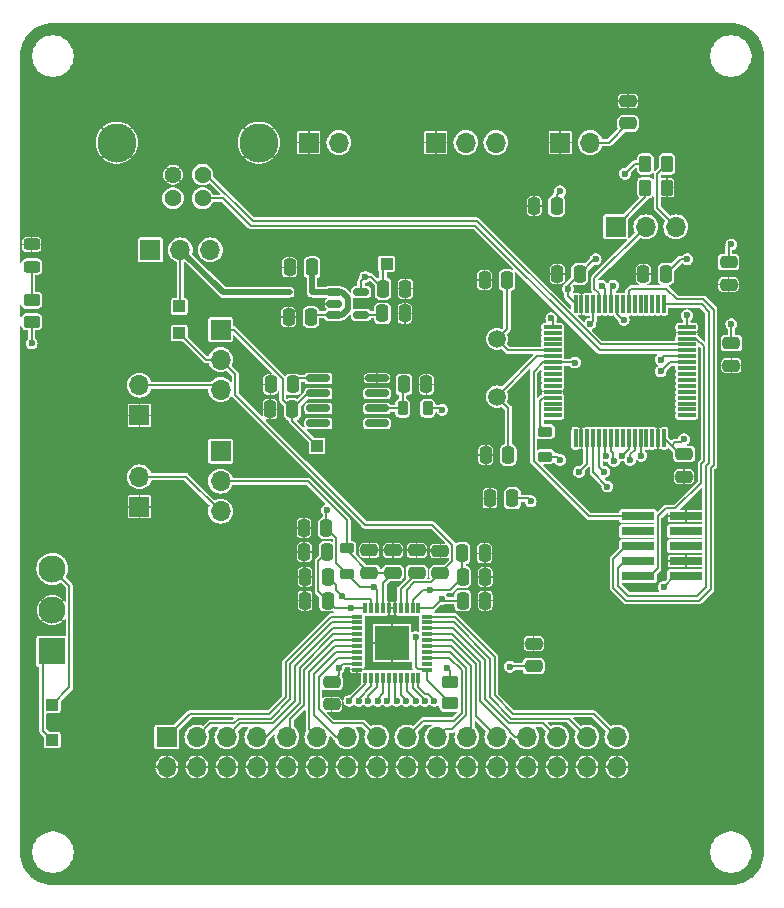
<source format=gbr>
%TF.GenerationSoftware,KiCad,Pcbnew,8.0.5*%
%TF.CreationDate,2024-10-20T03:08:33+02:00*%
%TF.ProjectId,Kingfisher,4b696e67-6669-4736-9865-722e6b696361,rev?*%
%TF.SameCoordinates,Original*%
%TF.FileFunction,Copper,L1,Top*%
%TF.FilePolarity,Positive*%
%FSLAX46Y46*%
G04 Gerber Fmt 4.6, Leading zero omitted, Abs format (unit mm)*
G04 Created by KiCad (PCBNEW 8.0.5) date 2024-10-20 03:08:33*
%MOMM*%
%LPD*%
G01*
G04 APERTURE LIST*
G04 Aperture macros list*
%AMRoundRect*
0 Rectangle with rounded corners*
0 $1 Rounding radius*
0 $2 $3 $4 $5 $6 $7 $8 $9 X,Y pos of 4 corners*
0 Add a 4 corners polygon primitive as box body*
4,1,4,$2,$3,$4,$5,$6,$7,$8,$9,$2,$3,0*
0 Add four circle primitives for the rounded corners*
1,1,$1+$1,$2,$3*
1,1,$1+$1,$4,$5*
1,1,$1+$1,$6,$7*
1,1,$1+$1,$8,$9*
0 Add four rect primitives between the rounded corners*
20,1,$1+$1,$2,$3,$4,$5,0*
20,1,$1+$1,$4,$5,$6,$7,0*
20,1,$1+$1,$6,$7,$8,$9,0*
20,1,$1+$1,$8,$9,$2,$3,0*%
G04 Aperture macros list end*
%TA.AperFunction,SMDPad,CuDef*%
%ADD10RoundRect,0.250000X0.250000X0.475000X-0.250000X0.475000X-0.250000X-0.475000X0.250000X-0.475000X0*%
%TD*%
%TA.AperFunction,SMDPad,CuDef*%
%ADD11R,1.000000X1.000000*%
%TD*%
%TA.AperFunction,SMDPad,CuDef*%
%ADD12RoundRect,0.250000X-0.475000X0.250000X-0.475000X-0.250000X0.475000X-0.250000X0.475000X0.250000X0*%
%TD*%
%TA.AperFunction,ComponentPad*%
%ADD13R,1.700000X1.700000*%
%TD*%
%TA.AperFunction,ComponentPad*%
%ADD14O,1.700000X1.700000*%
%TD*%
%TA.AperFunction,SMDPad,CuDef*%
%ADD15RoundRect,0.250000X-0.250000X-0.475000X0.250000X-0.475000X0.250000X0.475000X-0.250000X0.475000X0*%
%TD*%
%TA.AperFunction,SMDPad,CuDef*%
%ADD16RoundRect,0.250000X0.475000X-0.250000X0.475000X0.250000X-0.475000X0.250000X-0.475000X-0.250000X0*%
%TD*%
%TA.AperFunction,SMDPad,CuDef*%
%ADD17RoundRect,0.150000X0.825000X0.150000X-0.825000X0.150000X-0.825000X-0.150000X0.825000X-0.150000X0*%
%TD*%
%TA.AperFunction,SMDPad,CuDef*%
%ADD18RoundRect,0.218750X0.381250X-0.218750X0.381250X0.218750X-0.381250X0.218750X-0.381250X-0.218750X0*%
%TD*%
%TA.AperFunction,SMDPad,CuDef*%
%ADD19RoundRect,0.250000X-0.262500X-0.450000X0.262500X-0.450000X0.262500X0.450000X-0.262500X0.450000X0*%
%TD*%
%TA.AperFunction,SMDPad,CuDef*%
%ADD20RoundRect,0.250000X-0.450000X0.262500X-0.450000X-0.262500X0.450000X-0.262500X0.450000X0.262500X0*%
%TD*%
%TA.AperFunction,SMDPad,CuDef*%
%ADD21RoundRect,0.218750X0.218750X0.381250X-0.218750X0.381250X-0.218750X-0.381250X0.218750X-0.381250X0*%
%TD*%
%TA.AperFunction,SMDPad,CuDef*%
%ADD22R,2.790000X0.740000*%
%TD*%
%TA.AperFunction,SMDPad,CuDef*%
%ADD23RoundRect,0.112500X0.187500X0.112500X-0.187500X0.112500X-0.187500X-0.112500X0.187500X-0.112500X0*%
%TD*%
%TA.AperFunction,ComponentPad*%
%ADD24C,1.500000*%
%TD*%
%TA.AperFunction,ComponentPad*%
%ADD25C,3.316000*%
%TD*%
%TA.AperFunction,ComponentPad*%
%ADD26C,1.428000*%
%TD*%
%TA.AperFunction,SMDPad,CuDef*%
%ADD27RoundRect,0.150000X-0.512500X-0.150000X0.512500X-0.150000X0.512500X0.150000X-0.512500X0.150000X0*%
%TD*%
%TA.AperFunction,SMDPad,CuDef*%
%ADD28RoundRect,0.243750X-0.456250X0.243750X-0.456250X-0.243750X0.456250X-0.243750X0.456250X0.243750X0*%
%TD*%
%TA.AperFunction,SMDPad,CuDef*%
%ADD29R,0.900000X0.300000*%
%TD*%
%TA.AperFunction,SMDPad,CuDef*%
%ADD30R,0.300000X0.900000*%
%TD*%
%TA.AperFunction,SMDPad,CuDef*%
%ADD31R,3.000000X3.000000*%
%TD*%
%TA.AperFunction,ComponentPad*%
%ADD32R,2.300000X2.300000*%
%TD*%
%TA.AperFunction,ComponentPad*%
%ADD33C,2.300000*%
%TD*%
%TA.AperFunction,SMDPad,CuDef*%
%ADD34RoundRect,0.075000X-0.700000X-0.075000X0.700000X-0.075000X0.700000X0.075000X-0.700000X0.075000X0*%
%TD*%
%TA.AperFunction,SMDPad,CuDef*%
%ADD35RoundRect,0.075000X-0.075000X-0.700000X0.075000X-0.700000X0.075000X0.700000X-0.075000X0.700000X0*%
%TD*%
%TA.AperFunction,ViaPad*%
%ADD36C,0.600000*%
%TD*%
%TA.AperFunction,Conductor*%
%ADD37C,0.200000*%
%TD*%
%TA.AperFunction,Conductor*%
%ADD38C,0.500000*%
%TD*%
G04 APERTURE END LIST*
D10*
%TO.P,C20,1*%
%TO.N,GND*%
X157900000Y-110400000D03*
%TO.P,C20,2*%
%TO.N,DAC_VSS*%
X156000000Y-110400000D03*
%TD*%
D11*
%TO.P,TP3,1,1*%
%TO.N,REF_2V5*%
X143675000Y-99305000D03*
%TD*%
D12*
%TO.P,C30,1*%
%TO.N,GND*%
X150100000Y-108150000D03*
%TO.P,C30,2*%
%TO.N,DAC_VAA*%
X150100000Y-110050000D03*
%TD*%
D13*
%TO.P,J3,1,Pin_1*%
%TO.N,GND*%
X164250000Y-73625000D03*
D14*
%TO.P,J3,2,Pin_2*%
%TO.N,NRST*%
X166790000Y-73625000D03*
%TD*%
D15*
%TO.P,C15,1*%
%TO.N,GND*%
X139675000Y-96205000D03*
%TO.P,C15,2*%
%TO.N,REF_2V5*%
X141575000Y-96205000D03*
%TD*%
D11*
%TO.P,TP2,1,1*%
%TO.N,+3V3*%
X149550000Y-83895000D03*
%TD*%
D16*
%TO.P,C21,1*%
%TO.N,GND*%
X144900000Y-121200000D03*
%TO.P,C21,2*%
%TO.N,+3V3*%
X144900000Y-119300000D03*
%TD*%
%TO.P,C7,1*%
%TO.N,GND*%
X178750000Y-92500000D03*
%TO.P,C7,2*%
%TO.N,+3V3*%
X178750000Y-90600000D03*
%TD*%
D13*
%TO.P,J12,1,Pin_1*%
%TO.N,GND*%
X128625000Y-104460000D03*
D14*
%TO.P,J12,2,Pin_2*%
%TO.N,EXT_DAC_VAA*%
X128625000Y-101920000D03*
%TD*%
D10*
%TO.P,C11,1*%
%TO.N,GND*%
X152925000Y-94105000D03*
%TO.P,C11,2*%
%TO.N,Net-(U2-Vin)*%
X151025000Y-94105000D03*
%TD*%
D15*
%TO.P,C6,1*%
%TO.N,GND*%
X158300000Y-103750000D03*
%TO.P,C6,2*%
%TO.N,+3V3*%
X160200000Y-103750000D03*
%TD*%
D17*
%TO.P,U2,1,DNC*%
%TO.N,unconnected-(U2-DNC-Pad1)*%
X148725000Y-97405000D03*
%TO.P,U2,2,Vin*%
%TO.N,Net-(U2-Vin)*%
X148725000Y-96135000D03*
%TO.P,U2,3,Temp*%
%TO.N,unconnected-(U2-Temp-Pad3)*%
X148725000Y-94865000D03*
%TO.P,U2,4,GND*%
%TO.N,GND*%
X148725000Y-93595000D03*
%TO.P,U2,5,Trim/NR*%
%TO.N,Net-(U2-Trim{slash}NR)*%
X143775000Y-93595000D03*
%TO.P,U2,6,Vout*%
%TO.N,REF_2V5*%
X143775000Y-94865000D03*
%TO.P,U2,7,NC*%
%TO.N,unconnected-(U2-NC-Pad7)*%
X143775000Y-96135000D03*
%TO.P,U2,8,DNC*%
%TO.N,unconnected-(U2-DNC-Pad8)*%
X143775000Y-97405000D03*
%TD*%
D18*
%TO.P,FB3,1*%
%TO.N,+5V*%
X146200000Y-110112500D03*
%TO.P,FB3,2*%
%TO.N,DAC_VAA*%
X146200000Y-107987500D03*
%TD*%
D15*
%TO.P,C2,1*%
%TO.N,GND*%
X171300000Y-84750000D03*
%TO.P,C2,2*%
%TO.N,+3V3*%
X173200000Y-84750000D03*
%TD*%
D19*
%TO.P,R2,1*%
%TO.N,+3V3*%
X171462500Y-75435000D03*
%TO.P,R2,2*%
%TO.N,Net-(J4-Pin_3)*%
X173287500Y-75435000D03*
%TD*%
D12*
%TO.P,C26,1*%
%TO.N,GND*%
X152100000Y-108150000D03*
%TO.P,C26,2*%
%TO.N,Net-(IC1-REFCMP)*%
X152100000Y-110050000D03*
%TD*%
D15*
%TO.P,C18,1*%
%TO.N,GND*%
X157950000Y-100070000D03*
%TO.P,C18,2*%
%TO.N,Net-(U3-PH1)*%
X159850000Y-100070000D03*
%TD*%
D20*
%TO.P,R1,1*%
%TO.N,Net-(D1-A)*%
X119500000Y-86962500D03*
%TO.P,R1,2*%
%TO.N,+5V*%
X119500000Y-88787500D03*
%TD*%
D21*
%TO.P,FB1,1*%
%TO.N,+3V3*%
X153037500Y-96105000D03*
%TO.P,FB1,2*%
%TO.N,Net-(U2-Vin)*%
X150912500Y-96105000D03*
%TD*%
D10*
%TO.P,C19,1*%
%TO.N,GND*%
X157900000Y-112400000D03*
%TO.P,C19,2*%
%TO.N,DAC_VCC*%
X156000000Y-112400000D03*
%TD*%
D15*
%TO.P,C10,1*%
%TO.N,GND*%
X141250000Y-88395000D03*
%TO.P,C10,2*%
%TO.N,Net-(D2-K)*%
X143150000Y-88395000D03*
%TD*%
D12*
%TO.P,C23,1*%
%TO.N,GND*%
X148100000Y-108150000D03*
%TO.P,C23,2*%
%TO.N,DAC_VAA*%
X148100000Y-110050000D03*
%TD*%
D13*
%TO.P,J1,1,Pin_1*%
%TO.N,GND*%
X142975000Y-73625000D03*
D14*
%TO.P,J1,2,Pin_2*%
%TO.N,5V_EXT*%
X145515000Y-73625000D03*
%TD*%
D22*
%TO.P,J7,1,1*%
%TO.N,+3V3*%
X174900000Y-110340000D03*
%TO.P,J7,2,2*%
%TO.N,JTMS_SWDIO*%
X170830000Y-110340000D03*
%TO.P,J7,3,3*%
%TO.N,GND*%
X174900000Y-109070000D03*
%TO.P,J7,4,4*%
%TO.N,JTCK_SWCLK*%
X170830000Y-109070000D03*
%TO.P,J7,5,5*%
%TO.N,unconnected-(J7-Pad5)*%
X174900000Y-107800000D03*
%TO.P,J7,6,6*%
%TO.N,JTDO_SWO*%
X170830000Y-107800000D03*
%TO.P,J7,7,7*%
%TO.N,unconnected-(J7-Pad7)*%
X174900000Y-106530000D03*
%TO.P,J7,8,8*%
%TO.N,unconnected-(J7-Pad8)*%
X170830000Y-106530000D03*
%TO.P,J7,9,9*%
%TO.N,GND*%
X174900000Y-105260000D03*
%TO.P,J7,10,10*%
%TO.N,NRST*%
X170830000Y-105260000D03*
%TD*%
D15*
%TO.P,C1,1*%
%TO.N,GND*%
X164000000Y-84750000D03*
%TO.P,C1,2*%
%TO.N,+3V3*%
X165900000Y-84750000D03*
%TD*%
%TO.P,C17,1*%
%TO.N,GND*%
X157850000Y-85270000D03*
%TO.P,C17,2*%
%TO.N,Net-(U3-PH0)*%
X159750000Y-85270000D03*
%TD*%
%TO.P,C29,1*%
%TO.N,GND*%
X142650000Y-112400000D03*
%TO.P,C29,2*%
%TO.N,DAC_VCC*%
X144550000Y-112400000D03*
%TD*%
D13*
%TO.P,J11,1,Pin_1*%
%TO.N,DAC_OUT_0*%
X130950000Y-123950000D03*
D14*
%TO.P,J11,2,Pin_2*%
%TO.N,GND*%
X130950000Y-126490000D03*
%TO.P,J11,3,Pin_3*%
%TO.N,DAC_OUT_1*%
X133490000Y-123950000D03*
%TO.P,J11,4,Pin_4*%
%TO.N,GND*%
X133490000Y-126490000D03*
%TO.P,J11,5,Pin_5*%
%TO.N,DAC_OUT_2*%
X136030000Y-123950000D03*
%TO.P,J11,6,Pin_6*%
%TO.N,GND*%
X136030000Y-126490000D03*
%TO.P,J11,7,Pin_7*%
%TO.N,DAC_OUT_3*%
X138570000Y-123950000D03*
%TO.P,J11,8,Pin_8*%
%TO.N,GND*%
X138570000Y-126490000D03*
%TO.P,J11,9,Pin_9*%
%TO.N,DAC_OUT_4*%
X141110000Y-123950000D03*
%TO.P,J11,10,Pin_10*%
%TO.N,GND*%
X141110000Y-126490000D03*
%TO.P,J11,11,Pin_11*%
%TO.N,DAC_OUT_5*%
X143650000Y-123950000D03*
%TO.P,J11,12,Pin_12*%
%TO.N,GND*%
X143650000Y-126490000D03*
%TO.P,J11,13,Pin_13*%
%TO.N,DAC_OUT_6*%
X146190000Y-123950000D03*
%TO.P,J11,14,Pin_14*%
%TO.N,GND*%
X146190000Y-126490000D03*
%TO.P,J11,15,Pin_15*%
%TO.N,DAC_OUT_7*%
X148730000Y-123950000D03*
%TO.P,J11,16,Pin_16*%
%TO.N,GND*%
X148730000Y-126490000D03*
%TO.P,J11,17,Pin_17*%
%TO.N,DAC_OUT_8*%
X151270000Y-123950000D03*
%TO.P,J11,18,Pin_18*%
%TO.N,GND*%
X151270000Y-126490000D03*
%TO.P,J11,19,Pin_19*%
%TO.N,DAC_OUT_9*%
X153810000Y-123950000D03*
%TO.P,J11,20,Pin_20*%
%TO.N,GND*%
X153810000Y-126490000D03*
%TO.P,J11,21,Pin_21*%
%TO.N,DAC_OUT_10*%
X156350000Y-123950000D03*
%TO.P,J11,22,Pin_22*%
%TO.N,GND*%
X156350000Y-126490000D03*
%TO.P,J11,23,Pin_23*%
%TO.N,DAC_OUT_11*%
X158890000Y-123950000D03*
%TO.P,J11,24,Pin_24*%
%TO.N,GND*%
X158890000Y-126490000D03*
%TO.P,J11,25,Pin_25*%
%TO.N,DAC_OUT_12*%
X161430000Y-123950000D03*
%TO.P,J11,26,Pin_26*%
%TO.N,GND*%
X161430000Y-126490000D03*
%TO.P,J11,27,Pin_27*%
%TO.N,DAC_OUT_13*%
X163970000Y-123950000D03*
%TO.P,J11,28,Pin_28*%
%TO.N,GND*%
X163970000Y-126490000D03*
%TO.P,J11,29,Pin_29*%
%TO.N,DAC_OUT_14*%
X166510000Y-123950000D03*
%TO.P,J11,30,Pin_30*%
%TO.N,GND*%
X166510000Y-126490000D03*
%TO.P,J11,31,Pin_31*%
%TO.N,DAC_OUT_15*%
X169050000Y-123950000D03*
%TO.P,J11,32,Pin_32*%
%TO.N,GND*%
X169050000Y-126490000D03*
%TD*%
D12*
%TO.P,C16,1*%
%TO.N,GND*%
X170000000Y-70100000D03*
%TO.P,C16,2*%
%TO.N,NRST*%
X170000000Y-72000000D03*
%TD*%
D16*
%TO.P,C3,1*%
%TO.N,GND*%
X178500000Y-85650000D03*
%TO.P,C3,2*%
%TO.N,+3V3*%
X178500000Y-83750000D03*
%TD*%
D23*
%TO.P,D2,1,K*%
%TO.N,Net-(D2-K)*%
X143350000Y-86295000D03*
%TO.P,D2,2,A*%
%TO.N,+5V*%
X141250000Y-86295000D03*
%TD*%
D16*
%TO.P,C8,1*%
%TO.N,GND*%
X174750000Y-101900000D03*
%TO.P,C8,2*%
%TO.N,+3V3*%
X174750000Y-100000000D03*
%TD*%
D15*
%TO.P,C25,1*%
%TO.N,GND*%
X142600000Y-108300000D03*
%TO.P,C25,2*%
%TO.N,DAC_VCC*%
X144500000Y-108300000D03*
%TD*%
D11*
%TO.P,TP6,1,1*%
%TO.N,DAC_VSS*%
X121250000Y-121210000D03*
%TD*%
%TO.P,TP4,1,1*%
%TO.N,DAC_VCC*%
X121250000Y-124210000D03*
%TD*%
D13*
%TO.P,J4,1,Pin_1*%
%TO.N,Net-(J4-Pin_1)*%
X168960000Y-80750000D03*
D14*
%TO.P,J4,2,Pin_2*%
%TO.N,BOOT0*%
X171500000Y-80750000D03*
%TO.P,J4,3,Pin_3*%
%TO.N,Net-(J4-Pin_3)*%
X174040000Y-80750000D03*
%TD*%
D15*
%TO.P,C13,1*%
%TO.N,GND*%
X139725000Y-94105000D03*
%TO.P,C13,2*%
%TO.N,Net-(U2-Trim{slash}NR)*%
X141625000Y-94105000D03*
%TD*%
D24*
%TO.P,e1,1,1*%
%TO.N,Net-(U3-PH0)*%
X158900000Y-90250000D03*
%TO.P,e1,2,2*%
%TO.N,Net-(U3-PH1)*%
X158900000Y-95130000D03*
%TD*%
D13*
%TO.P,J2,1,Pin_1*%
%TO.N,USB_VBUS*%
X129560000Y-82700000D03*
D14*
%TO.P,J2,2,Pin_2*%
%TO.N,+5V*%
X132100000Y-82700000D03*
%TO.P,J2,3,Pin_3*%
%TO.N,5V_EXT*%
X134640000Y-82700000D03*
%TD*%
D13*
%TO.P,J13,1,Pin_1*%
%TO.N,+5V*%
X135500000Y-99750000D03*
D14*
%TO.P,J13,2,Pin_2*%
%TO.N,DAC_VAA*%
X135500000Y-102290000D03*
%TO.P,J13,3,Pin_3*%
%TO.N,EXT_DAC_VAA*%
X135500000Y-104830000D03*
%TD*%
D25*
%TO.P,J6,0,SHEILD*%
%TO.N,GND*%
X138740000Y-73625000D03*
X126700000Y-73625000D03*
D26*
%TO.P,J6,1,VBUS*%
%TO.N,USB_VBUS*%
X131470000Y-78335000D03*
%TO.P,J6,2,D-*%
%TO.N,USB_OTG_FS_D-*%
X133970000Y-78335000D03*
%TO.P,J6,3,D+*%
%TO.N,USB_OTG_FS_D+*%
X133970000Y-76335000D03*
%TO.P,J6,4,GND*%
%TO.N,GND*%
X131470000Y-76335000D03*
%TD*%
D15*
%TO.P,C27,1*%
%TO.N,GND*%
X142650000Y-110400000D03*
%TO.P,C27,2*%
%TO.N,DAC_VSS*%
X144550000Y-110400000D03*
%TD*%
%TO.P,C5,1*%
%TO.N,GND*%
X162050000Y-79000000D03*
%TO.P,C5,2*%
%TO.N,+3V3*%
X163950000Y-79000000D03*
%TD*%
D11*
%TO.P,TP1,1,1*%
%TO.N,+5V*%
X132000000Y-87500000D03*
%TD*%
%TO.P,TP5,1,1*%
%TO.N,DAC_REF*%
X132000000Y-89750000D03*
%TD*%
D27*
%TO.P,U1,1,VIN*%
%TO.N,Net-(D2-K)*%
X145112500Y-86300000D03*
%TO.P,U1,2,GND*%
%TO.N,GND*%
X145112500Y-87250000D03*
%TO.P,U1,3,INH*%
%TO.N,Net-(D2-K)*%
X145112500Y-88200000D03*
%TO.P,U1,4,BYP*%
%TO.N,Net-(U1-BYP)*%
X147387500Y-88200000D03*
%TO.P,U1,5,VOUT*%
%TO.N,+3V3*%
X147387500Y-86300000D03*
%TD*%
D16*
%TO.P,C28,1*%
%TO.N,DAC_REF*%
X154100000Y-110100000D03*
%TO.P,C28,2*%
%TO.N,GND*%
X154100000Y-108200000D03*
%TD*%
D10*
%TO.P,C12,1*%
%TO.N,GND*%
X151100000Y-88095000D03*
%TO.P,C12,2*%
%TO.N,Net-(U1-BYP)*%
X149200000Y-88095000D03*
%TD*%
D20*
%TO.P,R4,1*%
%TO.N,+3V3*%
X154900000Y-119275000D03*
%TO.P,R4,2*%
%TO.N,DAC_nALMOUT*%
X154900000Y-121100000D03*
%TD*%
D13*
%TO.P,J5,1,Pin_1*%
%TO.N,GND*%
X153725000Y-73625000D03*
D14*
%TO.P,J5,2,Pin_2*%
%TO.N,UART_TX*%
X156265000Y-73625000D03*
%TO.P,J5,3,Pin_3*%
%TO.N,UART_RX*%
X158805000Y-73625000D03*
%TD*%
D28*
%TO.P,D1,1,K*%
%TO.N,GND*%
X119500000Y-82250000D03*
%TO.P,D1,2,A*%
%TO.N,Net-(D1-A)*%
X119500000Y-84125000D03*
%TD*%
D29*
%TO.P,IC1,1,OUT0*%
%TO.N,DAC_OUT_0*%
X147050000Y-113750000D03*
%TO.P,IC1,2,OUT1*%
%TO.N,DAC_OUT_1*%
X147050000Y-114250000D03*
%TO.P,IC1,3,OUT2*%
%TO.N,DAC_OUT_2*%
X147050000Y-114750000D03*
%TO.P,IC1,4,OUT3*%
%TO.N,DAC_OUT_3*%
X147050000Y-115250000D03*
%TO.P,IC1,5,OUT4*%
%TO.N,DAC_OUT_4*%
X147050000Y-115750000D03*
%TO.P,IC1,6,OUT5*%
%TO.N,DAC_OUT_5*%
X147050000Y-116250000D03*
%TO.P,IC1,7,OUT6*%
%TO.N,DAC_OUT_6*%
X147050000Y-116750000D03*
%TO.P,IC1,8,OUT7*%
%TO.N,DAC_OUT_7*%
X147050000Y-117250000D03*
%TO.P,IC1,9,VIO*%
%TO.N,+3V3*%
X147050000Y-117750000D03*
%TO.P,IC1,10,GND_1*%
%TO.N,GND*%
X147050000Y-118250000D03*
D30*
%TO.P,IC1,11,SDO*%
%TO.N,DAC_SDO*%
X147750000Y-118950000D03*
%TO.P,IC1,12,SCLK*%
%TO.N,DAC_SCLK*%
X148250000Y-118950000D03*
%TO.P,IC1,13,SDI*%
%TO.N,DAC_SDI*%
X148750000Y-118950000D03*
%TO.P,IC1,14,~{CS}*%
%TO.N,DAC_nCS*%
X149250000Y-118950000D03*
%TO.P,IC1,15,TOGGLE0*%
%TO.N,DAC_TOGGLE0*%
X149750000Y-118950000D03*
%TO.P,IC1,16,TOGGLE1*%
%TO.N,DAC_TOGGLE1*%
X150250000Y-118950000D03*
%TO.P,IC1,17,TOGGLE2*%
%TO.N,DAC_TOGGLE2*%
X150750000Y-118950000D03*
%TO.P,IC1,18,~{LDAC}*%
%TO.N,DAC_nLDAC*%
X151250000Y-118950000D03*
%TO.P,IC1,19,~{RESET}*%
%TO.N,DAC_nRESET*%
X151750000Y-118950000D03*
%TO.P,IC1,20,~{CLR}*%
%TO.N,DAC_nCLR*%
X152250000Y-118950000D03*
D29*
%TO.P,IC1,21,~{ALMOUT}*%
%TO.N,DAC_nALMOUT*%
X152950000Y-118250000D03*
%TO.P,IC1,22,TEMPOUT*%
%TO.N,DAC_TEMPOUT*%
X152950000Y-117750000D03*
%TO.P,IC1,23,OUT8*%
%TO.N,DAC_OUT_8*%
X152950000Y-117250000D03*
%TO.P,IC1,24,OUT9*%
%TO.N,DAC_OUT_9*%
X152950000Y-116750000D03*
%TO.P,IC1,25,OUT10*%
%TO.N,DAC_OUT_10*%
X152950000Y-116250000D03*
%TO.P,IC1,26,OUT11*%
%TO.N,DAC_OUT_11*%
X152950000Y-115750000D03*
%TO.P,IC1,27,OUT12*%
%TO.N,DAC_OUT_12*%
X152950000Y-115250000D03*
%TO.P,IC1,28,OUT13*%
%TO.N,DAC_OUT_13*%
X152950000Y-114750000D03*
%TO.P,IC1,29,OUT14*%
%TO.N,DAC_OUT_14*%
X152950000Y-114250000D03*
%TO.P,IC1,30,OUT15*%
%TO.N,DAC_OUT_15*%
X152950000Y-113750000D03*
D30*
%TO.P,IC1,31,VCC_1*%
%TO.N,DAC_VCC*%
X152250000Y-113050000D03*
%TO.P,IC1,32,VSS_1*%
%TO.N,DAC_VSS*%
X151750000Y-113050000D03*
%TO.P,IC1,33,REF*%
%TO.N,DAC_REF*%
X151250000Y-113050000D03*
%TO.P,IC1,34,REFCMP*%
%TO.N,Net-(IC1-REFCMP)*%
X150750000Y-113050000D03*
%TO.P,IC1,35,REFGND*%
%TO.N,GND*%
X150250000Y-113050000D03*
%TO.P,IC1,36,GND_2*%
X149750000Y-113050000D03*
%TO.P,IC1,37,VAA*%
%TO.N,DAC_VAA*%
X149250000Y-113050000D03*
%TO.P,IC1,38,VDD*%
%TO.N,+5V*%
X148750000Y-113050000D03*
%TO.P,IC1,39,VSS_2*%
%TO.N,DAC_VSS*%
X148250000Y-113050000D03*
%TO.P,IC1,40,VCC_2*%
%TO.N,DAC_VCC*%
X147750000Y-113050000D03*
D31*
%TO.P,IC1,41,EPAD*%
%TO.N,GND*%
X150000000Y-116000000D03*
%TD*%
D13*
%TO.P,J8,1,Pin_1*%
%TO.N,GND*%
X128625000Y-96710000D03*
D14*
%TO.P,J8,2,Pin_2*%
%TO.N,EXT_REF_2V5*%
X128625000Y-94170000D03*
%TD*%
D18*
%TO.P,FB2,1*%
%TO.N,+3V3*%
X163000000Y-100232500D03*
%TO.P,FB2,2*%
%TO.N,Net-(U3-VDDA)*%
X163000000Y-98107500D03*
%TD*%
D12*
%TO.P,C4,1*%
%TO.N,GND*%
X162000000Y-116050000D03*
%TO.P,C4,2*%
%TO.N,+3V3*%
X162000000Y-117950000D03*
%TD*%
D32*
%TO.P,J9,1,Pin_1*%
%TO.N,DAC_VCC*%
X121250000Y-116710000D03*
D33*
%TO.P,J9,2,Pin_2*%
%TO.N,GND*%
X121250000Y-113210000D03*
%TO.P,J9,3,Pin_3*%
%TO.N,DAC_VSS*%
X121250000Y-109710000D03*
%TD*%
D19*
%TO.P,R3,1*%
%TO.N,Net-(J4-Pin_1)*%
X171462500Y-77435000D03*
%TO.P,R3,2*%
%TO.N,GND*%
X173287500Y-77435000D03*
%TD*%
D10*
%TO.P,C24,1*%
%TO.N,GND*%
X157850000Y-108400000D03*
%TO.P,C24,2*%
%TO.N,DAC_VSS*%
X155950000Y-108400000D03*
%TD*%
%TO.P,C14,1*%
%TO.N,GND*%
X151150000Y-85995000D03*
%TO.P,C14,2*%
%TO.N,+3V3*%
X149250000Y-85995000D03*
%TD*%
D15*
%TO.P,C22,1*%
%TO.N,GND*%
X142550000Y-106250000D03*
%TO.P,C22,2*%
%TO.N,+5V*%
X144450000Y-106250000D03*
%TD*%
D13*
%TO.P,J10,1,Pin_1*%
%TO.N,REF_2V5*%
X135500000Y-89460000D03*
D14*
%TO.P,J10,2,Pin_2*%
%TO.N,DAC_REF*%
X135500000Y-92000000D03*
%TO.P,J10,3,Pin_3*%
%TO.N,EXT_REF_2V5*%
X135500000Y-94540000D03*
%TD*%
D15*
%TO.P,C9,1*%
%TO.N,GND*%
X141350000Y-84195000D03*
%TO.P,C9,2*%
%TO.N,Net-(D2-K)*%
X143250000Y-84195000D03*
%TD*%
D34*
%TO.P,U3,1,VBAT*%
%TO.N,+3V3*%
X163625000Y-89220000D03*
%TO.P,U3,2,PC13*%
%TO.N,unconnected-(U3-PC13-Pad2)*%
X163625000Y-89720000D03*
%TO.P,U3,3,PC14*%
%TO.N,unconnected-(U3-PC14-Pad3)*%
X163625000Y-90220000D03*
%TO.P,U3,4,PC15*%
%TO.N,unconnected-(U3-PC15-Pad4)*%
X163625000Y-90720000D03*
%TO.P,U3,5,PH0*%
%TO.N,Net-(U3-PH0)*%
X163625000Y-91220000D03*
%TO.P,U3,6,PH1*%
%TO.N,Net-(U3-PH1)*%
X163625000Y-91720000D03*
%TO.P,U3,7,NRST*%
%TO.N,NRST*%
X163625000Y-92220000D03*
%TO.P,U3,8,PC0*%
%TO.N,unconnected-(U3-PC0-Pad8)*%
X163625000Y-92720000D03*
%TO.P,U3,9,PC1*%
%TO.N,unconnected-(U3-PC1-Pad9)*%
X163625000Y-93220000D03*
%TO.P,U3,10,PC2*%
%TO.N,unconnected-(U3-PC2-Pad10)*%
X163625000Y-93720000D03*
%TO.P,U3,11,PC3*%
%TO.N,unconnected-(U3-PC3-Pad11)*%
X163625000Y-94220000D03*
%TO.P,U3,12,VSSA*%
%TO.N,GND*%
X163625000Y-94720000D03*
%TO.P,U3,13,VDDA*%
%TO.N,Net-(U3-VDDA)*%
X163625000Y-95220000D03*
%TO.P,U3,14,PA0*%
%TO.N,unconnected-(U3-PA0-Pad14)*%
X163625000Y-95720000D03*
%TO.P,U3,15,PA1*%
%TO.N,unconnected-(U3-PA1-Pad15)*%
X163625000Y-96220000D03*
%TO.P,U3,16,PA2*%
%TO.N,unconnected-(U3-PA2-Pad16)*%
X163625000Y-96720000D03*
D35*
%TO.P,U3,17,PA3*%
%TO.N,unconnected-(U3-PA3-Pad17)*%
X165550000Y-98645000D03*
%TO.P,U3,18,VSS*%
%TO.N,GND*%
X166050000Y-98645000D03*
%TO.P,U3,19,VDD*%
%TO.N,+3V3*%
X166550000Y-98645000D03*
%TO.P,U3,20,PA4*%
%TO.N,DAC_nCS*%
X167050000Y-98645000D03*
%TO.P,U3,21,PA5*%
%TO.N,DAC_SCLK*%
X167550000Y-98645000D03*
%TO.P,U3,22,PA6*%
%TO.N,DAC_SDO*%
X168050000Y-98645000D03*
%TO.P,U3,23,PA7*%
%TO.N,DAC_SDI*%
X168550000Y-98645000D03*
%TO.P,U3,24,PC4*%
%TO.N,unconnected-(U3-PC4-Pad24)*%
X169050000Y-98645000D03*
%TO.P,U3,25,PC5*%
%TO.N,unconnected-(U3-PC5-Pad25)*%
X169550000Y-98645000D03*
%TO.P,U3,26,PB0*%
%TO.N,DAC_TOGGLE0*%
X170050000Y-98645000D03*
%TO.P,U3,27,PB1*%
%TO.N,DAC_TOGGLE1*%
X170550000Y-98645000D03*
%TO.P,U3,28,PB2*%
%TO.N,DAC_TOGGLE2*%
X171050000Y-98645000D03*
%TO.P,U3,29,PB10*%
%TO.N,unconnected-(U3-PB10-Pad29)*%
X171550000Y-98645000D03*
%TO.P,U3,30,PB11*%
%TO.N,unconnected-(U3-PB11-Pad30)*%
X172050000Y-98645000D03*
%TO.P,U3,31,VSS*%
%TO.N,GND*%
X172550000Y-98645000D03*
%TO.P,U3,32,VDD*%
%TO.N,+3V3*%
X173050000Y-98645000D03*
D34*
%TO.P,U3,33,PB12*%
%TO.N,unconnected-(U3-PB12-Pad33)*%
X174975000Y-96720000D03*
%TO.P,U3,34,PB13*%
%TO.N,unconnected-(U3-PB13-Pad34)*%
X174975000Y-96220000D03*
%TO.P,U3,35,PB14*%
%TO.N,unconnected-(U3-PB14-Pad35)*%
X174975000Y-95720000D03*
%TO.P,U3,36,PB15*%
%TO.N,unconnected-(U3-PB15-Pad36)*%
X174975000Y-95220000D03*
%TO.P,U3,37,PC6*%
%TO.N,unconnected-(U3-PC6-Pad37)*%
X174975000Y-94720000D03*
%TO.P,U3,38,PC7*%
%TO.N,unconnected-(U3-PC7-Pad38)*%
X174975000Y-94220000D03*
%TO.P,U3,39,PC8*%
%TO.N,unconnected-(U3-PC8-Pad39)*%
X174975000Y-93720000D03*
%TO.P,U3,40,PC9*%
%TO.N,unconnected-(U3-PC9-Pad40)*%
X174975000Y-93220000D03*
%TO.P,U3,41,PA8*%
%TO.N,unconnected-(U3-PA8-Pad41)*%
X174975000Y-92720000D03*
%TO.P,U3,42,PA9*%
%TO.N,UART_RX*%
X174975000Y-92220000D03*
%TO.P,U3,43,PA10*%
%TO.N,UART_TX*%
X174975000Y-91720000D03*
%TO.P,U3,44,PA11*%
%TO.N,USB_OTG_FS_D-*%
X174975000Y-91220000D03*
%TO.P,U3,45,PA12*%
%TO.N,USB_OTG_FS_D+*%
X174975000Y-90720000D03*
%TO.P,U3,46,PA13*%
%TO.N,JTMS_SWDIO*%
X174975000Y-90220000D03*
%TO.P,U3,47,VSS*%
%TO.N,GND*%
X174975000Y-89720000D03*
%TO.P,U3,48,VDDUSB*%
%TO.N,+3V3*%
X174975000Y-89220000D03*
D35*
%TO.P,U3,49,PA14*%
%TO.N,JTCK_SWCLK*%
X173050000Y-87295000D03*
%TO.P,U3,50,PA15*%
%TO.N,unconnected-(U3-PA15-Pad50)*%
X172550000Y-87295000D03*
%TO.P,U3,51,PC10*%
%TO.N,unconnected-(U3-PC10-Pad51)*%
X172050000Y-87295000D03*
%TO.P,U3,52,PC11*%
%TO.N,unconnected-(U3-PC11-Pad52)*%
X171550000Y-87295000D03*
%TO.P,U3,53,PC12*%
%TO.N,unconnected-(U3-PC12-Pad53)*%
X171050000Y-87295000D03*
%TO.P,U3,54,PD2*%
%TO.N,unconnected-(U3-PD2-Pad54)*%
X170550000Y-87295000D03*
%TO.P,U3,55,PB3*%
%TO.N,JTDO_SWO*%
X170050000Y-87295000D03*
%TO.P,U3,56,PB4*%
%TO.N,unconnected-(U3-PB4-Pad56)*%
X169550000Y-87295000D03*
%TO.P,U3,57,PB5*%
%TO.N,DAC_nLDAC*%
X169050000Y-87295000D03*
%TO.P,U3,58,PB6*%
%TO.N,DAC_nRESET*%
X168550000Y-87295000D03*
%TO.P,U3,59,PB7*%
%TO.N,DAC_nCLR*%
X168050000Y-87295000D03*
%TO.P,U3,60,PH3*%
%TO.N,BOOT0*%
X167550000Y-87295000D03*
%TO.P,U3,61,PB8*%
%TO.N,DAC_nALMOUT*%
X167050000Y-87295000D03*
%TO.P,U3,62,PB9*%
%TO.N,unconnected-(U3-PB9-Pad62)*%
X166550000Y-87295000D03*
%TO.P,U3,63,VSS*%
%TO.N,GND*%
X166050000Y-87295000D03*
%TO.P,U3,64,VDD*%
%TO.N,+3V3*%
X165550000Y-87295000D03*
%TD*%
D36*
%TO.N,+3V3*%
X167250000Y-83500000D03*
X154250000Y-96250000D03*
X178750000Y-82250000D03*
X174750000Y-98750000D03*
X165850000Y-101500000D03*
X169750000Y-76250000D03*
X175000000Y-83500000D03*
X161750000Y-104000000D03*
X173000000Y-111250000D03*
X164250000Y-77750000D03*
X164250000Y-100500000D03*
X175000000Y-88250000D03*
X145500000Y-118100000D03*
X163500000Y-88500000D03*
X147750000Y-85000000D03*
X160000000Y-118000000D03*
X164900000Y-86000000D03*
X154700000Y-118100000D03*
X178750000Y-89000000D03*
%TO.N,GND*%
X173500000Y-89750000D03*
X165500000Y-97000000D03*
X169250000Y-93000000D03*
X143750000Y-87045000D03*
X175750000Y-104000000D03*
X150000000Y-116000000D03*
%TO.N,NRST*%
X165500000Y-92250000D03*
%TO.N,DAC_VCC*%
X146500000Y-113050000D03*
X154250000Y-112250000D03*
%TO.N,DAC_VSS*%
X153250000Y-111500000D03*
X145750000Y-112000000D03*
%TO.N,+5V*%
X144500000Y-104750000D03*
X148500000Y-111250000D03*
X119500000Y-90625000D03*
%TO.N,DAC_SCLK*%
X168000000Y-101500000D03*
X147199997Y-120900000D03*
%TO.N,DAC_TOGGLE0*%
X149600000Y-120900000D03*
X169475000Y-100125000D03*
%TO.N,DAC_nCLR*%
X153600009Y-120900000D03*
X167750000Y-85750000D03*
%TO.N,DAC_SDO*%
X168150000Y-100149998D03*
X146399994Y-120900000D03*
%TO.N,DAC_TOGGLE1*%
X170180013Y-100503101D03*
X150400000Y-120900000D03*
%TO.N,DAC_nLDAC*%
X152000003Y-120900000D03*
X169625000Y-88625000D03*
%TO.N,DAC_TOGGLE2*%
X171100000Y-100126533D03*
X151200000Y-120900000D03*
%TO.N,DAC_nRESET*%
X168750000Y-85750000D03*
X152800006Y-120900000D03*
%TO.N,DAC_nALMOUT*%
X166773060Y-88976940D03*
X152000000Y-115500000D03*
%TO.N,DAC_nCS*%
X168250000Y-102750000D03*
X148799997Y-120900000D03*
%TO.N,DAC_SDI*%
X168820957Y-100585682D03*
X148000000Y-120900000D03*
%TO.N,UART_RX*%
X172750000Y-93000000D03*
%TO.N,UART_TX*%
X172750000Y-92000000D03*
%TD*%
D37*
%TO.N,+3V3*%
X174900000Y-110340000D02*
X173910000Y-110340000D01*
X166500000Y-98695000D02*
X166550000Y-98645000D01*
X165900000Y-84750000D02*
X167150000Y-83500000D01*
X173200000Y-84750000D02*
X174450000Y-83500000D01*
X166500000Y-100850000D02*
X166500000Y-98695000D01*
X147387500Y-85362500D02*
X147750000Y-85000000D01*
X165850000Y-101500000D02*
X166500000Y-100850000D01*
X163625000Y-89220000D02*
X163625000Y-88625000D01*
X174975000Y-88275000D02*
X175000000Y-88250000D01*
X163625000Y-88625000D02*
X163500000Y-88500000D01*
X173910000Y-110340000D02*
X173000000Y-111250000D01*
X178500000Y-82500000D02*
X178750000Y-82250000D01*
X170565000Y-75435000D02*
X169750000Y-76250000D01*
X163982500Y-100232500D02*
X164250000Y-100500000D01*
X163950000Y-79000000D02*
X163950000Y-78050000D01*
X153037500Y-96105000D02*
X154105000Y-96105000D01*
X160050000Y-117950000D02*
X160000000Y-118000000D01*
X161500000Y-103750000D02*
X161750000Y-104000000D01*
X149250000Y-85995000D02*
X148255000Y-85000000D01*
X164900000Y-86000000D02*
X164900000Y-86645000D01*
X147387500Y-86300000D02*
X147387500Y-85362500D01*
X173702500Y-99297500D02*
X174405000Y-100000000D01*
X164900000Y-86000000D02*
X164900000Y-85750000D01*
X154700000Y-118100000D02*
X154900000Y-118300000D01*
X163000000Y-100232500D02*
X163982500Y-100232500D01*
X149250000Y-84195000D02*
X149550000Y-83895000D01*
X145500000Y-118700000D02*
X145500000Y-118100000D01*
X173702500Y-99297500D02*
X174000000Y-99000000D01*
X178750000Y-90600000D02*
X178750000Y-89000000D01*
X154105000Y-96105000D02*
X154250000Y-96250000D01*
X167150000Y-83500000D02*
X167250000Y-83500000D01*
X163950000Y-78050000D02*
X164250000Y-77750000D01*
X171462500Y-75435000D02*
X170565000Y-75435000D01*
X147050000Y-117750000D02*
X145850000Y-117750000D01*
X174000000Y-99000000D02*
X174500000Y-99000000D01*
X160200000Y-103750000D02*
X161500000Y-103750000D01*
X174500000Y-99000000D02*
X174750000Y-98750000D01*
X148255000Y-85000000D02*
X147750000Y-85000000D01*
X174450000Y-83500000D02*
X175000000Y-83500000D01*
X154900000Y-118300000D02*
X154900000Y-119000000D01*
X145850000Y-117750000D02*
X145500000Y-118100000D01*
X162000000Y-117950000D02*
X160050000Y-117950000D01*
X174975000Y-89220000D02*
X174975000Y-88275000D01*
X178500000Y-83750000D02*
X178500000Y-82500000D01*
X148945000Y-86300000D02*
X149250000Y-85995000D01*
X164900000Y-85750000D02*
X165900000Y-84750000D01*
X144900000Y-119300000D02*
X145500000Y-118700000D01*
X173050000Y-98645000D02*
X173702500Y-99297500D01*
X164900000Y-86645000D02*
X165550000Y-87295000D01*
X149250000Y-85995000D02*
X149250000Y-84195000D01*
X174405000Y-100000000D02*
X174750000Y-100000000D01*
%TO.N,GND*%
X142550000Y-112300000D02*
X142650000Y-112400000D01*
X157900000Y-108450000D02*
X157850000Y-108400000D01*
X148100000Y-108150000D02*
X154050000Y-108150000D01*
X166050000Y-98645000D02*
X166050000Y-97550000D01*
X143750000Y-87045000D02*
X142600000Y-87045000D01*
X157900000Y-112400000D02*
X157900000Y-108450000D01*
X142550000Y-106250000D02*
X142550000Y-112300000D01*
X143750000Y-87045000D02*
X143955000Y-87250000D01*
X143955000Y-87250000D02*
X145112500Y-87250000D01*
X166050000Y-97550000D02*
X165500000Y-97000000D01*
X154050000Y-108150000D02*
X154100000Y-108200000D01*
X142600000Y-87045000D02*
X141250000Y-88395000D01*
%TO.N,Net-(D2-K)*%
X145112500Y-88200000D02*
X143345000Y-88200000D01*
D38*
X145774999Y-88200000D02*
X145112500Y-88200000D01*
X146250000Y-87724999D02*
X145774999Y-88200000D01*
X143250000Y-84195000D02*
X143250000Y-86195000D01*
D37*
X143345000Y-88200000D02*
X143150000Y-88395000D01*
D38*
X145774999Y-86300000D02*
X146250000Y-86775001D01*
X143350000Y-86295000D02*
X145107500Y-86295000D01*
X143250000Y-86195000D02*
X143350000Y-86295000D01*
X145107500Y-86295000D02*
X145112500Y-86300000D01*
X146250000Y-86775001D02*
X146250000Y-87724999D01*
X145112500Y-86300000D02*
X145774999Y-86300000D01*
D37*
%TO.N,Net-(U2-Vin)*%
X150912500Y-94217500D02*
X151025000Y-94105000D01*
X150882500Y-96135000D02*
X150912500Y-96105000D01*
X148725000Y-96135000D02*
X150882500Y-96135000D01*
X150912500Y-96105000D02*
X150912500Y-94217500D01*
%TO.N,Net-(U1-BYP)*%
X149095000Y-88200000D02*
X149200000Y-88095000D01*
X147387500Y-88200000D02*
X149095000Y-88200000D01*
%TO.N,Net-(U2-Trim{slash}NR)*%
X141625000Y-94105000D02*
X142135000Y-93595000D01*
X142135000Y-93595000D02*
X143775000Y-93595000D01*
%TO.N,Net-(D1-A)*%
X119500000Y-86462500D02*
X119500000Y-84125000D01*
%TO.N,REF_2V5*%
X143775000Y-94865000D02*
X142915000Y-94865000D01*
X136589744Y-89460000D02*
X140750000Y-93620256D01*
X143675000Y-99305000D02*
X141575000Y-97205000D01*
X135500000Y-89460000D02*
X136589744Y-89460000D01*
X141575000Y-97205000D02*
X141575000Y-96205000D01*
X140750000Y-95380000D02*
X141575000Y-96205000D01*
X140750000Y-93620256D02*
X140750000Y-95380000D01*
X142915000Y-94865000D02*
X141575000Y-96205000D01*
%TO.N,NRST*%
X170000000Y-72000000D02*
X168375000Y-73625000D01*
X170830000Y-105260000D02*
X166687814Y-105260000D01*
X162817590Y-92220000D02*
X163625000Y-92220000D01*
X165470000Y-92220000D02*
X165500000Y-92250000D01*
X163625000Y-92220000D02*
X165470000Y-92220000D01*
X162000000Y-93037590D02*
X162817590Y-92220000D01*
X168375000Y-73625000D02*
X166790000Y-73625000D01*
X162000000Y-100572186D02*
X162000000Y-93037590D01*
X166687814Y-105260000D02*
X162000000Y-100572186D01*
%TO.N,Net-(U3-PH0)*%
X158900000Y-90250000D02*
X159750000Y-89400000D01*
X159870000Y-91220000D02*
X158900000Y-90250000D01*
X159750000Y-89400000D02*
X159750000Y-85270000D01*
X163625000Y-91220000D02*
X159870000Y-91220000D01*
%TO.N,Net-(U3-PH1)*%
X162310000Y-91720000D02*
X158900000Y-95130000D01*
X159850000Y-96080000D02*
X159850000Y-100070000D01*
X163625000Y-91720000D02*
X162310000Y-91720000D01*
X158900000Y-95130000D02*
X159850000Y-96080000D01*
%TO.N,DAC_VCC*%
X146500000Y-113050000D02*
X145200000Y-113050000D01*
X147750000Y-113050000D02*
X146500000Y-113050000D01*
X120450000Y-123410000D02*
X120450000Y-117510000D01*
X143750000Y-111600000D02*
X144550000Y-112400000D01*
X121250000Y-124210000D02*
X120450000Y-123410000D01*
X154400000Y-112400000D02*
X156000000Y-112400000D01*
X152250000Y-113050000D02*
X153450000Y-113050000D01*
X145200000Y-113050000D02*
X144550000Y-112400000D01*
X153450000Y-113050000D02*
X154250000Y-112250000D01*
X120450000Y-117510000D02*
X121250000Y-116710000D01*
X143750000Y-109050000D02*
X143750000Y-111600000D01*
X144500000Y-108300000D02*
X143750000Y-109050000D01*
X154250000Y-112250000D02*
X154400000Y-112400000D01*
%TO.N,DAC_VSS*%
X145750000Y-112000000D02*
X145250000Y-111500000D01*
X148200000Y-112300000D02*
X148250000Y-112350000D01*
X151750000Y-112350000D02*
X152600000Y-111500000D01*
X122700000Y-111160000D02*
X121250000Y-109710000D01*
X152600000Y-111500000D02*
X153250000Y-111500000D01*
X145250000Y-111100000D02*
X144550000Y-110400000D01*
X156000000Y-110400000D02*
X154900000Y-111500000D01*
X122700000Y-119760000D02*
X122700000Y-111160000D01*
X145750000Y-112000000D02*
X146050000Y-112300000D01*
X121250000Y-121210000D02*
X122700000Y-119760000D01*
X145250000Y-111500000D02*
X145250000Y-111100000D01*
X155950000Y-110350000D02*
X156000000Y-110400000D01*
X155950000Y-108400000D02*
X155950000Y-110350000D01*
X148250000Y-112350000D02*
X148250000Y-113050000D01*
X154900000Y-111500000D02*
X153250000Y-111500000D01*
X151750000Y-113050000D02*
X151750000Y-112350000D01*
X146050000Y-112300000D02*
X148200000Y-112300000D01*
%TO.N,Net-(J4-Pin_1)*%
X168960000Y-80750000D02*
X171462500Y-78247500D01*
X171462500Y-78247500D02*
X171462500Y-77435000D01*
%TO.N,Net-(J4-Pin_3)*%
X172475000Y-79185000D02*
X174040000Y-80750000D01*
X172475000Y-76247500D02*
X172475000Y-79185000D01*
X173287500Y-75435000D02*
X172475000Y-76247500D01*
%TO.N,DAC_VAA*%
X142888529Y-102290000D02*
X135500000Y-102290000D01*
X149250000Y-110900000D02*
X149250000Y-113050000D01*
X150100000Y-110050000D02*
X149250000Y-110900000D01*
X146200000Y-105601471D02*
X142888529Y-102290000D01*
X146200000Y-107987500D02*
X146200000Y-105601471D01*
X150100000Y-110050000D02*
X148100000Y-110050000D01*
X146200000Y-108150000D02*
X146200000Y-107987500D01*
X148100000Y-110050000D02*
X146200000Y-108150000D01*
%TO.N,Net-(IC1-REFCMP)*%
X152100000Y-110050000D02*
X150750000Y-111400000D01*
X150750000Y-111400000D02*
X150750000Y-113050000D01*
%TO.N,DAC_REF*%
X153409744Y-106000000D02*
X147750000Y-106000000D01*
X136750000Y-95000000D02*
X136750000Y-93250000D01*
X155125000Y-107715256D02*
X153409744Y-106000000D01*
X151865686Y-110850000D02*
X151250000Y-111465686D01*
X153350000Y-110850000D02*
X151865686Y-110850000D01*
X154100000Y-110100000D02*
X153350000Y-110850000D01*
X155125000Y-109075000D02*
X155125000Y-107715256D01*
X134250000Y-92000000D02*
X135500000Y-92000000D01*
X132000000Y-89750000D02*
X134250000Y-92000000D01*
X151250000Y-111465686D02*
X151250000Y-113050000D01*
X147750000Y-106000000D02*
X136750000Y-95000000D01*
X136750000Y-93250000D02*
X135500000Y-92000000D01*
X154100000Y-110100000D02*
X155125000Y-109075000D01*
%TO.N,+5V*%
X148750000Y-111500000D02*
X148750000Y-113050000D01*
X144450000Y-106250000D02*
X144450000Y-104800000D01*
X144450000Y-106250000D02*
X145300000Y-107100000D01*
D38*
X135695000Y-86295000D02*
X132100000Y-82700000D01*
X141250000Y-86295000D02*
X135695000Y-86295000D01*
D37*
X148500000Y-111250000D02*
X148750000Y-111500000D01*
X119500000Y-88787500D02*
X119500000Y-90625000D01*
X147337500Y-111250000D02*
X146200000Y-110112500D01*
X145300000Y-109212500D02*
X146200000Y-110112500D01*
X132100000Y-82700000D02*
X132100000Y-87400000D01*
X144500000Y-104750000D02*
X144450000Y-104800000D01*
X145300000Y-107100000D02*
X145300000Y-109212500D01*
X148500000Y-111250000D02*
X147337500Y-111250000D01*
X132100000Y-87400000D02*
X132000000Y-87500000D01*
%TO.N,Net-(U3-VDDA)*%
X163625000Y-95220000D02*
X162817590Y-95220000D01*
X162817590Y-95220000D02*
X162550000Y-95487590D01*
X162550000Y-95487590D02*
X162550000Y-97657500D01*
X162550000Y-97657500D02*
X163000000Y-98107500D01*
%TO.N,DAC_OUT_14*%
X164960000Y-122400000D02*
X166510000Y-123950000D01*
X152950000Y-114250000D02*
X155244116Y-114250000D01*
X158300000Y-117305884D02*
X158300000Y-120602282D01*
X160097718Y-122400000D02*
X164960000Y-122400000D01*
X155244116Y-114250000D02*
X158300000Y-117305884D01*
X158300000Y-120602282D02*
X160097718Y-122400000D01*
%TO.N,DAC_OUT_7*%
X143800000Y-121609744D02*
X144990256Y-122800000D01*
X143800000Y-118890256D02*
X143800000Y-121609744D01*
X147580000Y-122800000D02*
X148730000Y-123950000D01*
X147050000Y-117250000D02*
X145440256Y-117250000D01*
X144990256Y-122800000D02*
X147580000Y-122800000D01*
X145440256Y-117250000D02*
X143800000Y-118890256D01*
%TO.N,DAC_SCLK*%
X147199997Y-120700003D02*
X148250000Y-119650000D01*
X147199997Y-120900000D02*
X147199997Y-120700003D01*
X168000000Y-101500000D02*
X167550000Y-101050000D01*
X167550000Y-101050000D02*
X167550000Y-98645000D01*
X148250000Y-119650000D02*
X148250000Y-118950000D01*
%TO.N,DAC_OUT_15*%
X160263404Y-122000000D02*
X167100000Y-122000000D01*
X158700000Y-120436596D02*
X160263404Y-122000000D01*
X155309802Y-113750000D02*
X158700000Y-117140198D01*
X167100000Y-122000000D02*
X169050000Y-123950000D01*
X158700000Y-117140198D02*
X158700000Y-120436596D01*
X152950000Y-113750000D02*
X155309802Y-113750000D01*
%TO.N,DAC_OUT_8*%
X155234314Y-122600000D02*
X152620000Y-122600000D01*
X152950000Y-117250000D02*
X154850000Y-117250000D01*
X155900000Y-121934314D02*
X155234314Y-122600000D01*
X155900000Y-118300000D02*
X155900000Y-121934314D01*
X152620000Y-122600000D02*
X151270000Y-123950000D01*
X154850000Y-117250000D02*
X155900000Y-118300000D01*
%TO.N,DAC_OUT_0*%
X141000000Y-117600000D02*
X141000000Y-120602942D01*
X132900000Y-122000000D02*
X130950000Y-123950000D01*
X144850000Y-113750000D02*
X141000000Y-117600000D01*
X139602942Y-122000000D02*
X132900000Y-122000000D01*
X147050000Y-113750000D02*
X144850000Y-113750000D01*
X141000000Y-120602942D02*
X139602942Y-122000000D01*
%TO.N,DAC_TOGGLE0*%
X149600044Y-120908638D02*
X149600000Y-120908594D01*
X149600000Y-120900000D02*
X149750000Y-120750000D01*
X170050000Y-99550000D02*
X170050000Y-98645000D01*
X149600000Y-120908594D02*
X149600000Y-120900000D01*
X149750000Y-120750000D02*
X149750000Y-118950000D01*
X169475000Y-100125000D02*
X170050000Y-99550000D01*
%TO.N,DAC_OUT_13*%
X162820000Y-122800000D02*
X163970000Y-123950000D01*
X155178430Y-114750000D02*
X157900000Y-117471570D01*
X152950000Y-114750000D02*
X155178430Y-114750000D01*
X157900000Y-120767968D02*
X159932032Y-122800000D01*
X157900000Y-117471570D02*
X157900000Y-120767968D01*
X159932032Y-122800000D02*
X162820000Y-122800000D01*
%TO.N,DAC_OUT_11*%
X155047058Y-115750000D02*
X157100000Y-117802942D01*
X157100000Y-122160000D02*
X158890000Y-123950000D01*
X157100000Y-117802942D02*
X157100000Y-122160000D01*
X152950000Y-115750000D02*
X155047058Y-115750000D01*
%TO.N,DAC_OUT_1*%
X144915686Y-114250000D02*
X141400000Y-117765686D01*
X147050000Y-114250000D02*
X144915686Y-114250000D01*
X141400000Y-117765686D02*
X141400000Y-120768628D01*
X141400000Y-120768628D02*
X139768628Y-122400000D01*
X137014314Y-122400000D02*
X136614314Y-122800000D01*
X139768628Y-122400000D02*
X137014314Y-122400000D01*
X136614314Y-122800000D02*
X134640000Y-122800000D01*
X134640000Y-122800000D02*
X133490000Y-123950000D01*
%TO.N,DAC_nCLR*%
X168050000Y-86050000D02*
X168050000Y-87295000D01*
X153600009Y-120851474D02*
X153048535Y-120300000D01*
X152814218Y-120300000D02*
X152250000Y-119735782D01*
X153048535Y-120300000D02*
X152814218Y-120300000D01*
X152250000Y-119735782D02*
X152250000Y-118950000D01*
X167750000Y-85750000D02*
X168050000Y-86050000D01*
X153600009Y-120900000D02*
X153600009Y-120851474D01*
%TO.N,DAC_OUT_12*%
X160450000Y-123950000D02*
X161430000Y-123950000D01*
X160040000Y-123473654D02*
X160040000Y-123540000D01*
X160040000Y-123540000D02*
X160450000Y-123950000D01*
X157500000Y-120933654D02*
X160040000Y-123473654D01*
X155112744Y-115250000D02*
X157500000Y-117637256D01*
X152950000Y-115250000D02*
X155112744Y-115250000D01*
X157500000Y-117637256D02*
X157500000Y-120933654D01*
%TO.N,DAC_SDO*%
X168150000Y-100149998D02*
X168050000Y-100049998D01*
X147750000Y-119501468D02*
X147750000Y-118950000D01*
X168050000Y-100049998D02*
X168050000Y-98645000D01*
X146399994Y-120900000D02*
X146399994Y-120851474D01*
X146399994Y-120851474D02*
X147750000Y-119501468D01*
%TO.N,DAC_OUT_2*%
X141800000Y-120934314D02*
X139934314Y-122800000D01*
X141800000Y-117931372D02*
X141800000Y-120934314D01*
X139934314Y-122800000D02*
X137180000Y-122800000D01*
X147050000Y-114750000D02*
X144981372Y-114750000D01*
X144981372Y-114750000D02*
X141800000Y-117931372D01*
X137180000Y-122800000D02*
X136030000Y-123950000D01*
%TO.N,DAC_OUT_4*%
X142600000Y-121265686D02*
X141400000Y-122465686D01*
X147050000Y-115750000D02*
X145112744Y-115750000D01*
X141400000Y-123660000D02*
X141110000Y-123950000D01*
X141400000Y-122465686D02*
X141400000Y-123660000D01*
X142600000Y-118262744D02*
X142600000Y-121265686D01*
X145112744Y-115750000D02*
X142600000Y-118262744D01*
%TO.N,DAC_TOGGLE1*%
X170180013Y-99985673D02*
X170550000Y-99615686D01*
X170180013Y-100503101D02*
X170180013Y-99985673D01*
X150250000Y-120750000D02*
X150250000Y-118950000D01*
X170550000Y-99615686D02*
X170550000Y-98645000D01*
X150400000Y-120900000D02*
X150250000Y-120750000D01*
%TO.N,DAC_nLDAC*%
X169050000Y-87295000D02*
X169050000Y-88102410D01*
X169572590Y-88625000D02*
X169625000Y-88625000D01*
X152000003Y-120900000D02*
X152000003Y-120800003D01*
X169050000Y-88102410D02*
X169572590Y-88625000D01*
X152000003Y-120800003D02*
X151250000Y-120050000D01*
X151250000Y-120050000D02*
X151250000Y-118950000D01*
%TO.N,DAC_TOGGLE2*%
X150750000Y-120401471D02*
X150750000Y-118950000D01*
X171100000Y-98695000D02*
X171050000Y-98645000D01*
X171100000Y-100126533D02*
X171100000Y-98695000D01*
X151200000Y-120851471D02*
X150750000Y-120401471D01*
X151200000Y-120900000D02*
X151200000Y-120851471D01*
%TO.N,DAC_nRESET*%
X168550000Y-85950000D02*
X168550000Y-87295000D01*
X151750000Y-119801468D02*
X151750000Y-118950000D01*
X152800006Y-120851474D02*
X151750000Y-119801468D01*
X152800006Y-120900000D02*
X152800006Y-120851474D01*
X168750000Y-85750000D02*
X168550000Y-85950000D01*
%TO.N,DAC_nALMOUT*%
X152900000Y-118200000D02*
X152200000Y-118200000D01*
X166773060Y-88976940D02*
X167050000Y-88700000D01*
X152000000Y-118000000D02*
X152000000Y-115500000D01*
X167050000Y-88700000D02*
X167050000Y-87295000D01*
X152950000Y-119150000D02*
X152950000Y-118250000D01*
X154900000Y-121100000D02*
X152950000Y-119150000D01*
X152950000Y-118250000D02*
X152900000Y-118200000D01*
X152200000Y-118200000D02*
X152000000Y-118000000D01*
%TO.N,DAC_nCS*%
X148799997Y-120900000D02*
X148799997Y-120700003D01*
X148799997Y-120700003D02*
X149250000Y-120250000D01*
X168250000Y-102750000D02*
X167050000Y-101550000D01*
X149250000Y-120250000D02*
X149250000Y-118950000D01*
X167050000Y-101550000D02*
X167050000Y-98645000D01*
%TO.N,DAC_OUT_5*%
X147050000Y-116250000D02*
X145178430Y-116250000D01*
X145178430Y-116250000D02*
X143000000Y-118428430D01*
X143000000Y-118428430D02*
X143000000Y-123300000D01*
X143000000Y-123300000D02*
X143650000Y-123950000D01*
%TO.N,DAC_SDI*%
X168820957Y-100585682D02*
X168750000Y-100514725D01*
X168750000Y-100514725D02*
X168750000Y-99901469D01*
X148750000Y-119715686D02*
X148750000Y-118950000D01*
X148000000Y-120900000D02*
X147999999Y-120899999D01*
X147999999Y-120899999D02*
X147999999Y-120465687D01*
X147999999Y-120465687D02*
X148750000Y-119715686D01*
X168750000Y-99901469D02*
X168550000Y-99701469D01*
X168550000Y-99701469D02*
X168550000Y-98645000D01*
%TO.N,DAC_OUT_3*%
X139350000Y-123950000D02*
X138570000Y-123950000D01*
X145047058Y-115250000D02*
X142200000Y-118097058D01*
X142200000Y-118097058D02*
X142200000Y-121100000D01*
X147050000Y-115250000D02*
X145047058Y-115250000D01*
X142200000Y-121100000D02*
X139350000Y-123950000D01*
%TO.N,DAC_OUT_9*%
X154509999Y-123300000D02*
X153859999Y-123950000D01*
X156300000Y-122100000D02*
X155100000Y-123300000D01*
X154915686Y-116750000D02*
X156300000Y-118134314D01*
X152950000Y-116750000D02*
X154915686Y-116750000D01*
X153859999Y-123950000D02*
X153810000Y-123950000D01*
X155100000Y-123300000D02*
X154509999Y-123300000D01*
X156300000Y-118134314D02*
X156300000Y-122100000D01*
%TO.N,DAC_OUT_6*%
X145276346Y-123950000D02*
X146190000Y-123950000D01*
X145244116Y-116750000D02*
X143400000Y-118594116D01*
X143400000Y-122073654D02*
X145276346Y-123950000D01*
X143400000Y-118594116D02*
X143400000Y-122073654D01*
X147050000Y-116750000D02*
X145244116Y-116750000D01*
%TO.N,DAC_OUT_10*%
X156700000Y-123600000D02*
X156350000Y-123950000D01*
X152950000Y-116250000D02*
X154981372Y-116250000D01*
X154981372Y-116250000D02*
X156700000Y-117968628D01*
X156700000Y-117968628D02*
X156700000Y-123600000D01*
%TO.N,EXT_DAC_VAA*%
X132590000Y-101920000D02*
X135500000Y-104830000D01*
X128625000Y-101920000D02*
X132590000Y-101920000D01*
%TO.N,BOOT0*%
X167150000Y-85100000D02*
X171500000Y-80750000D01*
X167550000Y-87295000D02*
X167550000Y-86398529D01*
X167550000Y-86398529D02*
X167150000Y-85998529D01*
X167150000Y-85998529D02*
X167150000Y-85100000D01*
%TO.N,UART_RX*%
X174975000Y-92220000D02*
X173530000Y-92220000D01*
X173530000Y-92220000D02*
X172750000Y-93000000D01*
%TO.N,UART_TX*%
X174975000Y-91720000D02*
X173030000Y-91720000D01*
X173030000Y-91720000D02*
X172750000Y-92000000D01*
%TO.N,USB_OTG_FS_D+*%
X174975000Y-90720000D02*
X167667590Y-90720000D01*
X134295000Y-76335000D02*
X133970000Y-76335000D01*
X133970000Y-76335000D02*
X133970000Y-76010000D01*
X157197590Y-80250000D02*
X138210000Y-80250000D01*
X138210000Y-80250000D02*
X134295000Y-76335000D01*
X167667590Y-90720000D02*
X157197590Y-80250000D01*
%TO.N,USB_OTG_FS_D-*%
X138044314Y-80650000D02*
X135729314Y-78335000D01*
X167601904Y-91220000D02*
X157031904Y-80650000D01*
X134295000Y-78335000D02*
X133970000Y-78010000D01*
X174975000Y-91220000D02*
X167601904Y-91220000D01*
X157031904Y-80650000D02*
X138044314Y-80650000D01*
X135729314Y-78335000D02*
X134295000Y-78335000D01*
%TO.N,JTCK_SWCLK*%
X171855000Y-109070000D02*
X170830000Y-109070000D01*
X170000000Y-112000000D02*
X175850000Y-112000000D01*
X169135000Y-109670000D02*
X169135000Y-111135000D01*
X176595000Y-111255000D02*
X176595000Y-101009186D01*
X176850000Y-100754186D02*
X176850000Y-87931372D01*
X170830000Y-109070000D02*
X169735000Y-109070000D01*
X169735000Y-109070000D02*
X169135000Y-109670000D01*
X175850000Y-112000000D02*
X176595000Y-111255000D01*
X176850000Y-87931372D02*
X176213628Y-87295000D01*
X176213628Y-87295000D02*
X173050000Y-87295000D01*
X176595000Y-101009186D02*
X176850000Y-100754186D01*
X169135000Y-111135000D02*
X170000000Y-112000000D01*
%TO.N,JTDO_SWO*%
X168735000Y-111300686D02*
X169834314Y-112400000D01*
X170050000Y-86200000D02*
X170050000Y-87295000D01*
X173250000Y-86000000D02*
X170250000Y-86000000D01*
X177250000Y-100919872D02*
X177250000Y-87765686D01*
X176995000Y-111420686D02*
X176995000Y-101174872D01*
X176379314Y-86895000D02*
X174145000Y-86895000D01*
X170250000Y-86000000D02*
X170050000Y-86200000D01*
X176015686Y-112400000D02*
X176995000Y-111420686D01*
X176995000Y-101174872D02*
X177250000Y-100919872D01*
X170830000Y-107800000D02*
X169805000Y-107800000D01*
X168735000Y-108870000D02*
X168735000Y-111300686D01*
X169805000Y-107800000D02*
X168735000Y-108870000D01*
X177250000Y-87765686D02*
X176379314Y-86895000D01*
X174145000Y-86895000D02*
X173250000Y-86000000D01*
X169834314Y-112400000D02*
X176015686Y-112400000D01*
%TO.N,JTMS_SWDIO*%
X170830000Y-110340000D02*
X171855000Y-110340000D01*
X171855000Y-110340000D02*
X172525000Y-109670000D01*
X175782410Y-90220000D02*
X174975000Y-90220000D01*
X173205000Y-104590000D02*
X174010000Y-104590000D01*
X172525000Y-105270000D02*
X173205000Y-104590000D01*
X174010000Y-104590000D02*
X176195000Y-102405000D01*
X176450000Y-100588500D02*
X176450000Y-90887590D01*
X176450000Y-90887590D02*
X175782410Y-90220000D01*
X176195000Y-100843500D02*
X176450000Y-100588500D01*
X176195000Y-102405000D02*
X176195000Y-100843500D01*
X172525000Y-109670000D02*
X172525000Y-105270000D01*
%TO.N,EXT_REF_2V5*%
X135130000Y-94170000D02*
X135500000Y-94540000D01*
X128625000Y-94170000D02*
X135130000Y-94170000D01*
%TD*%
%TA.AperFunction,Conductor*%
%TO.N,GND*%
G36*
X176276487Y-102835457D02*
G01*
X176294500Y-102878944D01*
X176294500Y-104703500D01*
X176276487Y-104746987D01*
X176233000Y-104765000D01*
X174962500Y-104765000D01*
X174962500Y-105754999D01*
X176233000Y-105754999D01*
X176276487Y-105773012D01*
X176294500Y-105816499D01*
X176294500Y-105898000D01*
X176276487Y-105941487D01*
X176233000Y-105959500D01*
X173485249Y-105959500D01*
X173426775Y-105971131D01*
X173426769Y-105971133D01*
X173360448Y-106015448D01*
X173316133Y-106081769D01*
X173316131Y-106081775D01*
X173304500Y-106140248D01*
X173304500Y-106919751D01*
X173316131Y-106978224D01*
X173316132Y-106978228D01*
X173316133Y-106978231D01*
X173360448Y-107044552D01*
X173426769Y-107088867D01*
X173485248Y-107100499D01*
X173485249Y-107100500D01*
X173485252Y-107100500D01*
X176233000Y-107100500D01*
X176276487Y-107118513D01*
X176294500Y-107162000D01*
X176294500Y-107168000D01*
X176276487Y-107211487D01*
X176233000Y-107229500D01*
X173485249Y-107229500D01*
X173426775Y-107241131D01*
X173426769Y-107241133D01*
X173360448Y-107285448D01*
X173316133Y-107351769D01*
X173316131Y-107351775D01*
X173304500Y-107410248D01*
X173304500Y-108189751D01*
X173316131Y-108248224D01*
X173316132Y-108248228D01*
X173316133Y-108248231D01*
X173360448Y-108314552D01*
X173426769Y-108358867D01*
X173485248Y-108370499D01*
X173485249Y-108370500D01*
X173485252Y-108370500D01*
X176233000Y-108370500D01*
X176276487Y-108388513D01*
X176294500Y-108432000D01*
X176294500Y-108513500D01*
X176276487Y-108556987D01*
X176233000Y-108575000D01*
X174962500Y-108575000D01*
X174962500Y-109564999D01*
X176233000Y-109564999D01*
X176276487Y-109583012D01*
X176294500Y-109626499D01*
X176294500Y-109708000D01*
X176276487Y-109751487D01*
X176233000Y-109769500D01*
X173485249Y-109769500D01*
X173426775Y-109781131D01*
X173426769Y-109781133D01*
X173360448Y-109825448D01*
X173316133Y-109891769D01*
X173316131Y-109891775D01*
X173304500Y-109950248D01*
X173304500Y-110495054D01*
X173286487Y-110538541D01*
X173093541Y-110731487D01*
X173050054Y-110749500D01*
X172928039Y-110749500D01*
X172789951Y-110790045D01*
X172789944Y-110790048D01*
X172668875Y-110867854D01*
X172668874Y-110867855D01*
X172574622Y-110976627D01*
X172574622Y-110976628D01*
X172514836Y-111107538D01*
X172514835Y-111107542D01*
X172494353Y-111249999D01*
X172494353Y-111250000D01*
X172514835Y-111392457D01*
X172514836Y-111392461D01*
X172574622Y-111523371D01*
X172574622Y-111523372D01*
X172574623Y-111523373D01*
X172606897Y-111560620D01*
X172639050Y-111597726D01*
X172653914Y-111642388D01*
X172632845Y-111684479D01*
X172592571Y-111699500D01*
X170149945Y-111699500D01*
X170106458Y-111681487D01*
X169453513Y-111028542D01*
X169435500Y-110985055D01*
X169435500Y-110972000D01*
X169453513Y-110928513D01*
X169497000Y-110910500D01*
X172244751Y-110910500D01*
X172244751Y-110910499D01*
X172303231Y-110898867D01*
X172369552Y-110854552D01*
X172413867Y-110788231D01*
X172425499Y-110729751D01*
X172425500Y-110729751D01*
X172425500Y-110219945D01*
X172443513Y-110176458D01*
X172446309Y-110173662D01*
X172765460Y-109854511D01*
X172778180Y-109832479D01*
X172805021Y-109785989D01*
X172823961Y-109715306D01*
X172825500Y-109709564D01*
X172825500Y-109452310D01*
X173380001Y-109452310D01*
X173387252Y-109488774D01*
X173414879Y-109530119D01*
X173414880Y-109530120D01*
X173456228Y-109557749D01*
X173492683Y-109564999D01*
X174837500Y-109564999D01*
X174837500Y-109132500D01*
X173380001Y-109132500D01*
X173380001Y-109452310D01*
X172825500Y-109452310D01*
X172825500Y-108687681D01*
X173380000Y-108687681D01*
X173380000Y-109007500D01*
X174837500Y-109007500D01*
X174837500Y-108575000D01*
X173492689Y-108575000D01*
X173456225Y-108582252D01*
X173414880Y-108609879D01*
X173414879Y-108609880D01*
X173387250Y-108651228D01*
X173380000Y-108687681D01*
X172825500Y-108687681D01*
X172825500Y-105642310D01*
X173380001Y-105642310D01*
X173387252Y-105678774D01*
X173414879Y-105720119D01*
X173414880Y-105720120D01*
X173456228Y-105747749D01*
X173492683Y-105754999D01*
X174837500Y-105754999D01*
X174837500Y-105322500D01*
X173380001Y-105322500D01*
X173380001Y-105642310D01*
X172825500Y-105642310D01*
X172825500Y-105419945D01*
X172843513Y-105376458D01*
X173275013Y-104944958D01*
X173318500Y-104926945D01*
X173361987Y-104944958D01*
X173380000Y-104988445D01*
X173380000Y-105197500D01*
X174837500Y-105197500D01*
X174837500Y-104765000D01*
X174408444Y-104765000D01*
X174364957Y-104746987D01*
X174346944Y-104703500D01*
X174364956Y-104660014D01*
X176189514Y-102835456D01*
X176233000Y-102817444D01*
X176276487Y-102835457D01*
G37*
%TD.AperFunction*%
%TA.AperFunction,Conductor*%
G36*
X160503177Y-84551124D02*
G01*
X160519980Y-84563047D01*
X167361444Y-91404511D01*
X167417393Y-91460460D01*
X167485915Y-91500021D01*
X167485919Y-91500022D01*
X167562340Y-91520500D01*
X167562342Y-91520500D01*
X172368566Y-91520500D01*
X172412053Y-91538513D01*
X172430066Y-91582000D01*
X172415045Y-91622274D01*
X172324622Y-91726627D01*
X172324622Y-91726628D01*
X172264836Y-91857538D01*
X172264835Y-91857542D01*
X172244353Y-91999999D01*
X172244353Y-92000000D01*
X172264835Y-92142457D01*
X172264836Y-92142461D01*
X172324622Y-92273371D01*
X172324622Y-92273372D01*
X172324623Y-92273373D01*
X172418872Y-92382143D01*
X172418874Y-92382144D01*
X172418875Y-92382145D01*
X172521756Y-92448263D01*
X172548602Y-92486927D01*
X172540244Y-92533249D01*
X172521756Y-92551737D01*
X172418875Y-92617854D01*
X172418874Y-92617855D01*
X172418872Y-92617856D01*
X172418872Y-92617857D01*
X172399011Y-92640777D01*
X172324622Y-92726627D01*
X172324622Y-92726628D01*
X172264836Y-92857538D01*
X172264835Y-92857542D01*
X172244353Y-92999999D01*
X172244353Y-93000000D01*
X172264835Y-93142457D01*
X172264836Y-93142461D01*
X172324622Y-93273371D01*
X172324622Y-93273372D01*
X172324623Y-93273373D01*
X172418872Y-93382143D01*
X172418874Y-93382144D01*
X172418875Y-93382145D01*
X172450536Y-93402492D01*
X172539947Y-93459953D01*
X172678039Y-93500500D01*
X172821961Y-93500500D01*
X172960053Y-93459953D01*
X173081128Y-93382143D01*
X173175377Y-93273373D01*
X173235165Y-93142457D01*
X173255647Y-93000000D01*
X173249886Y-92959935D01*
X173261526Y-92914328D01*
X173267266Y-92907703D01*
X173636458Y-92538513D01*
X173679945Y-92520500D01*
X173943929Y-92520500D01*
X173987416Y-92538513D01*
X174005429Y-92582000D01*
X174004247Y-92593998D01*
X173999500Y-92617863D01*
X173999500Y-92822133D01*
X173999501Y-92822137D01*
X174015483Y-92902492D01*
X174015484Y-92902494D01*
X174037760Y-92935833D01*
X174046942Y-92981999D01*
X174037760Y-93004167D01*
X174015484Y-93037506D01*
X173999500Y-93117863D01*
X173999500Y-93322133D01*
X173999501Y-93322137D01*
X174015483Y-93402492D01*
X174015484Y-93402494D01*
X174037760Y-93435833D01*
X174046942Y-93481999D01*
X174037760Y-93504167D01*
X174015484Y-93537506D01*
X173999500Y-93617863D01*
X173999500Y-93822133D01*
X173999501Y-93822137D01*
X174015483Y-93902492D01*
X174015484Y-93902494D01*
X174037760Y-93935833D01*
X174046942Y-93981999D01*
X174037760Y-94004167D01*
X174015484Y-94037506D01*
X173999500Y-94117863D01*
X173999500Y-94322133D01*
X173999501Y-94322137D01*
X174015483Y-94402492D01*
X174015484Y-94402494D01*
X174037760Y-94435833D01*
X174046942Y-94481999D01*
X174037760Y-94504167D01*
X174015484Y-94537506D01*
X173999500Y-94617863D01*
X173999500Y-94822133D01*
X173999501Y-94822137D01*
X174015483Y-94902492D01*
X174015484Y-94902494D01*
X174037760Y-94935833D01*
X174046942Y-94981999D01*
X174037760Y-95004167D01*
X174015484Y-95037506D01*
X173999500Y-95117863D01*
X173999500Y-95322133D01*
X173999501Y-95322137D01*
X174015483Y-95402492D01*
X174015484Y-95402494D01*
X174037760Y-95435833D01*
X174046942Y-95481999D01*
X174037760Y-95504167D01*
X174015484Y-95537506D01*
X173999500Y-95617863D01*
X173999500Y-95822133D01*
X173999501Y-95822137D01*
X174015483Y-95902492D01*
X174015484Y-95902494D01*
X174037760Y-95935833D01*
X174046942Y-95981999D01*
X174037760Y-96004167D01*
X174015484Y-96037506D01*
X173999500Y-96117863D01*
X173999500Y-96322133D01*
X173999501Y-96322137D01*
X174015483Y-96402492D01*
X174015484Y-96402494D01*
X174037760Y-96435833D01*
X174046942Y-96481999D01*
X174037760Y-96504167D01*
X174015484Y-96537506D01*
X173999500Y-96617863D01*
X173999500Y-96822133D01*
X173999501Y-96822137D01*
X174015483Y-96902492D01*
X174015485Y-96902495D01*
X174076376Y-96993624D01*
X174167505Y-97054515D01*
X174247867Y-97070500D01*
X175702132Y-97070499D01*
X175702133Y-97070499D01*
X175702137Y-97070498D01*
X175782492Y-97054516D01*
X175782492Y-97054515D01*
X175782495Y-97054515D01*
X175873624Y-96993624D01*
X175934515Y-96902495D01*
X175950500Y-96822133D01*
X175950499Y-96617868D01*
X175950410Y-96617420D01*
X175934516Y-96537507D01*
X175934515Y-96537504D01*
X175912239Y-96504167D01*
X175903056Y-96458002D01*
X175912236Y-96435836D01*
X175934515Y-96402495D01*
X175950500Y-96322133D01*
X175950499Y-96117868D01*
X175950498Y-96117862D01*
X175934516Y-96037507D01*
X175934515Y-96037504D01*
X175912239Y-96004167D01*
X175903056Y-95958002D01*
X175912236Y-95935836D01*
X175934515Y-95902495D01*
X175950500Y-95822133D01*
X175950499Y-95617868D01*
X175946067Y-95595583D01*
X175934516Y-95537507D01*
X175934515Y-95537504D01*
X175912239Y-95504167D01*
X175903056Y-95458002D01*
X175912236Y-95435836D01*
X175934515Y-95402495D01*
X175950500Y-95322133D01*
X175950499Y-95117868D01*
X175950206Y-95116393D01*
X175934516Y-95037507D01*
X175934515Y-95037504D01*
X175912239Y-95004167D01*
X175903056Y-94958002D01*
X175912236Y-94935836D01*
X175934515Y-94902495D01*
X175950500Y-94822133D01*
X175950499Y-94617868D01*
X175950498Y-94617862D01*
X175934516Y-94537507D01*
X175934515Y-94537504D01*
X175912239Y-94504167D01*
X175903056Y-94458002D01*
X175912236Y-94435836D01*
X175934515Y-94402495D01*
X175950500Y-94322133D01*
X175950499Y-94117868D01*
X175946050Y-94095499D01*
X175934516Y-94037507D01*
X175934515Y-94037504D01*
X175912239Y-94004167D01*
X175903056Y-93958002D01*
X175912236Y-93935836D01*
X175934515Y-93902495D01*
X175950500Y-93822133D01*
X175950499Y-93617868D01*
X175945835Y-93594417D01*
X175934516Y-93537507D01*
X175934515Y-93537504D01*
X175912239Y-93504167D01*
X175903056Y-93458002D01*
X175912236Y-93435836D01*
X175934515Y-93402495D01*
X175950500Y-93322133D01*
X175950499Y-93117868D01*
X175947826Y-93104427D01*
X175934516Y-93037507D01*
X175934515Y-93037504D01*
X175912239Y-93004167D01*
X175903056Y-92958002D01*
X175912236Y-92935836D01*
X175934515Y-92902495D01*
X175950500Y-92822133D01*
X175950499Y-92617868D01*
X175950497Y-92617857D01*
X175934516Y-92537507D01*
X175934515Y-92537504D01*
X175912239Y-92504167D01*
X175903056Y-92458002D01*
X175912236Y-92435836D01*
X175934515Y-92402495D01*
X175950500Y-92322133D01*
X175950499Y-92117868D01*
X175950498Y-92117862D01*
X175934516Y-92037507D01*
X175934515Y-92037504D01*
X175912239Y-92004167D01*
X175903056Y-91958002D01*
X175912236Y-91935836D01*
X175934515Y-91902495D01*
X175950500Y-91822133D01*
X175950499Y-91617868D01*
X175950497Y-91617857D01*
X175934516Y-91537507D01*
X175934515Y-91537504D01*
X175912239Y-91504167D01*
X175903056Y-91458002D01*
X175912236Y-91435836D01*
X175934515Y-91402495D01*
X175950500Y-91322133D01*
X175950499Y-91117868D01*
X175947020Y-91100376D01*
X175934516Y-91037507D01*
X175934515Y-91037504D01*
X175912239Y-91004167D01*
X175903056Y-90958002D01*
X175912237Y-90935834D01*
X175934515Y-90902495D01*
X175934515Y-90902492D01*
X175935106Y-90901609D01*
X175974243Y-90875458D01*
X176020408Y-90884641D01*
X176029728Y-90892289D01*
X176131487Y-90994048D01*
X176149500Y-91037535D01*
X176149500Y-100438555D01*
X176131487Y-100482042D01*
X175954543Y-100658985D01*
X175954539Y-100658990D01*
X175914979Y-100727511D01*
X175914977Y-100727515D01*
X175894500Y-100803935D01*
X175894500Y-102255055D01*
X175876487Y-102298542D01*
X173903542Y-104271487D01*
X173860055Y-104289500D01*
X173165436Y-104289500D01*
X173089015Y-104309977D01*
X173089007Y-104309981D01*
X173057710Y-104328050D01*
X173057709Y-104328049D01*
X173020495Y-104349535D01*
X173020485Y-104349543D01*
X172519182Y-104850846D01*
X172475695Y-104868859D01*
X172432208Y-104850846D01*
X172415377Y-104819357D01*
X172413868Y-104811774D01*
X172413867Y-104811773D01*
X172413867Y-104811769D01*
X172369552Y-104745448D01*
X172303231Y-104701133D01*
X172303228Y-104701132D01*
X172303224Y-104701131D01*
X172244751Y-104689500D01*
X172244748Y-104689500D01*
X169415252Y-104689500D01*
X169415249Y-104689500D01*
X169356775Y-104701131D01*
X169356769Y-104701133D01*
X169290448Y-104745448D01*
X169246133Y-104811769D01*
X169246131Y-104811775D01*
X169234500Y-104870248D01*
X169234500Y-104898000D01*
X169216487Y-104941487D01*
X169173000Y-104959500D01*
X166837759Y-104959500D01*
X166794272Y-104941487D01*
X163352784Y-101499999D01*
X165344353Y-101499999D01*
X165344353Y-101500000D01*
X165364835Y-101642457D01*
X165364836Y-101642461D01*
X165424622Y-101773371D01*
X165424622Y-101773372D01*
X165424623Y-101773373D01*
X165518872Y-101882143D01*
X165639947Y-101959953D01*
X165778039Y-102000500D01*
X165921961Y-102000500D01*
X166060053Y-101959953D01*
X166181128Y-101882143D01*
X166275377Y-101773373D01*
X166335165Y-101642457D01*
X166355647Y-101500000D01*
X166349886Y-101459935D01*
X166361526Y-101414328D01*
X166367266Y-101407703D01*
X166644514Y-101130456D01*
X166688000Y-101112444D01*
X166731487Y-101130457D01*
X166749500Y-101173944D01*
X166749500Y-101589564D01*
X166769978Y-101665987D01*
X166769980Y-101665993D01*
X166777801Y-101679537D01*
X166777801Y-101679540D01*
X166777803Y-101679540D01*
X166809540Y-101734511D01*
X166809543Y-101734514D01*
X167732726Y-102657697D01*
X167750739Y-102701184D01*
X167750113Y-102709936D01*
X167744353Y-102749999D01*
X167744353Y-102750000D01*
X167764835Y-102892457D01*
X167764836Y-102892461D01*
X167824622Y-103023371D01*
X167824622Y-103023372D01*
X167824623Y-103023373D01*
X167918872Y-103132143D01*
X168039947Y-103209953D01*
X168178039Y-103250500D01*
X168321961Y-103250500D01*
X168460053Y-103209953D01*
X168581128Y-103132143D01*
X168675377Y-103023373D01*
X168735165Y-102892457D01*
X168755647Y-102750000D01*
X168735165Y-102607543D01*
X168675377Y-102476627D01*
X168581128Y-102367857D01*
X168581125Y-102367855D01*
X168581124Y-102367854D01*
X168460055Y-102290048D01*
X168460048Y-102290045D01*
X168352551Y-102258482D01*
X168321961Y-102249500D01*
X168199945Y-102249500D01*
X168156458Y-102231487D01*
X168110553Y-102185582D01*
X173900000Y-102185582D01*
X173910620Y-102258482D01*
X173965586Y-102370916D01*
X174054083Y-102459413D01*
X174166517Y-102514379D01*
X174239418Y-102525000D01*
X174687500Y-102525000D01*
X174812500Y-102525000D01*
X175260582Y-102525000D01*
X175333482Y-102514379D01*
X175445916Y-102459413D01*
X175534413Y-102370916D01*
X175589379Y-102258482D01*
X175600000Y-102185582D01*
X175600000Y-101962500D01*
X174812500Y-101962500D01*
X174812500Y-102525000D01*
X174687500Y-102525000D01*
X174687500Y-101962500D01*
X173900000Y-101962500D01*
X173900000Y-102185582D01*
X168110553Y-102185582D01*
X168030458Y-102105487D01*
X168012445Y-102062000D01*
X168030458Y-102018513D01*
X168067878Y-102003012D01*
X168067607Y-102001126D01*
X168071953Y-102000500D01*
X168071961Y-102000500D01*
X168210053Y-101959953D01*
X168331128Y-101882143D01*
X168425377Y-101773373D01*
X168485165Y-101642457D01*
X168489196Y-101614417D01*
X173900000Y-101614417D01*
X173900000Y-101837500D01*
X174687500Y-101837500D01*
X174812500Y-101837500D01*
X175600000Y-101837500D01*
X175600000Y-101614417D01*
X175589379Y-101541517D01*
X175534413Y-101429083D01*
X175445916Y-101340586D01*
X175333482Y-101285620D01*
X175260582Y-101275000D01*
X174812500Y-101275000D01*
X174812500Y-101837500D01*
X174687500Y-101837500D01*
X174687500Y-101275000D01*
X174239418Y-101275000D01*
X174166517Y-101285620D01*
X174054083Y-101340586D01*
X173965586Y-101429083D01*
X173910620Y-101541517D01*
X173900000Y-101614417D01*
X168489196Y-101614417D01*
X168505647Y-101500000D01*
X168485165Y-101357543D01*
X168425377Y-101226627D01*
X168331128Y-101117857D01*
X168331125Y-101117855D01*
X168331124Y-101117854D01*
X168210055Y-101040048D01*
X168210048Y-101040045D01*
X168121076Y-101013921D01*
X168071961Y-100999500D01*
X167949945Y-100999500D01*
X167906458Y-100981487D01*
X167868513Y-100943542D01*
X167850500Y-100900055D01*
X167850500Y-100664797D01*
X167868513Y-100621310D01*
X167912000Y-100603297D01*
X167937557Y-100608859D01*
X167939949Y-100609952D01*
X167973313Y-100619748D01*
X168078039Y-100650498D01*
X168221961Y-100650498D01*
X168252369Y-100641569D01*
X168299168Y-100646599D01*
X168328704Y-100683249D01*
X168330570Y-100691823D01*
X168335792Y-100728140D01*
X168335793Y-100728143D01*
X168395579Y-100859053D01*
X168395579Y-100859054D01*
X168395580Y-100859055D01*
X168489829Y-100967825D01*
X168489831Y-100967826D01*
X168489832Y-100967827D01*
X168528450Y-100992645D01*
X168610904Y-101045635D01*
X168748996Y-101086182D01*
X168892918Y-101086182D01*
X169031010Y-101045635D01*
X169152085Y-100967825D01*
X169246334Y-100859055D01*
X169306122Y-100728139D01*
X169314106Y-100672603D01*
X169338124Y-100632124D01*
X169383732Y-100620483D01*
X169392306Y-100622348D01*
X169403039Y-100625500D01*
X169546960Y-100625500D01*
X169546961Y-100625500D01*
X169618681Y-100604441D01*
X169665478Y-100609473D01*
X169691791Y-100642118D01*
X169693021Y-100641557D01*
X169694847Y-100645557D01*
X169694848Y-100645558D01*
X169720054Y-100700751D01*
X169754635Y-100776472D01*
X169754635Y-100776473D01*
X169754636Y-100776474D01*
X169848885Y-100885244D01*
X169969960Y-100963054D01*
X170108052Y-101003601D01*
X170251974Y-101003601D01*
X170390066Y-100963054D01*
X170511141Y-100885244D01*
X170605390Y-100776474D01*
X170665178Y-100645558D01*
X170678346Y-100553969D01*
X170702363Y-100513491D01*
X170747971Y-100501850D01*
X170772467Y-100510986D01*
X170889947Y-100586486D01*
X171028039Y-100627033D01*
X171171961Y-100627033D01*
X171310053Y-100586486D01*
X171431128Y-100508676D01*
X171525377Y-100399906D01*
X171585165Y-100268990D01*
X171605647Y-100126533D01*
X171604845Y-100120958D01*
X171593212Y-100040045D01*
X171585165Y-99984076D01*
X171525377Y-99853160D01*
X171431128Y-99744390D01*
X171431125Y-99744388D01*
X171431126Y-99744388D01*
X171428745Y-99742858D01*
X171427816Y-99741520D01*
X171427802Y-99741508D01*
X171427805Y-99741504D01*
X171401904Y-99704190D01*
X171400500Y-99691124D01*
X171400500Y-99681999D01*
X171418513Y-99638512D01*
X171461997Y-99620499D01*
X171652132Y-99620499D01*
X171652133Y-99620499D01*
X171652137Y-99620498D01*
X171732492Y-99604516D01*
X171732492Y-99604515D01*
X171732495Y-99604515D01*
X171765833Y-99582238D01*
X171811997Y-99573055D01*
X171834165Y-99582237D01*
X171867505Y-99604515D01*
X171947867Y-99620500D01*
X172152132Y-99620499D01*
X172152133Y-99620499D01*
X172152137Y-99620498D01*
X172232492Y-99604516D01*
X172232492Y-99604515D01*
X172232495Y-99604515D01*
X172323624Y-99543624D01*
X172323624Y-99543623D01*
X172328660Y-99540259D01*
X172329385Y-99541345D01*
X172366922Y-99525792D01*
X172390582Y-99532977D01*
X172391369Y-99531079D01*
X172396964Y-99533396D01*
X172455298Y-99544999D01*
X172455299Y-99545000D01*
X172487500Y-99545000D01*
X172487500Y-97745000D01*
X172612500Y-97745000D01*
X172612500Y-99545000D01*
X172644701Y-99545000D01*
X172644701Y-99544999D01*
X172703030Y-99533397D01*
X172708627Y-99531079D01*
X172709832Y-99533988D01*
X172745039Y-99526968D01*
X172770966Y-99540818D01*
X172771340Y-99540259D01*
X172776375Y-99543623D01*
X172776376Y-99543624D01*
X172867505Y-99604515D01*
X172947867Y-99620500D01*
X173152132Y-99620499D01*
X173152133Y-99620499D01*
X173152137Y-99620498D01*
X173232492Y-99604516D01*
X173232492Y-99604515D01*
X173232495Y-99604515D01*
X173323624Y-99543624D01*
X173362112Y-99486022D01*
X173401247Y-99459873D01*
X173447413Y-99469055D01*
X173456733Y-99476704D01*
X173806487Y-99826458D01*
X173824500Y-99869945D01*
X173824500Y-100304273D01*
X173827353Y-100334693D01*
X173827354Y-100334701D01*
X173863695Y-100438555D01*
X173872207Y-100462882D01*
X173952850Y-100572150D01*
X174062118Y-100652793D01*
X174190301Y-100697646D01*
X174202981Y-100698835D01*
X174220727Y-100700500D01*
X174220734Y-100700500D01*
X175279273Y-100700500D01*
X175295653Y-100698963D01*
X175309699Y-100697646D01*
X175437882Y-100652793D01*
X175547150Y-100572150D01*
X175627793Y-100462882D01*
X175672646Y-100334699D01*
X175673963Y-100320653D01*
X175675500Y-100304273D01*
X175675500Y-99695726D01*
X175673119Y-99670344D01*
X175672646Y-99665301D01*
X175627793Y-99537118D01*
X175547150Y-99427850D01*
X175437882Y-99347207D01*
X175309701Y-99302354D01*
X175309693Y-99302353D01*
X175279273Y-99299500D01*
X175279266Y-99299500D01*
X175030165Y-99299500D01*
X174986678Y-99281487D01*
X174968665Y-99238000D01*
X174986678Y-99194513D01*
X174996916Y-99186263D01*
X175029349Y-99165419D01*
X175081128Y-99132143D01*
X175175377Y-99023373D01*
X175235165Y-98892457D01*
X175255647Y-98750000D01*
X175253488Y-98734987D01*
X175252307Y-98726769D01*
X175235165Y-98607543D01*
X175233775Y-98604500D01*
X175175377Y-98476628D01*
X175175377Y-98476627D01*
X175158732Y-98457418D01*
X175081128Y-98367857D01*
X175081125Y-98367855D01*
X175081124Y-98367854D01*
X174960055Y-98290048D01*
X174960048Y-98290045D01*
X174871076Y-98263921D01*
X174821961Y-98249500D01*
X174678039Y-98249500D01*
X174539951Y-98290045D01*
X174539944Y-98290048D01*
X174418875Y-98367854D01*
X174418874Y-98367855D01*
X174324622Y-98476627D01*
X174324622Y-98476628D01*
X174264836Y-98607538D01*
X174264835Y-98607542D01*
X174259198Y-98646752D01*
X174235180Y-98687233D01*
X174198324Y-98699500D01*
X173960435Y-98699500D01*
X173884018Y-98719975D01*
X173884012Y-98719978D01*
X173815490Y-98759539D01*
X173815485Y-98759543D01*
X173745987Y-98829042D01*
X173702500Y-98847055D01*
X173659013Y-98829042D01*
X173418512Y-98588541D01*
X173400499Y-98545054D01*
X173400499Y-97917866D01*
X173400498Y-97917862D01*
X173384516Y-97837507D01*
X173384514Y-97837504D01*
X173335538Y-97764207D01*
X173323624Y-97746376D01*
X173232495Y-97685485D01*
X173232494Y-97685484D01*
X173152136Y-97669500D01*
X172947866Y-97669500D01*
X172947862Y-97669501D01*
X172867507Y-97685483D01*
X172867504Y-97685485D01*
X172771340Y-97749741D01*
X172770615Y-97748657D01*
X172733063Y-97764207D01*
X172709415Y-97757026D01*
X172708631Y-97758921D01*
X172703035Y-97756603D01*
X172644701Y-97745000D01*
X172612500Y-97745000D01*
X172487500Y-97745000D01*
X172455299Y-97745000D01*
X172396967Y-97756602D01*
X172391371Y-97758921D01*
X172390170Y-97756022D01*
X172354899Y-97763019D01*
X172329032Y-97749183D01*
X172328660Y-97749741D01*
X172232494Y-97685484D01*
X172152136Y-97669500D01*
X171947866Y-97669500D01*
X171947862Y-97669501D01*
X171867507Y-97685483D01*
X171867505Y-97685484D01*
X171834167Y-97707760D01*
X171788001Y-97716942D01*
X171765833Y-97707760D01*
X171745254Y-97694010D01*
X171732495Y-97685485D01*
X171732494Y-97685484D01*
X171732493Y-97685484D01*
X171652136Y-97669500D01*
X171447866Y-97669500D01*
X171447862Y-97669501D01*
X171367507Y-97685483D01*
X171367505Y-97685484D01*
X171334167Y-97707760D01*
X171288001Y-97716942D01*
X171265833Y-97707760D01*
X171245254Y-97694010D01*
X171232495Y-97685485D01*
X171232494Y-97685484D01*
X171232493Y-97685484D01*
X171152136Y-97669500D01*
X170947866Y-97669500D01*
X170947862Y-97669501D01*
X170867507Y-97685483D01*
X170867505Y-97685484D01*
X170834167Y-97707760D01*
X170788001Y-97716942D01*
X170765833Y-97707760D01*
X170745254Y-97694010D01*
X170732495Y-97685485D01*
X170732494Y-97685484D01*
X170732493Y-97685484D01*
X170652136Y-97669500D01*
X170447866Y-97669500D01*
X170447862Y-97669501D01*
X170367507Y-97685483D01*
X170367505Y-97685484D01*
X170334167Y-97707760D01*
X170288001Y-97716942D01*
X170265833Y-97707760D01*
X170245254Y-97694010D01*
X170232495Y-97685485D01*
X170232494Y-97685484D01*
X170232493Y-97685484D01*
X170152136Y-97669500D01*
X169947866Y-97669500D01*
X169947862Y-97669501D01*
X169867507Y-97685483D01*
X169867505Y-97685484D01*
X169834167Y-97707760D01*
X169788001Y-97716942D01*
X169765833Y-97707760D01*
X169745254Y-97694010D01*
X169732495Y-97685485D01*
X169732494Y-97685484D01*
X169732493Y-97685484D01*
X169652136Y-97669500D01*
X169447866Y-97669500D01*
X169447862Y-97669501D01*
X169367507Y-97685483D01*
X169367505Y-97685484D01*
X169334167Y-97707760D01*
X169288001Y-97716942D01*
X169265833Y-97707760D01*
X169245254Y-97694010D01*
X169232495Y-97685485D01*
X169232494Y-97685484D01*
X169232493Y-97685484D01*
X169152136Y-97669500D01*
X168947866Y-97669500D01*
X168947862Y-97669501D01*
X168867507Y-97685483D01*
X168867505Y-97685484D01*
X168834167Y-97707760D01*
X168788001Y-97716942D01*
X168765833Y-97707760D01*
X168745254Y-97694010D01*
X168732495Y-97685485D01*
X168732494Y-97685484D01*
X168732493Y-97685484D01*
X168652136Y-97669500D01*
X168447866Y-97669500D01*
X168447862Y-97669501D01*
X168367507Y-97685483D01*
X168367505Y-97685484D01*
X168334167Y-97707760D01*
X168288001Y-97716942D01*
X168265833Y-97707760D01*
X168245254Y-97694010D01*
X168232495Y-97685485D01*
X168232494Y-97685484D01*
X168232493Y-97685484D01*
X168152136Y-97669500D01*
X167947866Y-97669500D01*
X167947862Y-97669501D01*
X167867507Y-97685483D01*
X167867505Y-97685484D01*
X167834167Y-97707760D01*
X167788001Y-97716942D01*
X167765833Y-97707760D01*
X167745254Y-97694010D01*
X167732495Y-97685485D01*
X167732494Y-97685484D01*
X167732493Y-97685484D01*
X167652136Y-97669500D01*
X167447866Y-97669500D01*
X167447862Y-97669501D01*
X167367507Y-97685483D01*
X167367505Y-97685484D01*
X167334167Y-97707760D01*
X167288001Y-97716942D01*
X167265833Y-97707760D01*
X167245254Y-97694010D01*
X167232495Y-97685485D01*
X167232494Y-97685484D01*
X167232493Y-97685484D01*
X167152136Y-97669500D01*
X166947866Y-97669500D01*
X166947862Y-97669501D01*
X166867507Y-97685483D01*
X166867505Y-97685484D01*
X166834167Y-97707760D01*
X166788001Y-97716942D01*
X166765833Y-97707760D01*
X166745254Y-97694010D01*
X166732495Y-97685485D01*
X166732494Y-97685484D01*
X166732493Y-97685484D01*
X166652136Y-97669500D01*
X166447866Y-97669500D01*
X166447862Y-97669501D01*
X166367507Y-97685483D01*
X166367504Y-97685485D01*
X166271340Y-97749741D01*
X166270615Y-97748657D01*
X166233063Y-97764207D01*
X166209415Y-97757026D01*
X166208631Y-97758921D01*
X166203035Y-97756603D01*
X166144701Y-97745000D01*
X166112500Y-97745000D01*
X166112500Y-99545000D01*
X166138000Y-99545000D01*
X166181487Y-99563013D01*
X166199500Y-99606500D01*
X166199500Y-100700054D01*
X166181487Y-100743541D01*
X165943541Y-100981487D01*
X165900054Y-100999500D01*
X165778039Y-100999500D01*
X165639951Y-101040045D01*
X165639944Y-101040048D01*
X165518875Y-101117854D01*
X165518874Y-101117855D01*
X165424622Y-101226627D01*
X165424622Y-101226628D01*
X165364836Y-101357538D01*
X165364835Y-101357542D01*
X165344353Y-101499999D01*
X163352784Y-101499999D01*
X162828272Y-100975487D01*
X162810259Y-100932000D01*
X162828272Y-100888513D01*
X162871759Y-100870500D01*
X163414242Y-100870500D01*
X163414246Y-100870500D01*
X163512420Y-100854951D01*
X163630751Y-100794658D01*
X163707882Y-100717527D01*
X163751369Y-100699514D01*
X163794856Y-100717527D01*
X163807311Y-100735466D01*
X163824622Y-100773371D01*
X163824622Y-100773372D01*
X163824623Y-100773373D01*
X163918872Y-100882143D01*
X164039947Y-100959953D01*
X164178039Y-101000500D01*
X164321961Y-101000500D01*
X164460053Y-100959953D01*
X164581128Y-100882143D01*
X164675377Y-100773373D01*
X164735165Y-100642457D01*
X164755647Y-100500000D01*
X164735165Y-100357543D01*
X164724732Y-100334699D01*
X164710834Y-100304266D01*
X164675377Y-100226627D01*
X164581128Y-100117857D01*
X164581125Y-100117855D01*
X164581124Y-100117854D01*
X164460055Y-100040048D01*
X164460048Y-100040045D01*
X164371076Y-100013921D01*
X164321961Y-99999500D01*
X164196411Y-99999500D01*
X164165660Y-99991260D01*
X164153216Y-99984075D01*
X164153216Y-99984074D01*
X164098492Y-99952481D01*
X164098489Y-99952479D01*
X164098486Y-99952478D01*
X164098484Y-99952477D01*
X164022064Y-99932000D01*
X164022062Y-99932000D01*
X163845305Y-99932000D01*
X163801818Y-99913987D01*
X163787916Y-99886708D01*
X163786448Y-99887186D01*
X163784952Y-99882584D01*
X163784951Y-99882582D01*
X163784951Y-99882580D01*
X163724658Y-99764249D01*
X163724656Y-99764247D01*
X163724655Y-99764245D01*
X163630754Y-99670344D01*
X163630751Y-99670342D01*
X163512420Y-99610049D01*
X163512419Y-99610048D01*
X163512418Y-99610048D01*
X163414249Y-99594500D01*
X163414246Y-99594500D01*
X162585754Y-99594500D01*
X162585750Y-99594500D01*
X162487580Y-99610048D01*
X162389920Y-99659809D01*
X162342995Y-99663502D01*
X162307203Y-99632932D01*
X162300500Y-99605012D01*
X162300500Y-98734987D01*
X162318513Y-98691500D01*
X162362000Y-98673487D01*
X162389917Y-98680189D01*
X162487580Y-98729951D01*
X162585754Y-98745500D01*
X162585758Y-98745500D01*
X163414242Y-98745500D01*
X163414246Y-98745500D01*
X163512420Y-98729951D01*
X163630751Y-98669658D01*
X163724658Y-98575751D01*
X163784951Y-98457420D01*
X163800500Y-98359246D01*
X163800500Y-97917863D01*
X165199500Y-97917863D01*
X165199500Y-99372133D01*
X165199501Y-99372137D01*
X165215483Y-99452492D01*
X165215485Y-99452495D01*
X165276376Y-99543624D01*
X165367505Y-99604515D01*
X165447867Y-99620500D01*
X165652132Y-99620499D01*
X165652133Y-99620499D01*
X165652137Y-99620498D01*
X165732492Y-99604516D01*
X165732492Y-99604515D01*
X165732495Y-99604515D01*
X165823624Y-99543624D01*
X165823624Y-99543623D01*
X165828660Y-99540259D01*
X165829385Y-99541345D01*
X165866922Y-99525792D01*
X165890582Y-99532977D01*
X165891369Y-99531079D01*
X165896964Y-99533396D01*
X165955298Y-99544999D01*
X165955299Y-99545000D01*
X165987500Y-99545000D01*
X165987500Y-97745000D01*
X165955299Y-97745000D01*
X165896967Y-97756602D01*
X165891371Y-97758921D01*
X165890170Y-97756022D01*
X165854899Y-97763019D01*
X165829032Y-97749183D01*
X165828660Y-97749741D01*
X165732494Y-97685484D01*
X165652136Y-97669500D01*
X165447866Y-97669500D01*
X165447862Y-97669501D01*
X165367507Y-97685483D01*
X165367504Y-97685485D01*
X165276376Y-97746376D01*
X165215484Y-97837505D01*
X165199500Y-97917863D01*
X163800500Y-97917863D01*
X163800500Y-97855754D01*
X163784951Y-97757580D01*
X163724658Y-97639249D01*
X163724656Y-97639247D01*
X163724655Y-97639245D01*
X163630754Y-97545344D01*
X163630751Y-97545342D01*
X163512420Y-97485049D01*
X163512419Y-97485048D01*
X163512418Y-97485048D01*
X163414249Y-97469500D01*
X163414246Y-97469500D01*
X162912000Y-97469500D01*
X162868513Y-97451487D01*
X162850500Y-97408000D01*
X162850500Y-97131999D01*
X162868513Y-97088512D01*
X162911997Y-97070499D01*
X164352132Y-97070499D01*
X164352133Y-97070499D01*
X164352137Y-97070498D01*
X164432492Y-97054516D01*
X164432492Y-97054515D01*
X164432495Y-97054515D01*
X164523624Y-96993624D01*
X164584515Y-96902495D01*
X164600500Y-96822133D01*
X164600499Y-96617868D01*
X164600410Y-96617420D01*
X164584516Y-96537507D01*
X164584515Y-96537504D01*
X164562239Y-96504167D01*
X164553056Y-96458002D01*
X164562236Y-96435836D01*
X164584515Y-96402495D01*
X164600500Y-96322133D01*
X164600499Y-96117868D01*
X164600498Y-96117862D01*
X164584516Y-96037507D01*
X164584515Y-96037504D01*
X164562239Y-96004167D01*
X164553056Y-95958002D01*
X164562236Y-95935836D01*
X164584515Y-95902495D01*
X164600500Y-95822133D01*
X164600499Y-95617868D01*
X164596067Y-95595583D01*
X164584516Y-95537507D01*
X164584515Y-95537504D01*
X164562239Y-95504167D01*
X164553056Y-95458002D01*
X164562236Y-95435836D01*
X164584515Y-95402495D01*
X164600500Y-95322133D01*
X164600499Y-95117868D01*
X164600206Y-95116393D01*
X164584516Y-95037507D01*
X164584514Y-95037504D01*
X164577926Y-95027645D01*
X164523624Y-94946376D01*
X164523623Y-94946375D01*
X164520259Y-94941340D01*
X164521343Y-94940615D01*
X164505792Y-94903070D01*
X164512974Y-94879412D01*
X164511079Y-94878627D01*
X164513397Y-94873030D01*
X164524999Y-94814701D01*
X164525000Y-94814701D01*
X164525000Y-94782500D01*
X162725000Y-94782500D01*
X162725000Y-94814703D01*
X162736394Y-94871987D01*
X162727211Y-94918152D01*
X162704444Y-94936843D01*
X162705091Y-94937964D01*
X162666164Y-94960438D01*
X162666163Y-94960437D01*
X162633085Y-94979535D01*
X162633075Y-94979543D01*
X162405487Y-95207132D01*
X162362000Y-95225145D01*
X162318513Y-95207132D01*
X162300500Y-95163645D01*
X162300500Y-93187534D01*
X162318512Y-93144048D01*
X162570272Y-92892288D01*
X162613757Y-92874276D01*
X162657244Y-92892289D01*
X162664893Y-92901609D01*
X162687760Y-92935833D01*
X162696942Y-92981999D01*
X162687760Y-93004167D01*
X162665484Y-93037506D01*
X162649500Y-93117863D01*
X162649500Y-93322133D01*
X162649501Y-93322137D01*
X162665483Y-93402492D01*
X162665484Y-93402494D01*
X162687760Y-93435833D01*
X162696942Y-93481999D01*
X162687760Y-93504167D01*
X162665484Y-93537506D01*
X162649500Y-93617863D01*
X162649500Y-93822133D01*
X162649501Y-93822137D01*
X162665483Y-93902492D01*
X162665484Y-93902494D01*
X162687760Y-93935833D01*
X162696942Y-93981999D01*
X162687760Y-94004167D01*
X162665484Y-94037506D01*
X162649500Y-94117863D01*
X162649500Y-94322133D01*
X162649501Y-94322137D01*
X162665483Y-94402492D01*
X162665485Y-94402495D01*
X162700329Y-94454643D01*
X162729741Y-94498660D01*
X162728655Y-94499385D01*
X162744207Y-94536929D01*
X162737036Y-94560590D01*
X162738921Y-94561371D01*
X162736602Y-94566967D01*
X162725000Y-94625298D01*
X162725000Y-94657500D01*
X164525000Y-94657500D01*
X164525000Y-94625299D01*
X164524999Y-94625298D01*
X164513396Y-94566964D01*
X164511079Y-94561369D01*
X164513991Y-94560162D01*
X164506965Y-94524976D01*
X164520820Y-94499034D01*
X164520259Y-94498660D01*
X164547426Y-94458002D01*
X164584515Y-94402495D01*
X164600500Y-94322133D01*
X164600499Y-94117868D01*
X164596050Y-94095499D01*
X164584516Y-94037507D01*
X164584515Y-94037504D01*
X164562239Y-94004167D01*
X164553056Y-93958002D01*
X164562236Y-93935836D01*
X164584515Y-93902495D01*
X164600500Y-93822133D01*
X164600499Y-93617868D01*
X164595835Y-93594417D01*
X164584516Y-93537507D01*
X164584515Y-93537504D01*
X164562239Y-93504167D01*
X164553056Y-93458002D01*
X164562236Y-93435836D01*
X164584515Y-93402495D01*
X164600500Y-93322133D01*
X164600499Y-93117868D01*
X164597826Y-93104427D01*
X164584516Y-93037507D01*
X164584515Y-93037504D01*
X164562239Y-93004167D01*
X164553056Y-92958002D01*
X164562236Y-92935836D01*
X164584515Y-92902495D01*
X164600500Y-92822133D01*
X164600499Y-92617868D01*
X164595751Y-92593996D01*
X164604935Y-92547831D01*
X164644073Y-92521681D01*
X164656070Y-92520500D01*
X165044048Y-92520500D01*
X165087535Y-92538513D01*
X165090510Y-92541708D01*
X165168872Y-92632143D01*
X165289947Y-92709953D01*
X165428039Y-92750500D01*
X165571961Y-92750500D01*
X165710053Y-92709953D01*
X165831128Y-92632143D01*
X165925377Y-92523373D01*
X165985165Y-92392457D01*
X166005647Y-92250000D01*
X165985165Y-92107543D01*
X165925377Y-91976627D01*
X165831128Y-91867857D01*
X165831125Y-91867855D01*
X165831124Y-91867854D01*
X165710055Y-91790048D01*
X165710048Y-91790045D01*
X165621076Y-91763921D01*
X165571961Y-91749500D01*
X165428039Y-91749500D01*
X165289951Y-91790045D01*
X165289944Y-91790048D01*
X165168875Y-91867854D01*
X165168870Y-91867858D01*
X165142515Y-91898274D01*
X165100424Y-91919343D01*
X165096037Y-91919500D01*
X164656071Y-91919500D01*
X164612584Y-91901487D01*
X164594571Y-91858000D01*
X164595753Y-91846002D01*
X164600499Y-91822136D01*
X164600500Y-91822133D01*
X164600499Y-91617868D01*
X164600497Y-91617857D01*
X164584516Y-91537507D01*
X164584515Y-91537504D01*
X164562239Y-91504167D01*
X164553056Y-91458002D01*
X164562236Y-91435836D01*
X164584515Y-91402495D01*
X164600500Y-91322133D01*
X164600499Y-91117868D01*
X164597020Y-91100376D01*
X164584516Y-91037507D01*
X164584515Y-91037504D01*
X164562239Y-91004167D01*
X164553056Y-90958002D01*
X164562236Y-90935836D01*
X164584515Y-90902495D01*
X164600500Y-90822133D01*
X164600499Y-90617868D01*
X164589411Y-90562119D01*
X164584516Y-90537507D01*
X164584515Y-90537504D01*
X164562239Y-90504167D01*
X164553056Y-90458002D01*
X164562236Y-90435836D01*
X164584515Y-90402495D01*
X164600500Y-90322133D01*
X164600499Y-90117868D01*
X164600498Y-90117862D01*
X164584516Y-90037507D01*
X164584515Y-90037504D01*
X164562239Y-90004167D01*
X164553056Y-89958002D01*
X164562236Y-89935836D01*
X164584515Y-89902495D01*
X164600500Y-89822133D01*
X164600499Y-89617868D01*
X164593865Y-89584514D01*
X164584516Y-89537507D01*
X164584515Y-89537504D01*
X164562239Y-89504167D01*
X164553056Y-89458002D01*
X164562236Y-89435836D01*
X164584515Y-89402495D01*
X164600500Y-89322133D01*
X164600499Y-89117868D01*
X164597794Y-89104266D01*
X164584516Y-89037507D01*
X164584514Y-89037504D01*
X164523624Y-88946376D01*
X164442470Y-88892150D01*
X164432494Y-88885484D01*
X164352136Y-88869500D01*
X164352133Y-88869500D01*
X163987000Y-88869500D01*
X163943513Y-88851487D01*
X163925500Y-88808000D01*
X163925500Y-88786481D01*
X163931058Y-88760932D01*
X163940817Y-88739564D01*
X163985165Y-88642457D01*
X164005647Y-88500000D01*
X163985165Y-88357543D01*
X163981596Y-88349729D01*
X163961736Y-88306242D01*
X163925377Y-88226627D01*
X163831128Y-88117857D01*
X163831125Y-88117855D01*
X163831124Y-88117854D01*
X163710055Y-88040048D01*
X163710048Y-88040045D01*
X163621076Y-88013921D01*
X163571961Y-87999500D01*
X163428039Y-87999500D01*
X163289951Y-88040045D01*
X163289944Y-88040048D01*
X163168875Y-88117854D01*
X163168874Y-88117855D01*
X163074622Y-88226627D01*
X163074622Y-88226628D01*
X163014836Y-88357538D01*
X163014835Y-88357542D01*
X162994353Y-88499999D01*
X162994353Y-88500000D01*
X163014835Y-88642457D01*
X163014836Y-88642461D01*
X163074623Y-88773373D01*
X163075510Y-88774754D01*
X163075677Y-88775682D01*
X163076450Y-88777374D01*
X163076018Y-88777571D01*
X163083865Y-88821076D01*
X163057017Y-88859739D01*
X163023771Y-88869500D01*
X162897866Y-88869500D01*
X162897862Y-88869501D01*
X162817507Y-88885483D01*
X162817504Y-88885485D01*
X162726376Y-88946376D01*
X162665484Y-89037505D01*
X162649500Y-89117863D01*
X162649500Y-89322133D01*
X162649501Y-89322137D01*
X162665483Y-89402492D01*
X162665484Y-89402494D01*
X162687760Y-89435833D01*
X162696942Y-89481999D01*
X162687760Y-89504167D01*
X162665484Y-89537506D01*
X162649500Y-89617863D01*
X162649500Y-89822133D01*
X162649501Y-89822137D01*
X162665483Y-89902492D01*
X162665484Y-89902494D01*
X162687760Y-89935833D01*
X162696942Y-89981999D01*
X162687760Y-90004167D01*
X162665484Y-90037506D01*
X162649500Y-90117863D01*
X162649500Y-90322133D01*
X162649501Y-90322137D01*
X162665483Y-90402492D01*
X162665484Y-90402494D01*
X162687760Y-90435833D01*
X162696942Y-90481999D01*
X162687760Y-90504167D01*
X162665484Y-90537506D01*
X162649500Y-90617863D01*
X162649500Y-90822130D01*
X162654249Y-90846003D01*
X162645065Y-90892169D01*
X162605927Y-90918319D01*
X162593930Y-90919500D01*
X160019945Y-90919500D01*
X159976458Y-90901487D01*
X159782628Y-90707657D01*
X159764615Y-90664170D01*
X159771877Y-90635179D01*
X159782396Y-90615501D01*
X159836747Y-90436331D01*
X159855099Y-90250000D01*
X159836747Y-90063669D01*
X159782396Y-89884499D01*
X159771876Y-89864819D01*
X159767263Y-89817976D01*
X159782628Y-89792342D01*
X159855598Y-89719372D01*
X159990460Y-89584511D01*
X160030022Y-89515988D01*
X160050499Y-89439564D01*
X160050500Y-89439564D01*
X160050500Y-86248249D01*
X160068513Y-86204762D01*
X160091686Y-86190201D01*
X160212882Y-86147793D01*
X160322150Y-86067150D01*
X160402793Y-85957882D01*
X160447646Y-85829699D01*
X160449547Y-85809426D01*
X160450500Y-85799273D01*
X160450500Y-84740726D01*
X160447646Y-84710306D01*
X160447646Y-84710301D01*
X160418444Y-84626846D01*
X160421083Y-84579850D01*
X160456181Y-84548485D01*
X160503177Y-84551124D01*
G37*
%TD.AperFunction*%
%TA.AperFunction,Conductor*%
G36*
X176107170Y-87613513D02*
G01*
X176531487Y-88037830D01*
X176549500Y-88081317D01*
X176549500Y-90413645D01*
X176531487Y-90457132D01*
X176488000Y-90475145D01*
X176444513Y-90457132D01*
X175966924Y-89979543D01*
X175966921Y-89979540D01*
X175966916Y-89979537D01*
X175950360Y-89969978D01*
X175950360Y-89969977D01*
X175894909Y-89937964D01*
X175895873Y-89936293D01*
X175867100Y-89907510D01*
X175863605Y-89871986D01*
X175874999Y-89814701D01*
X175875000Y-89814701D01*
X175875000Y-89782500D01*
X174075000Y-89782500D01*
X174075000Y-89814701D01*
X174086603Y-89873035D01*
X174088921Y-89878631D01*
X174086011Y-89879836D01*
X174093031Y-89915039D01*
X174079182Y-89940966D01*
X174079741Y-89941340D01*
X174015484Y-90037505D01*
X173999500Y-90117863D01*
X173999500Y-90322130D01*
X174004249Y-90346003D01*
X173995065Y-90392169D01*
X173955927Y-90418319D01*
X173943930Y-90419500D01*
X167817535Y-90419500D01*
X167774048Y-90401487D01*
X166922164Y-89549603D01*
X166904151Y-89506116D01*
X166922164Y-89462629D01*
X166948326Y-89447107D01*
X166983107Y-89436895D01*
X166983108Y-89436894D01*
X166983113Y-89436893D01*
X167104188Y-89359083D01*
X167198437Y-89250313D01*
X167258225Y-89119397D01*
X167278707Y-88976940D01*
X167272946Y-88936877D01*
X167284586Y-88891270D01*
X167290340Y-88884631D01*
X167290460Y-88884511D01*
X167299127Y-88869500D01*
X167309526Y-88851487D01*
X167330021Y-88815989D01*
X167340368Y-88777374D01*
X167350500Y-88739564D01*
X167350500Y-88326070D01*
X167368513Y-88282583D01*
X167412000Y-88264570D01*
X167423994Y-88265751D01*
X167447867Y-88270500D01*
X167652132Y-88270499D01*
X167652133Y-88270499D01*
X167652137Y-88270498D01*
X167732492Y-88254516D01*
X167732492Y-88254515D01*
X167732495Y-88254515D01*
X167765833Y-88232238D01*
X167811997Y-88223055D01*
X167834165Y-88232237D01*
X167867505Y-88254515D01*
X167947867Y-88270500D01*
X168152132Y-88270499D01*
X168152133Y-88270499D01*
X168152137Y-88270498D01*
X168232492Y-88254516D01*
X168232492Y-88254515D01*
X168232495Y-88254515D01*
X168265833Y-88232238D01*
X168311997Y-88223055D01*
X168334165Y-88232237D01*
X168367505Y-88254515D01*
X168447867Y-88270500D01*
X168652132Y-88270499D01*
X168652133Y-88270499D01*
X168652137Y-88270498D01*
X168738437Y-88253334D01*
X168738899Y-88255658D01*
X168776796Y-88255648D01*
X168806539Y-88281723D01*
X168809541Y-88286923D01*
X169101340Y-88578721D01*
X169118707Y-88620649D01*
X169118727Y-88620647D01*
X169118737Y-88620723D01*
X169119353Y-88622208D01*
X169119353Y-88625000D01*
X169139835Y-88767457D01*
X169139836Y-88767461D01*
X169199622Y-88898371D01*
X169199622Y-88898372D01*
X169199623Y-88898373D01*
X169293872Y-89007143D01*
X169414947Y-89084953D01*
X169553039Y-89125500D01*
X169696961Y-89125500D01*
X169722971Y-89117863D01*
X173999500Y-89117863D01*
X173999500Y-89322133D01*
X173999501Y-89322137D01*
X174015483Y-89402492D01*
X174015485Y-89402495D01*
X174079741Y-89498660D01*
X174078655Y-89499385D01*
X174094207Y-89536929D01*
X174087036Y-89560590D01*
X174088921Y-89561371D01*
X174086602Y-89566967D01*
X174075000Y-89625298D01*
X174075000Y-89657500D01*
X175875000Y-89657500D01*
X175875000Y-89625299D01*
X175874999Y-89625298D01*
X175863396Y-89566964D01*
X175861079Y-89561369D01*
X175863991Y-89560162D01*
X175856965Y-89524976D01*
X175870820Y-89499034D01*
X175870259Y-89498660D01*
X175881392Y-89481999D01*
X175934515Y-89402495D01*
X175950500Y-89322133D01*
X175950499Y-89117868D01*
X175947794Y-89104266D01*
X175934516Y-89037507D01*
X175934514Y-89037504D01*
X175873624Y-88946376D01*
X175792470Y-88892150D01*
X175782494Y-88885484D01*
X175702136Y-88869500D01*
X175702133Y-88869500D01*
X175337000Y-88869500D01*
X175293513Y-88851487D01*
X175275500Y-88808000D01*
X175275500Y-88701473D01*
X175293513Y-88657986D01*
X175303745Y-88649740D01*
X175331128Y-88632143D01*
X175425377Y-88523373D01*
X175485165Y-88392457D01*
X175505647Y-88250000D01*
X175504662Y-88243152D01*
X175502287Y-88226628D01*
X175485165Y-88107543D01*
X175425377Y-87976627D01*
X175331128Y-87867857D01*
X175331125Y-87867855D01*
X175331124Y-87867854D01*
X175210055Y-87790048D01*
X175210048Y-87790045D01*
X175121076Y-87763921D01*
X175071961Y-87749500D01*
X174928039Y-87749500D01*
X174789951Y-87790045D01*
X174789944Y-87790048D01*
X174668875Y-87867854D01*
X174668874Y-87867855D01*
X174574622Y-87976627D01*
X174574622Y-87976628D01*
X174514836Y-88107538D01*
X174514835Y-88107542D01*
X174494353Y-88249999D01*
X174494353Y-88250000D01*
X174514835Y-88392457D01*
X174514836Y-88392461D01*
X174574622Y-88523371D01*
X174574625Y-88523376D01*
X174603314Y-88556485D01*
X174659478Y-88621302D01*
X174674500Y-88661575D01*
X174674500Y-88808000D01*
X174656487Y-88851487D01*
X174613000Y-88869500D01*
X174247866Y-88869500D01*
X174247862Y-88869501D01*
X174167507Y-88885483D01*
X174167504Y-88885485D01*
X174076376Y-88946376D01*
X174015484Y-89037505D01*
X173999500Y-89117863D01*
X169722971Y-89117863D01*
X169835053Y-89084953D01*
X169956128Y-89007143D01*
X170050377Y-88898373D01*
X170110165Y-88767457D01*
X170130647Y-88625000D01*
X170130541Y-88624266D01*
X170127094Y-88600287D01*
X170110165Y-88482543D01*
X170104772Y-88470734D01*
X170053081Y-88357547D01*
X170051400Y-88310507D01*
X170083475Y-88276057D01*
X170109023Y-88270499D01*
X170152133Y-88270499D01*
X170152137Y-88270498D01*
X170232492Y-88254516D01*
X170232492Y-88254515D01*
X170232495Y-88254515D01*
X170265833Y-88232238D01*
X170311997Y-88223055D01*
X170334165Y-88232237D01*
X170367505Y-88254515D01*
X170447867Y-88270500D01*
X170652132Y-88270499D01*
X170652133Y-88270499D01*
X170652137Y-88270498D01*
X170732492Y-88254516D01*
X170732492Y-88254515D01*
X170732495Y-88254515D01*
X170765833Y-88232238D01*
X170811997Y-88223055D01*
X170834165Y-88232237D01*
X170867505Y-88254515D01*
X170947867Y-88270500D01*
X171152132Y-88270499D01*
X171152133Y-88270499D01*
X171152137Y-88270498D01*
X171232492Y-88254516D01*
X171232492Y-88254515D01*
X171232495Y-88254515D01*
X171265833Y-88232238D01*
X171311997Y-88223055D01*
X171334165Y-88232237D01*
X171367505Y-88254515D01*
X171447867Y-88270500D01*
X171652132Y-88270499D01*
X171652133Y-88270499D01*
X171652137Y-88270498D01*
X171732492Y-88254516D01*
X171732492Y-88254515D01*
X171732495Y-88254515D01*
X171765833Y-88232238D01*
X171811997Y-88223055D01*
X171834165Y-88232237D01*
X171867505Y-88254515D01*
X171947867Y-88270500D01*
X172152132Y-88270499D01*
X172152133Y-88270499D01*
X172152137Y-88270498D01*
X172232492Y-88254516D01*
X172232492Y-88254515D01*
X172232495Y-88254515D01*
X172265833Y-88232238D01*
X172311997Y-88223055D01*
X172334165Y-88232237D01*
X172367505Y-88254515D01*
X172447867Y-88270500D01*
X172652132Y-88270499D01*
X172652133Y-88270499D01*
X172652137Y-88270498D01*
X172732492Y-88254516D01*
X172732492Y-88254515D01*
X172732495Y-88254515D01*
X172765833Y-88232238D01*
X172811997Y-88223055D01*
X172834165Y-88232237D01*
X172867505Y-88254515D01*
X172947867Y-88270500D01*
X173152132Y-88270499D01*
X173152133Y-88270499D01*
X173152137Y-88270498D01*
X173232492Y-88254516D01*
X173232492Y-88254515D01*
X173232495Y-88254515D01*
X173323624Y-88193624D01*
X173384515Y-88102495D01*
X173400499Y-88022136D01*
X173400500Y-88022136D01*
X173400500Y-87657000D01*
X173418513Y-87613513D01*
X173462000Y-87595500D01*
X176063683Y-87595500D01*
X176107170Y-87613513D01*
G37*
%TD.AperFunction*%
%TA.AperFunction,Conductor*%
G36*
X178701727Y-63500597D02*
G01*
X179009997Y-63517909D01*
X179016846Y-63518680D01*
X179319554Y-63570112D01*
X179326255Y-63571642D01*
X179621297Y-63656643D01*
X179627796Y-63658916D01*
X179911477Y-63776420D01*
X179917678Y-63779407D01*
X180186412Y-63927931D01*
X180192231Y-63931588D01*
X180442643Y-64109264D01*
X180448035Y-64113564D01*
X180676969Y-64318153D01*
X180681846Y-64323030D01*
X180886435Y-64551964D01*
X180890735Y-64557356D01*
X181068405Y-64807758D01*
X181072071Y-64813592D01*
X181087435Y-64841391D01*
X181220589Y-65082315D01*
X181223582Y-65088529D01*
X181341081Y-65372198D01*
X181343358Y-65378707D01*
X181428354Y-65673731D01*
X181429889Y-65680456D01*
X181481318Y-65983152D01*
X181482090Y-65990004D01*
X181499403Y-66298271D01*
X181499500Y-66301720D01*
X181499500Y-133698279D01*
X181499403Y-133701728D01*
X181482090Y-134009995D01*
X181481318Y-134016847D01*
X181429889Y-134319543D01*
X181428354Y-134326268D01*
X181343358Y-134621292D01*
X181341081Y-134627801D01*
X181223582Y-134911470D01*
X181220589Y-134917684D01*
X181072074Y-135186402D01*
X181068405Y-135192241D01*
X180890735Y-135442643D01*
X180886435Y-135448035D01*
X180681846Y-135676969D01*
X180676969Y-135681846D01*
X180448035Y-135886435D01*
X180442643Y-135890735D01*
X180192241Y-136068405D01*
X180186402Y-136072074D01*
X179917684Y-136220589D01*
X179911470Y-136223582D01*
X179627801Y-136341081D01*
X179621292Y-136343358D01*
X179326268Y-136428354D01*
X179319543Y-136429889D01*
X179016847Y-136481318D01*
X179009995Y-136482090D01*
X178718816Y-136498443D01*
X178701726Y-136499403D01*
X178698279Y-136499500D01*
X121301721Y-136499500D01*
X121298273Y-136499403D01*
X121279884Y-136498370D01*
X120990004Y-136482090D01*
X120983152Y-136481318D01*
X120680456Y-136429889D01*
X120673731Y-136428354D01*
X120378707Y-136343358D01*
X120372198Y-136341081D01*
X120088529Y-136223582D01*
X120082315Y-136220589D01*
X120058506Y-136207430D01*
X119813592Y-136072071D01*
X119807763Y-136068408D01*
X119557356Y-135890735D01*
X119551964Y-135886435D01*
X119323030Y-135681846D01*
X119318153Y-135676969D01*
X119113564Y-135448035D01*
X119109264Y-135442643D01*
X119093587Y-135420548D01*
X118931588Y-135192231D01*
X118927931Y-135186412D01*
X118779407Y-134917678D01*
X118776417Y-134911470D01*
X118753714Y-134856661D01*
X118658916Y-134627796D01*
X118656641Y-134621292D01*
X118571642Y-134326255D01*
X118570112Y-134319554D01*
X118518680Y-134016846D01*
X118517909Y-134009994D01*
X118500597Y-133701727D01*
X118500500Y-133698279D01*
X118500500Y-133585262D01*
X119549500Y-133585262D01*
X119549500Y-133814737D01*
X119579453Y-134042248D01*
X119638839Y-134263878D01*
X119638842Y-134263887D01*
X119726656Y-134475888D01*
X119784022Y-134575250D01*
X119841390Y-134674615D01*
X119841391Y-134674616D01*
X119981079Y-134856659D01*
X120143340Y-135018920D01*
X120325383Y-135158608D01*
X120325384Y-135158609D01*
X120367379Y-135182854D01*
X120524112Y-135273344D01*
X120736113Y-135361158D01*
X120793444Y-135376519D01*
X120957753Y-135420546D01*
X120957749Y-135420546D01*
X120957759Y-135420547D01*
X120957762Y-135420548D01*
X121185266Y-135450500D01*
X121185269Y-135450500D01*
X121414731Y-135450500D01*
X121414734Y-135450500D01*
X121642238Y-135420548D01*
X121642243Y-135420546D01*
X121642248Y-135420546D01*
X121780279Y-135383560D01*
X121863887Y-135361158D01*
X122075888Y-135273344D01*
X122274612Y-135158611D01*
X122456661Y-135018919D01*
X122618919Y-134856661D01*
X122758611Y-134674612D01*
X122873344Y-134475888D01*
X122961158Y-134263887D01*
X122983560Y-134180279D01*
X123020546Y-134042248D01*
X123020546Y-134042243D01*
X123020548Y-134042238D01*
X123050500Y-133814734D01*
X123050500Y-133585266D01*
X123050499Y-133585262D01*
X176949500Y-133585262D01*
X176949500Y-133814737D01*
X176979453Y-134042248D01*
X177038839Y-134263878D01*
X177038842Y-134263887D01*
X177126656Y-134475888D01*
X177184022Y-134575250D01*
X177241390Y-134674615D01*
X177241391Y-134674616D01*
X177381079Y-134856659D01*
X177543340Y-135018920D01*
X177725383Y-135158608D01*
X177725384Y-135158609D01*
X177767379Y-135182854D01*
X177924112Y-135273344D01*
X178136113Y-135361158D01*
X178193444Y-135376519D01*
X178357753Y-135420546D01*
X178357749Y-135420546D01*
X178357759Y-135420547D01*
X178357762Y-135420548D01*
X178585266Y-135450500D01*
X178585269Y-135450500D01*
X178814731Y-135450500D01*
X178814734Y-135450500D01*
X179042238Y-135420548D01*
X179042243Y-135420546D01*
X179042248Y-135420546D01*
X179180279Y-135383560D01*
X179263887Y-135361158D01*
X179475888Y-135273344D01*
X179674612Y-135158611D01*
X179856661Y-135018919D01*
X180018919Y-134856661D01*
X180158611Y-134674612D01*
X180273344Y-134475888D01*
X180361158Y-134263887D01*
X180383560Y-134180279D01*
X180420546Y-134042248D01*
X180420546Y-134042243D01*
X180420548Y-134042238D01*
X180450500Y-133814734D01*
X180450500Y-133585266D01*
X180420548Y-133357762D01*
X180420546Y-133357757D01*
X180420546Y-133357751D01*
X180361160Y-133136121D01*
X180361158Y-133136113D01*
X180273344Y-132924112D01*
X180158611Y-132725388D01*
X180158609Y-132725384D01*
X180158608Y-132725383D01*
X180018920Y-132543340D01*
X179856659Y-132381079D01*
X179674616Y-132241391D01*
X179674615Y-132241390D01*
X179575250Y-132184022D01*
X179475888Y-132126656D01*
X179263887Y-132038842D01*
X179263878Y-132038839D01*
X179042246Y-131979453D01*
X179042250Y-131979453D01*
X178814737Y-131949500D01*
X178814734Y-131949500D01*
X178585266Y-131949500D01*
X178585262Y-131949500D01*
X178357751Y-131979453D01*
X178136121Y-132038839D01*
X178136112Y-132038842D01*
X177924114Y-132126655D01*
X177725384Y-132241390D01*
X177725383Y-132241391D01*
X177543340Y-132381079D01*
X177381079Y-132543340D01*
X177241391Y-132725383D01*
X177241390Y-132725384D01*
X177126655Y-132924114D01*
X177038842Y-133136112D01*
X177038839Y-133136121D01*
X176979453Y-133357751D01*
X176949500Y-133585262D01*
X123050499Y-133585262D01*
X123020548Y-133357762D01*
X123020546Y-133357757D01*
X123020546Y-133357751D01*
X122961160Y-133136121D01*
X122961158Y-133136113D01*
X122873344Y-132924112D01*
X122758611Y-132725388D01*
X122758609Y-132725384D01*
X122758608Y-132725383D01*
X122618920Y-132543340D01*
X122456659Y-132381079D01*
X122274616Y-132241391D01*
X122274615Y-132241390D01*
X122175250Y-132184022D01*
X122075888Y-132126656D01*
X121863887Y-132038842D01*
X121863878Y-132038839D01*
X121642246Y-131979453D01*
X121642250Y-131979453D01*
X121414737Y-131949500D01*
X121414734Y-131949500D01*
X121185266Y-131949500D01*
X121185262Y-131949500D01*
X120957751Y-131979453D01*
X120736121Y-132038839D01*
X120736112Y-132038842D01*
X120524114Y-132126655D01*
X120325384Y-132241390D01*
X120325383Y-132241391D01*
X120143340Y-132381079D01*
X119981079Y-132543340D01*
X119841391Y-132725383D01*
X119841390Y-132725384D01*
X119726655Y-132924114D01*
X119638842Y-133136112D01*
X119638839Y-133136121D01*
X119579453Y-133357751D01*
X119549500Y-133585262D01*
X118500500Y-133585262D01*
X118500500Y-126427500D01*
X129976438Y-126427500D01*
X130450000Y-126427500D01*
X130450000Y-126552500D01*
X129976438Y-126552500D01*
X129989106Y-126681131D01*
X130044858Y-126864920D01*
X130135395Y-127034304D01*
X130257234Y-127182764D01*
X130257235Y-127182765D01*
X130405695Y-127304604D01*
X130575079Y-127395141D01*
X130758869Y-127450893D01*
X130758866Y-127450893D01*
X130887500Y-127463562D01*
X130887500Y-126990000D01*
X131012500Y-126990000D01*
X131012500Y-127463561D01*
X131141131Y-127450893D01*
X131324920Y-127395141D01*
X131494304Y-127304604D01*
X131642764Y-127182765D01*
X131642765Y-127182764D01*
X131764604Y-127034304D01*
X131855141Y-126864920D01*
X131910893Y-126681131D01*
X131923562Y-126552500D01*
X131450000Y-126552500D01*
X131450000Y-126427500D01*
X131923562Y-126427500D01*
X132516438Y-126427500D01*
X132990000Y-126427500D01*
X132990000Y-126552500D01*
X132516438Y-126552500D01*
X132529106Y-126681131D01*
X132584858Y-126864920D01*
X132675395Y-127034304D01*
X132797234Y-127182764D01*
X132797235Y-127182765D01*
X132945695Y-127304604D01*
X133115079Y-127395141D01*
X133298869Y-127450893D01*
X133298866Y-127450893D01*
X133427500Y-127463562D01*
X133427500Y-126990000D01*
X133552500Y-126990000D01*
X133552500Y-127463561D01*
X133681131Y-127450893D01*
X133864920Y-127395141D01*
X134034304Y-127304604D01*
X134182764Y-127182765D01*
X134182765Y-127182764D01*
X134304604Y-127034304D01*
X134395141Y-126864920D01*
X134450893Y-126681131D01*
X134463562Y-126552500D01*
X133990000Y-126552500D01*
X133990000Y-126427500D01*
X134463562Y-126427500D01*
X135056438Y-126427500D01*
X135530000Y-126427500D01*
X135530000Y-126552500D01*
X135056438Y-126552500D01*
X135069106Y-126681131D01*
X135124858Y-126864920D01*
X135215395Y-127034304D01*
X135337234Y-127182764D01*
X135337235Y-127182765D01*
X135485695Y-127304604D01*
X135655079Y-127395141D01*
X135838869Y-127450893D01*
X135838866Y-127450893D01*
X135967500Y-127463562D01*
X135967500Y-126990000D01*
X136092500Y-126990000D01*
X136092500Y-127463561D01*
X136221131Y-127450893D01*
X136404920Y-127395141D01*
X136574304Y-127304604D01*
X136722764Y-127182765D01*
X136722765Y-127182764D01*
X136844604Y-127034304D01*
X136935141Y-126864920D01*
X136990893Y-126681131D01*
X137003562Y-126552500D01*
X136530000Y-126552500D01*
X136530000Y-126427500D01*
X137003562Y-126427500D01*
X137596438Y-126427500D01*
X138070000Y-126427500D01*
X138070000Y-126552500D01*
X137596438Y-126552500D01*
X137609106Y-126681131D01*
X137664858Y-126864920D01*
X137755395Y-127034304D01*
X137877234Y-127182764D01*
X137877235Y-127182765D01*
X138025695Y-127304604D01*
X138195079Y-127395141D01*
X138378869Y-127450893D01*
X138378866Y-127450893D01*
X138507500Y-127463562D01*
X138507500Y-126990000D01*
X138632500Y-126990000D01*
X138632500Y-127463562D01*
X138761131Y-127450893D01*
X138944920Y-127395141D01*
X139114304Y-127304604D01*
X139262764Y-127182765D01*
X139262765Y-127182764D01*
X139384604Y-127034304D01*
X139475141Y-126864920D01*
X139530893Y-126681131D01*
X139543562Y-126552500D01*
X139070000Y-126552500D01*
X139070000Y-126427500D01*
X139543562Y-126427500D01*
X140136438Y-126427500D01*
X140610000Y-126427500D01*
X140610000Y-126552500D01*
X140136438Y-126552500D01*
X140149106Y-126681131D01*
X140204858Y-126864920D01*
X140295395Y-127034304D01*
X140417234Y-127182764D01*
X140417235Y-127182765D01*
X140565695Y-127304604D01*
X140735079Y-127395141D01*
X140918869Y-127450893D01*
X140918866Y-127450893D01*
X141047500Y-127463562D01*
X141047500Y-126990000D01*
X141172500Y-126990000D01*
X141172500Y-127463562D01*
X141301131Y-127450893D01*
X141484920Y-127395141D01*
X141654304Y-127304604D01*
X141802764Y-127182765D01*
X141802765Y-127182764D01*
X141924604Y-127034304D01*
X142015141Y-126864920D01*
X142070893Y-126681131D01*
X142083562Y-126552500D01*
X141610000Y-126552500D01*
X141610000Y-126427500D01*
X142083562Y-126427500D01*
X142676438Y-126427500D01*
X143150000Y-126427500D01*
X143150000Y-126552500D01*
X142676438Y-126552500D01*
X142689106Y-126681131D01*
X142744858Y-126864920D01*
X142835395Y-127034304D01*
X142957234Y-127182764D01*
X142957235Y-127182765D01*
X143105695Y-127304604D01*
X143275079Y-127395141D01*
X143458869Y-127450893D01*
X143458866Y-127450893D01*
X143587500Y-127463562D01*
X143587500Y-126990000D01*
X143712500Y-126990000D01*
X143712500Y-127463562D01*
X143841131Y-127450893D01*
X144024920Y-127395141D01*
X144194304Y-127304604D01*
X144342764Y-127182765D01*
X144342765Y-127182764D01*
X144464604Y-127034304D01*
X144555141Y-126864920D01*
X144610893Y-126681131D01*
X144623562Y-126552500D01*
X144150000Y-126552500D01*
X144150000Y-126427500D01*
X144623562Y-126427500D01*
X145216438Y-126427500D01*
X145690000Y-126427500D01*
X145690000Y-126552500D01*
X145216438Y-126552500D01*
X145229106Y-126681131D01*
X145284858Y-126864920D01*
X145375395Y-127034304D01*
X145497234Y-127182764D01*
X145497235Y-127182765D01*
X145645695Y-127304604D01*
X145815079Y-127395141D01*
X145998869Y-127450893D01*
X145998866Y-127450893D01*
X146127500Y-127463562D01*
X146127500Y-126990000D01*
X146252500Y-126990000D01*
X146252500Y-127463562D01*
X146381131Y-127450893D01*
X146564920Y-127395141D01*
X146734304Y-127304604D01*
X146882764Y-127182765D01*
X146882765Y-127182764D01*
X147004604Y-127034304D01*
X147095141Y-126864920D01*
X147150893Y-126681131D01*
X147163562Y-126552500D01*
X146690000Y-126552500D01*
X146690000Y-126427500D01*
X147163562Y-126427500D01*
X147756438Y-126427500D01*
X148230000Y-126427500D01*
X148230000Y-126552500D01*
X147756438Y-126552500D01*
X147769106Y-126681131D01*
X147824858Y-126864920D01*
X147915395Y-127034304D01*
X148037234Y-127182764D01*
X148037235Y-127182765D01*
X148185695Y-127304604D01*
X148355079Y-127395141D01*
X148538869Y-127450893D01*
X148538866Y-127450893D01*
X148667500Y-127463562D01*
X148667500Y-126990000D01*
X148792500Y-126990000D01*
X148792500Y-127463562D01*
X148921131Y-127450893D01*
X149104920Y-127395141D01*
X149274304Y-127304604D01*
X149422764Y-127182765D01*
X149422765Y-127182764D01*
X149544604Y-127034304D01*
X149635141Y-126864920D01*
X149690893Y-126681131D01*
X149703562Y-126552500D01*
X149230000Y-126552500D01*
X149230000Y-126427500D01*
X149703562Y-126427500D01*
X150296438Y-126427500D01*
X150770000Y-126427500D01*
X150770000Y-126552500D01*
X150296438Y-126552500D01*
X150309106Y-126681131D01*
X150364858Y-126864920D01*
X150455395Y-127034304D01*
X150577234Y-127182764D01*
X150577235Y-127182765D01*
X150725695Y-127304604D01*
X150895079Y-127395141D01*
X151078869Y-127450893D01*
X151078866Y-127450893D01*
X151207500Y-127463562D01*
X151207500Y-126990000D01*
X151332500Y-126990000D01*
X151332500Y-127463562D01*
X151461131Y-127450893D01*
X151644920Y-127395141D01*
X151814304Y-127304604D01*
X151962764Y-127182765D01*
X151962765Y-127182764D01*
X152084604Y-127034304D01*
X152175141Y-126864920D01*
X152230893Y-126681131D01*
X152243562Y-126552500D01*
X151770000Y-126552500D01*
X151770000Y-126427500D01*
X152243562Y-126427500D01*
X152836438Y-126427500D01*
X153310000Y-126427500D01*
X153310000Y-126552500D01*
X152836438Y-126552500D01*
X152849106Y-126681131D01*
X152904858Y-126864920D01*
X152995395Y-127034304D01*
X153117234Y-127182764D01*
X153117235Y-127182765D01*
X153265695Y-127304604D01*
X153435079Y-127395141D01*
X153618869Y-127450893D01*
X153618866Y-127450893D01*
X153747500Y-127463562D01*
X153747500Y-126990000D01*
X153872500Y-126990000D01*
X153872500Y-127463562D01*
X154001131Y-127450893D01*
X154184920Y-127395141D01*
X154354304Y-127304604D01*
X154502764Y-127182765D01*
X154502765Y-127182764D01*
X154624604Y-127034304D01*
X154715141Y-126864920D01*
X154770893Y-126681131D01*
X154783562Y-126552500D01*
X154310000Y-126552500D01*
X154310000Y-126427500D01*
X154783562Y-126427500D01*
X155376438Y-126427500D01*
X155850000Y-126427500D01*
X155850000Y-126552500D01*
X155376438Y-126552500D01*
X155389106Y-126681131D01*
X155444858Y-126864920D01*
X155535395Y-127034304D01*
X155657234Y-127182764D01*
X155657235Y-127182765D01*
X155805695Y-127304604D01*
X155975079Y-127395141D01*
X156158869Y-127450893D01*
X156158866Y-127450893D01*
X156287500Y-127463562D01*
X156287500Y-126990000D01*
X156412500Y-126990000D01*
X156412500Y-127463562D01*
X156541131Y-127450893D01*
X156724920Y-127395141D01*
X156894304Y-127304604D01*
X157042764Y-127182765D01*
X157042765Y-127182764D01*
X157164604Y-127034304D01*
X157255141Y-126864920D01*
X157310893Y-126681131D01*
X157323562Y-126552500D01*
X156850000Y-126552500D01*
X156850000Y-126427500D01*
X157323562Y-126427500D01*
X157916438Y-126427500D01*
X158390000Y-126427500D01*
X158390000Y-126552500D01*
X157916438Y-126552500D01*
X157929106Y-126681131D01*
X157984858Y-126864920D01*
X158075395Y-127034304D01*
X158197234Y-127182764D01*
X158197235Y-127182765D01*
X158345695Y-127304604D01*
X158515079Y-127395141D01*
X158698869Y-127450893D01*
X158698866Y-127450893D01*
X158827500Y-127463562D01*
X158827500Y-126990000D01*
X158952500Y-126990000D01*
X158952500Y-127463561D01*
X159081131Y-127450893D01*
X159264920Y-127395141D01*
X159434304Y-127304604D01*
X159582764Y-127182765D01*
X159582765Y-127182764D01*
X159704604Y-127034304D01*
X159795141Y-126864920D01*
X159850893Y-126681131D01*
X159863562Y-126552500D01*
X159390000Y-126552500D01*
X159390000Y-126427500D01*
X159863562Y-126427500D01*
X160456438Y-126427500D01*
X160930000Y-126427500D01*
X160930000Y-126552500D01*
X160456438Y-126552500D01*
X160469106Y-126681131D01*
X160524858Y-126864920D01*
X160615395Y-127034304D01*
X160737234Y-127182764D01*
X160737235Y-127182765D01*
X160885695Y-127304604D01*
X161055079Y-127395141D01*
X161238869Y-127450893D01*
X161238866Y-127450893D01*
X161367500Y-127463562D01*
X161367500Y-126990000D01*
X161492500Y-126990000D01*
X161492500Y-127463561D01*
X161621131Y-127450893D01*
X161804920Y-127395141D01*
X161974304Y-127304604D01*
X162122764Y-127182765D01*
X162122765Y-127182764D01*
X162244604Y-127034304D01*
X162335141Y-126864920D01*
X162390893Y-126681131D01*
X162403562Y-126552500D01*
X161930000Y-126552500D01*
X161930000Y-126427500D01*
X162403562Y-126427500D01*
X162996438Y-126427500D01*
X163470000Y-126427500D01*
X163470000Y-126552500D01*
X162996438Y-126552500D01*
X163009106Y-126681131D01*
X163064858Y-126864920D01*
X163155395Y-127034304D01*
X163277234Y-127182764D01*
X163277235Y-127182765D01*
X163425695Y-127304604D01*
X163595079Y-127395141D01*
X163778869Y-127450893D01*
X163778866Y-127450893D01*
X163907500Y-127463562D01*
X163907500Y-126990000D01*
X164032500Y-126990000D01*
X164032500Y-127463561D01*
X164161131Y-127450893D01*
X164344920Y-127395141D01*
X164514304Y-127304604D01*
X164662764Y-127182765D01*
X164662765Y-127182764D01*
X164784604Y-127034304D01*
X164875141Y-126864920D01*
X164930893Y-126681131D01*
X164943562Y-126552500D01*
X164470000Y-126552500D01*
X164470000Y-126427500D01*
X164943562Y-126427500D01*
X165536438Y-126427500D01*
X166010000Y-126427500D01*
X166010000Y-126552500D01*
X165536438Y-126552500D01*
X165549106Y-126681131D01*
X165604858Y-126864920D01*
X165695395Y-127034304D01*
X165817234Y-127182764D01*
X165817235Y-127182765D01*
X165965695Y-127304604D01*
X166135079Y-127395141D01*
X166318869Y-127450893D01*
X166318866Y-127450893D01*
X166447500Y-127463562D01*
X166447500Y-126990000D01*
X166572500Y-126990000D01*
X166572500Y-127463561D01*
X166701131Y-127450893D01*
X166884920Y-127395141D01*
X167054304Y-127304604D01*
X167202764Y-127182765D01*
X167202765Y-127182764D01*
X167324604Y-127034304D01*
X167415141Y-126864920D01*
X167470893Y-126681131D01*
X167483562Y-126552500D01*
X167010000Y-126552500D01*
X167010000Y-126427500D01*
X167483562Y-126427500D01*
X168076438Y-126427500D01*
X168550000Y-126427500D01*
X168550000Y-126552500D01*
X168076438Y-126552500D01*
X168089106Y-126681131D01*
X168144858Y-126864920D01*
X168235395Y-127034304D01*
X168357234Y-127182764D01*
X168357235Y-127182765D01*
X168505695Y-127304604D01*
X168675079Y-127395141D01*
X168858869Y-127450893D01*
X168858866Y-127450893D01*
X168987500Y-127463562D01*
X168987500Y-126990000D01*
X169112500Y-126990000D01*
X169112500Y-127463561D01*
X169241131Y-127450893D01*
X169424920Y-127395141D01*
X169594304Y-127304604D01*
X169742764Y-127182765D01*
X169742765Y-127182764D01*
X169864604Y-127034304D01*
X169955141Y-126864920D01*
X170010893Y-126681131D01*
X170023562Y-126552500D01*
X169550000Y-126552500D01*
X169550000Y-126427500D01*
X170023562Y-126427500D01*
X170010893Y-126298868D01*
X169955141Y-126115079D01*
X169864604Y-125945695D01*
X169742765Y-125797235D01*
X169742764Y-125797234D01*
X169594304Y-125675395D01*
X169424920Y-125584858D01*
X169241130Y-125529106D01*
X169241133Y-125529106D01*
X169112500Y-125516437D01*
X169112500Y-125990000D01*
X168987500Y-125990000D01*
X168987500Y-125516437D01*
X168858868Y-125529106D01*
X168675079Y-125584858D01*
X168505695Y-125675395D01*
X168357235Y-125797234D01*
X168357234Y-125797235D01*
X168235395Y-125945695D01*
X168144858Y-126115079D01*
X168089106Y-126298868D01*
X168076438Y-126427500D01*
X167483562Y-126427500D01*
X167470893Y-126298868D01*
X167415141Y-126115079D01*
X167324604Y-125945695D01*
X167202765Y-125797235D01*
X167202764Y-125797234D01*
X167054304Y-125675395D01*
X166884920Y-125584858D01*
X166701130Y-125529106D01*
X166701133Y-125529106D01*
X166572500Y-125516437D01*
X166572500Y-125990000D01*
X166447500Y-125990000D01*
X166447500Y-125516437D01*
X166318868Y-125529106D01*
X166135079Y-125584858D01*
X165965695Y-125675395D01*
X165817235Y-125797234D01*
X165817234Y-125797235D01*
X165695395Y-125945695D01*
X165604858Y-126115079D01*
X165549106Y-126298868D01*
X165536438Y-126427500D01*
X164943562Y-126427500D01*
X164930893Y-126298868D01*
X164875141Y-126115079D01*
X164784604Y-125945695D01*
X164662765Y-125797235D01*
X164662764Y-125797234D01*
X164514304Y-125675395D01*
X164344920Y-125584858D01*
X164161130Y-125529106D01*
X164161133Y-125529106D01*
X164032500Y-125516437D01*
X164032500Y-125990000D01*
X163907500Y-125990000D01*
X163907500Y-125516437D01*
X163778868Y-125529106D01*
X163595079Y-125584858D01*
X163425695Y-125675395D01*
X163277235Y-125797234D01*
X163277234Y-125797235D01*
X163155395Y-125945695D01*
X163064858Y-126115079D01*
X163009106Y-126298868D01*
X162996438Y-126427500D01*
X162403562Y-126427500D01*
X162390893Y-126298868D01*
X162335141Y-126115079D01*
X162244604Y-125945695D01*
X162122765Y-125797235D01*
X162122764Y-125797234D01*
X161974304Y-125675395D01*
X161804920Y-125584858D01*
X161621130Y-125529106D01*
X161621133Y-125529106D01*
X161492500Y-125516437D01*
X161492500Y-125990000D01*
X161367500Y-125990000D01*
X161367500Y-125516437D01*
X161238868Y-125529106D01*
X161055079Y-125584858D01*
X160885695Y-125675395D01*
X160737235Y-125797234D01*
X160737234Y-125797235D01*
X160615395Y-125945695D01*
X160524858Y-126115079D01*
X160469106Y-126298868D01*
X160456438Y-126427500D01*
X159863562Y-126427500D01*
X159850893Y-126298868D01*
X159795141Y-126115079D01*
X159704604Y-125945695D01*
X159582765Y-125797235D01*
X159582764Y-125797234D01*
X159434304Y-125675395D01*
X159264920Y-125584858D01*
X159081130Y-125529106D01*
X159081133Y-125529106D01*
X158952500Y-125516437D01*
X158952500Y-125990000D01*
X158827500Y-125990000D01*
X158827500Y-125516437D01*
X158698868Y-125529106D01*
X158515079Y-125584858D01*
X158345695Y-125675395D01*
X158197235Y-125797234D01*
X158197234Y-125797235D01*
X158075395Y-125945695D01*
X157984858Y-126115079D01*
X157929106Y-126298868D01*
X157916438Y-126427500D01*
X157323562Y-126427500D01*
X157310893Y-126298868D01*
X157255141Y-126115079D01*
X157164604Y-125945695D01*
X157042765Y-125797235D01*
X157042764Y-125797234D01*
X156894304Y-125675395D01*
X156724920Y-125584858D01*
X156541130Y-125529106D01*
X156541133Y-125529106D01*
X156412500Y-125516437D01*
X156412500Y-125990000D01*
X156287500Y-125990000D01*
X156287500Y-125516437D01*
X156158868Y-125529106D01*
X155975079Y-125584858D01*
X155805695Y-125675395D01*
X155657235Y-125797234D01*
X155657234Y-125797235D01*
X155535395Y-125945695D01*
X155444858Y-126115079D01*
X155389106Y-126298868D01*
X155376438Y-126427500D01*
X154783562Y-126427500D01*
X154770893Y-126298868D01*
X154715141Y-126115079D01*
X154624604Y-125945695D01*
X154502765Y-125797235D01*
X154502764Y-125797234D01*
X154354304Y-125675395D01*
X154184920Y-125584858D01*
X154001130Y-125529106D01*
X154001133Y-125529106D01*
X153872500Y-125516437D01*
X153872500Y-125990000D01*
X153747500Y-125990000D01*
X153747500Y-125516437D01*
X153618868Y-125529106D01*
X153435079Y-125584858D01*
X153265695Y-125675395D01*
X153117235Y-125797234D01*
X153117234Y-125797235D01*
X152995395Y-125945695D01*
X152904858Y-126115079D01*
X152849106Y-126298868D01*
X152836438Y-126427500D01*
X152243562Y-126427500D01*
X152230893Y-126298868D01*
X152175141Y-126115079D01*
X152084604Y-125945695D01*
X151962765Y-125797235D01*
X151962764Y-125797234D01*
X151814304Y-125675395D01*
X151644920Y-125584858D01*
X151461130Y-125529106D01*
X151461133Y-125529106D01*
X151332500Y-125516437D01*
X151332500Y-125990000D01*
X151207500Y-125990000D01*
X151207500Y-125516437D01*
X151078868Y-125529106D01*
X150895079Y-125584858D01*
X150725695Y-125675395D01*
X150577235Y-125797234D01*
X150577234Y-125797235D01*
X150455395Y-125945695D01*
X150364858Y-126115079D01*
X150309106Y-126298868D01*
X150296438Y-126427500D01*
X149703562Y-126427500D01*
X149690893Y-126298868D01*
X149635141Y-126115079D01*
X149544604Y-125945695D01*
X149422765Y-125797235D01*
X149422764Y-125797234D01*
X149274304Y-125675395D01*
X149104920Y-125584858D01*
X148921130Y-125529106D01*
X148921133Y-125529106D01*
X148792500Y-125516437D01*
X148792500Y-125990000D01*
X148667500Y-125990000D01*
X148667500Y-125516437D01*
X148538868Y-125529106D01*
X148355079Y-125584858D01*
X148185695Y-125675395D01*
X148037235Y-125797234D01*
X148037234Y-125797235D01*
X147915395Y-125945695D01*
X147824858Y-126115079D01*
X147769106Y-126298868D01*
X147756438Y-126427500D01*
X147163562Y-126427500D01*
X147150893Y-126298868D01*
X147095141Y-126115079D01*
X147004604Y-125945695D01*
X146882765Y-125797235D01*
X146882764Y-125797234D01*
X146734304Y-125675395D01*
X146564920Y-125584858D01*
X146381130Y-125529106D01*
X146381133Y-125529106D01*
X146252500Y-125516437D01*
X146252500Y-125990000D01*
X146127500Y-125990000D01*
X146127500Y-125516437D01*
X145998868Y-125529106D01*
X145815079Y-125584858D01*
X145645695Y-125675395D01*
X145497235Y-125797234D01*
X145497234Y-125797235D01*
X145375395Y-125945695D01*
X145284858Y-126115079D01*
X145229106Y-126298868D01*
X145216438Y-126427500D01*
X144623562Y-126427500D01*
X144610893Y-126298868D01*
X144555141Y-126115079D01*
X144464604Y-125945695D01*
X144342765Y-125797235D01*
X144342764Y-125797234D01*
X144194304Y-125675395D01*
X144024920Y-125584858D01*
X143841130Y-125529106D01*
X143841133Y-125529106D01*
X143712500Y-125516437D01*
X143712500Y-125990000D01*
X143587500Y-125990000D01*
X143587500Y-125516437D01*
X143458868Y-125529106D01*
X143275079Y-125584858D01*
X143105695Y-125675395D01*
X142957235Y-125797234D01*
X142957234Y-125797235D01*
X142835395Y-125945695D01*
X142744858Y-126115079D01*
X142689106Y-126298868D01*
X142676438Y-126427500D01*
X142083562Y-126427500D01*
X142070893Y-126298868D01*
X142015141Y-126115079D01*
X141924604Y-125945695D01*
X141802765Y-125797235D01*
X141802764Y-125797234D01*
X141654304Y-125675395D01*
X141484920Y-125584858D01*
X141301130Y-125529106D01*
X141301133Y-125529106D01*
X141172500Y-125516437D01*
X141172500Y-125990000D01*
X141047500Y-125990000D01*
X141047500Y-125516437D01*
X140918868Y-125529106D01*
X140735079Y-125584858D01*
X140565695Y-125675395D01*
X140417235Y-125797234D01*
X140417234Y-125797235D01*
X140295395Y-125945695D01*
X140204858Y-126115079D01*
X140149106Y-126298868D01*
X140136438Y-126427500D01*
X139543562Y-126427500D01*
X139530893Y-126298868D01*
X139475141Y-126115079D01*
X139384604Y-125945695D01*
X139262765Y-125797235D01*
X139262764Y-125797234D01*
X139114304Y-125675395D01*
X138944920Y-125584858D01*
X138761130Y-125529106D01*
X138761133Y-125529106D01*
X138632500Y-125516437D01*
X138632500Y-125990000D01*
X138507500Y-125990000D01*
X138507500Y-125516437D01*
X138378868Y-125529106D01*
X138195079Y-125584858D01*
X138025695Y-125675395D01*
X137877235Y-125797234D01*
X137877234Y-125797235D01*
X137755395Y-125945695D01*
X137664858Y-126115079D01*
X137609106Y-126298868D01*
X137596438Y-126427500D01*
X137003562Y-126427500D01*
X136990893Y-126298868D01*
X136935141Y-126115079D01*
X136844604Y-125945695D01*
X136722765Y-125797235D01*
X136722764Y-125797234D01*
X136574304Y-125675395D01*
X136404920Y-125584858D01*
X136221130Y-125529106D01*
X136221133Y-125529106D01*
X136092500Y-125516437D01*
X136092500Y-125990000D01*
X135967500Y-125990000D01*
X135967500Y-125516437D01*
X135838868Y-125529106D01*
X135655079Y-125584858D01*
X135485695Y-125675395D01*
X135337235Y-125797234D01*
X135337234Y-125797235D01*
X135215395Y-125945695D01*
X135124858Y-126115079D01*
X135069106Y-126298868D01*
X135056438Y-126427500D01*
X134463562Y-126427500D01*
X134450893Y-126298868D01*
X134395141Y-126115079D01*
X134304604Y-125945695D01*
X134182765Y-125797235D01*
X134182764Y-125797234D01*
X134034304Y-125675395D01*
X133864920Y-125584858D01*
X133681130Y-125529106D01*
X133681133Y-125529106D01*
X133552500Y-125516437D01*
X133552500Y-125990000D01*
X133427500Y-125990000D01*
X133427500Y-125516437D01*
X133298868Y-125529106D01*
X133115079Y-125584858D01*
X132945695Y-125675395D01*
X132797235Y-125797234D01*
X132797234Y-125797235D01*
X132675395Y-125945695D01*
X132584858Y-126115079D01*
X132529106Y-126298868D01*
X132516438Y-126427500D01*
X131923562Y-126427500D01*
X131910893Y-126298868D01*
X131855141Y-126115079D01*
X131764604Y-125945695D01*
X131642765Y-125797235D01*
X131642764Y-125797234D01*
X131494304Y-125675395D01*
X131324920Y-125584858D01*
X131141130Y-125529106D01*
X131141133Y-125529106D01*
X131012500Y-125516437D01*
X131012500Y-125990000D01*
X130887500Y-125990000D01*
X130887500Y-125516437D01*
X130758868Y-125529106D01*
X130575079Y-125584858D01*
X130405695Y-125675395D01*
X130257235Y-125797234D01*
X130257234Y-125797235D01*
X130135395Y-125945695D01*
X130044858Y-126115079D01*
X129989106Y-126298868D01*
X129976438Y-126427500D01*
X118500500Y-126427500D01*
X118500500Y-109710000D01*
X119894341Y-109710000D01*
X119914936Y-109945403D01*
X119976096Y-110173662D01*
X120033245Y-110296218D01*
X120075965Y-110387830D01*
X120108785Y-110434702D01*
X120211503Y-110581399D01*
X120378600Y-110748496D01*
X120424554Y-110780673D01*
X120572170Y-110884035D01*
X120786337Y-110983903D01*
X120786336Y-110983903D01*
X120824379Y-110994096D01*
X121014592Y-111045063D01*
X121250000Y-111065659D01*
X121485408Y-111045063D01*
X121713663Y-110983903D01*
X121927830Y-110884035D01*
X121927834Y-110884031D01*
X121930158Y-110882691D01*
X121930676Y-110883589D01*
X121973391Y-110874106D01*
X122006217Y-110891188D01*
X122381487Y-111266458D01*
X122399500Y-111309945D01*
X122399500Y-112433708D01*
X122381487Y-112477195D01*
X122338000Y-112495208D01*
X122294513Y-112477195D01*
X122287622Y-112468983D01*
X122230438Y-112387316D01*
X122195755Y-112352633D01*
X121718457Y-112829930D01*
X121630069Y-112741542D01*
X122107367Y-112264245D01*
X122072683Y-112229561D01*
X121889936Y-112101601D01*
X121889933Y-112101599D01*
X121687742Y-112007316D01*
X121472249Y-111949574D01*
X121472243Y-111949573D01*
X121250000Y-111930130D01*
X121027756Y-111949573D01*
X121027750Y-111949574D01*
X120812257Y-112007316D01*
X120610066Y-112101599D01*
X120610063Y-112101601D01*
X120427316Y-112229561D01*
X120392633Y-112264245D01*
X120869930Y-112741542D01*
X120781542Y-112829930D01*
X120304245Y-112352633D01*
X120269561Y-112387316D01*
X120141601Y-112570063D01*
X120141599Y-112570066D01*
X120047316Y-112772257D01*
X119989574Y-112987750D01*
X119989573Y-112987756D01*
X119970130Y-113210000D01*
X119989573Y-113432243D01*
X119989574Y-113432249D01*
X120047316Y-113647742D01*
X120141599Y-113849933D01*
X120141601Y-113849936D01*
X120269561Y-114032683D01*
X120304245Y-114067367D01*
X120781542Y-113590069D01*
X120869930Y-113678457D01*
X120392633Y-114155755D01*
X120427316Y-114190438D01*
X120610063Y-114318398D01*
X120610066Y-114318400D01*
X120812257Y-114412683D01*
X121027750Y-114470425D01*
X121027756Y-114470426D01*
X121250000Y-114489869D01*
X121472243Y-114470426D01*
X121472249Y-114470425D01*
X121687742Y-114412683D01*
X121889933Y-114318400D01*
X121889936Y-114318398D01*
X122072683Y-114190438D01*
X122107367Y-114155755D01*
X121630069Y-113678457D01*
X121718457Y-113590069D01*
X122195755Y-114067367D01*
X122230438Y-114032683D01*
X122287622Y-113951016D01*
X122327320Y-113925725D01*
X122373275Y-113935913D01*
X122398566Y-113975611D01*
X122399500Y-113986291D01*
X122399500Y-115298000D01*
X122381487Y-115341487D01*
X122338000Y-115359500D01*
X120080249Y-115359500D01*
X120021775Y-115371131D01*
X120021769Y-115371133D01*
X119955448Y-115415448D01*
X119911133Y-115481769D01*
X119911131Y-115481775D01*
X119899500Y-115540248D01*
X119899500Y-117879751D01*
X119911131Y-117938224D01*
X119911132Y-117938228D01*
X119911133Y-117938231D01*
X119955448Y-118004552D01*
X120021769Y-118048867D01*
X120080248Y-118060499D01*
X120080249Y-118060500D01*
X120080252Y-118060500D01*
X120088000Y-118060500D01*
X120131487Y-118078513D01*
X120149500Y-118122000D01*
X120149500Y-123449564D01*
X120169978Y-123525987D01*
X120169979Y-123525989D01*
X120178334Y-123540460D01*
X120209540Y-123594511D01*
X120209543Y-123594514D01*
X120531487Y-123916458D01*
X120549500Y-123959945D01*
X120549500Y-124729751D01*
X120561131Y-124788224D01*
X120561132Y-124788228D01*
X120561133Y-124788231D01*
X120605448Y-124854552D01*
X120671769Y-124898867D01*
X120730248Y-124910499D01*
X120730249Y-124910500D01*
X120730252Y-124910500D01*
X121769751Y-124910500D01*
X121769751Y-124910499D01*
X121828231Y-124898867D01*
X121894552Y-124854552D01*
X121938867Y-124788231D01*
X121950499Y-124729751D01*
X121950500Y-124729751D01*
X121950500Y-123690249D01*
X121950499Y-123690248D01*
X121939113Y-123633009D01*
X121938867Y-123631769D01*
X121894552Y-123565448D01*
X121828231Y-123521133D01*
X121828228Y-123521132D01*
X121828224Y-123521131D01*
X121769751Y-123509500D01*
X121769748Y-123509500D01*
X120999945Y-123509500D01*
X120956458Y-123491487D01*
X120768513Y-123303542D01*
X120750500Y-123260055D01*
X120750500Y-121972000D01*
X120768513Y-121928513D01*
X120812000Y-121910500D01*
X121769751Y-121910500D01*
X121769751Y-121910499D01*
X121828231Y-121898867D01*
X121894552Y-121854552D01*
X121938867Y-121788231D01*
X121950500Y-121729748D01*
X121950500Y-120959945D01*
X121968513Y-120916458D01*
X122450264Y-120434707D01*
X122940460Y-119944511D01*
X122980022Y-119875988D01*
X123000499Y-119799564D01*
X123000500Y-119799564D01*
X123000500Y-112910582D01*
X142025000Y-112910582D01*
X142035620Y-112983482D01*
X142090586Y-113095916D01*
X142179083Y-113184413D01*
X142291517Y-113239379D01*
X142364418Y-113250000D01*
X142587500Y-113250000D01*
X142712500Y-113250000D01*
X142935582Y-113250000D01*
X143008482Y-113239379D01*
X143120916Y-113184413D01*
X143209413Y-113095916D01*
X143264379Y-112983482D01*
X143275000Y-112910582D01*
X143275000Y-112462500D01*
X142712500Y-112462500D01*
X142712500Y-113250000D01*
X142587500Y-113250000D01*
X142587500Y-112462500D01*
X142025000Y-112462500D01*
X142025000Y-112910582D01*
X123000500Y-112910582D01*
X123000500Y-111889417D01*
X142025000Y-111889417D01*
X142025000Y-112337500D01*
X142587500Y-112337500D01*
X142712500Y-112337500D01*
X143275000Y-112337500D01*
X143275000Y-111889417D01*
X143264379Y-111816517D01*
X143209413Y-111704083D01*
X143120916Y-111615586D01*
X143008482Y-111560620D01*
X142935582Y-111550000D01*
X142712500Y-111550000D01*
X142712500Y-112337500D01*
X142587500Y-112337500D01*
X142587500Y-111550000D01*
X142364418Y-111550000D01*
X142291517Y-111560620D01*
X142179083Y-111615586D01*
X142090586Y-111704083D01*
X142035620Y-111816517D01*
X142025000Y-111889417D01*
X123000500Y-111889417D01*
X123000500Y-111120437D01*
X122993929Y-111095916D01*
X122993552Y-111094508D01*
X122993552Y-111094506D01*
X122980023Y-111044016D01*
X122980022Y-111044012D01*
X122940460Y-110975489D01*
X122875553Y-110910582D01*
X142025000Y-110910582D01*
X142035620Y-110983482D01*
X142090586Y-111095916D01*
X142179083Y-111184413D01*
X142291517Y-111239379D01*
X142364418Y-111250000D01*
X142587500Y-111250000D01*
X142712500Y-111250000D01*
X142935582Y-111250000D01*
X143008482Y-111239379D01*
X143120916Y-111184413D01*
X143209413Y-111095916D01*
X143264379Y-110983482D01*
X143275000Y-110910582D01*
X143275000Y-110462500D01*
X142712500Y-110462500D01*
X142712500Y-111250000D01*
X142587500Y-111250000D01*
X142587500Y-110462500D01*
X142025000Y-110462500D01*
X142025000Y-110910582D01*
X122875553Y-110910582D01*
X122431188Y-110466217D01*
X122413175Y-110422730D01*
X122423333Y-110390528D01*
X122422691Y-110390158D01*
X122424031Y-110387834D01*
X122424035Y-110387830D01*
X122523903Y-110173663D01*
X122585063Y-109945408D01*
X122589962Y-109889417D01*
X142025000Y-109889417D01*
X142025000Y-110337500D01*
X142587500Y-110337500D01*
X142712500Y-110337500D01*
X143275000Y-110337500D01*
X143275000Y-109889417D01*
X143264379Y-109816517D01*
X143209413Y-109704083D01*
X143120916Y-109615586D01*
X143008482Y-109560620D01*
X142935582Y-109550000D01*
X142712500Y-109550000D01*
X142712500Y-110337500D01*
X142587500Y-110337500D01*
X142587500Y-109550000D01*
X142364418Y-109550000D01*
X142291517Y-109560620D01*
X142179083Y-109615586D01*
X142090586Y-109704083D01*
X142035620Y-109816517D01*
X142025000Y-109889417D01*
X122589962Y-109889417D01*
X122605659Y-109710000D01*
X122585063Y-109474592D01*
X122523903Y-109246337D01*
X122520734Y-109239542D01*
X122424036Y-109032173D01*
X122424035Y-109032172D01*
X122424035Y-109032171D01*
X122288495Y-108838599D01*
X122260478Y-108810582D01*
X141975000Y-108810582D01*
X141985620Y-108883482D01*
X142040586Y-108995916D01*
X142129083Y-109084413D01*
X142241517Y-109139379D01*
X142314418Y-109150000D01*
X142537500Y-109150000D01*
X142662500Y-109150000D01*
X142885582Y-109150000D01*
X142958482Y-109139379D01*
X143070916Y-109084413D01*
X143159413Y-108995916D01*
X143214379Y-108883482D01*
X143225000Y-108810582D01*
X143225000Y-108362500D01*
X142662500Y-108362500D01*
X142662500Y-109150000D01*
X142537500Y-109150000D01*
X142537500Y-108362500D01*
X141975000Y-108362500D01*
X141975000Y-108810582D01*
X122260478Y-108810582D01*
X122121401Y-108671505D01*
X122121399Y-108671503D01*
X121970126Y-108565581D01*
X121927830Y-108535965D01*
X121819784Y-108485582D01*
X121713662Y-108436096D01*
X121713663Y-108436096D01*
X121571681Y-108398053D01*
X121485408Y-108374937D01*
X121485404Y-108374936D01*
X121250000Y-108354341D01*
X121014596Y-108374936D01*
X120786334Y-108436097D01*
X120572173Y-108535963D01*
X120572172Y-108535964D01*
X120378598Y-108671505D01*
X120211505Y-108838598D01*
X120075964Y-109032172D01*
X120075963Y-109032173D01*
X119976097Y-109246334D01*
X119914936Y-109474596D01*
X119894341Y-109710000D01*
X118500500Y-109710000D01*
X118500500Y-107789417D01*
X141975000Y-107789417D01*
X141975000Y-108237500D01*
X142537500Y-108237500D01*
X142662500Y-108237500D01*
X143225000Y-108237500D01*
X143225000Y-107789417D01*
X143214379Y-107716517D01*
X143159413Y-107604083D01*
X143070916Y-107515586D01*
X142958482Y-107460620D01*
X142885582Y-107450000D01*
X142662500Y-107450000D01*
X142662500Y-108237500D01*
X142537500Y-108237500D01*
X142537500Y-107450000D01*
X142314418Y-107450000D01*
X142241517Y-107460620D01*
X142129083Y-107515586D01*
X142040586Y-107604083D01*
X141985620Y-107716517D01*
X141975000Y-107789417D01*
X118500500Y-107789417D01*
X118500500Y-106760582D01*
X141925000Y-106760582D01*
X141935620Y-106833482D01*
X141990586Y-106945916D01*
X142079083Y-107034413D01*
X142191517Y-107089379D01*
X142264418Y-107100000D01*
X142487500Y-107100000D01*
X142612500Y-107100000D01*
X142835582Y-107100000D01*
X142908482Y-107089379D01*
X143020916Y-107034413D01*
X143109413Y-106945916D01*
X143164379Y-106833482D01*
X143175000Y-106760582D01*
X143175000Y-106312500D01*
X142612500Y-106312500D01*
X142612500Y-107100000D01*
X142487500Y-107100000D01*
X142487500Y-106312500D01*
X141925000Y-106312500D01*
X141925000Y-106760582D01*
X118500500Y-106760582D01*
X118500500Y-103597681D01*
X127650000Y-103597681D01*
X127650000Y-104397500D01*
X128125000Y-104397500D01*
X128125000Y-104522500D01*
X127650001Y-104522500D01*
X127650001Y-105322310D01*
X127657252Y-105358774D01*
X127684879Y-105400119D01*
X127684880Y-105400120D01*
X127726228Y-105427749D01*
X127762683Y-105434999D01*
X128562500Y-105434999D01*
X128562500Y-104960000D01*
X128687500Y-104960000D01*
X128687500Y-105434999D01*
X129487311Y-105434999D01*
X129523774Y-105427747D01*
X129565119Y-105400120D01*
X129565120Y-105400119D01*
X129592749Y-105358771D01*
X129599999Y-105322318D01*
X129600000Y-105322314D01*
X129600000Y-104522500D01*
X129125000Y-104522500D01*
X129125000Y-104397500D01*
X129599999Y-104397500D01*
X129599999Y-103597689D01*
X129592747Y-103561225D01*
X129565120Y-103519880D01*
X129565119Y-103519879D01*
X129523771Y-103492250D01*
X129487318Y-103485000D01*
X128687500Y-103485000D01*
X128687500Y-103960000D01*
X128562500Y-103960000D01*
X128562500Y-103485000D01*
X127762689Y-103485000D01*
X127726225Y-103492252D01*
X127684880Y-103519879D01*
X127684879Y-103519880D01*
X127657250Y-103561228D01*
X127650000Y-103597681D01*
X118500500Y-103597681D01*
X118500500Y-101920000D01*
X127569417Y-101920000D01*
X127589699Y-102125933D01*
X127649766Y-102323950D01*
X127747314Y-102506450D01*
X127747315Y-102506451D01*
X127878588Y-102666409D01*
X127878590Y-102666411D01*
X128038548Y-102797684D01*
X128038549Y-102797685D01*
X128094054Y-102827353D01*
X128221046Y-102895232D01*
X128419066Y-102955300D01*
X128625000Y-102975583D01*
X128830934Y-102955300D01*
X129028954Y-102895232D01*
X129211450Y-102797685D01*
X129337852Y-102693950D01*
X129371409Y-102666411D01*
X129371411Y-102666409D01*
X129502684Y-102506451D01*
X129502685Y-102506450D01*
X129508306Y-102495934D01*
X129600232Y-102323954D01*
X129610517Y-102290048D01*
X129618374Y-102264148D01*
X129648235Y-102227762D01*
X129677226Y-102220500D01*
X132440055Y-102220500D01*
X132483542Y-102238513D01*
X134543478Y-104298449D01*
X134561491Y-104341936D01*
X134554229Y-104370927D01*
X134524770Y-104426040D01*
X134524767Y-104426046D01*
X134464699Y-104624066D01*
X134444417Y-104830000D01*
X134464699Y-105035933D01*
X134524766Y-105233950D01*
X134622314Y-105416450D01*
X134622315Y-105416451D01*
X134753588Y-105576409D01*
X134753590Y-105576411D01*
X134913548Y-105707684D01*
X134913549Y-105707685D01*
X134947706Y-105725942D01*
X135096046Y-105805232D01*
X135294066Y-105865300D01*
X135500000Y-105885583D01*
X135705934Y-105865300D01*
X135903954Y-105805232D01*
X136027084Y-105739417D01*
X141925000Y-105739417D01*
X141925000Y-106187500D01*
X142487500Y-106187500D01*
X142612500Y-106187500D01*
X143175000Y-106187500D01*
X143175000Y-105739417D01*
X143164379Y-105666517D01*
X143109413Y-105554083D01*
X143020916Y-105465586D01*
X142908482Y-105410620D01*
X142835582Y-105400000D01*
X142612500Y-105400000D01*
X142612500Y-106187500D01*
X142487500Y-106187500D01*
X142487500Y-105400000D01*
X142264418Y-105400000D01*
X142191517Y-105410620D01*
X142079083Y-105465586D01*
X141990586Y-105554083D01*
X141935620Y-105666517D01*
X141925000Y-105739417D01*
X136027084Y-105739417D01*
X136086450Y-105707685D01*
X136190858Y-105622000D01*
X136246409Y-105576411D01*
X136246411Y-105576409D01*
X136374817Y-105419945D01*
X136377685Y-105416450D01*
X136475232Y-105233954D01*
X136535300Y-105035934D01*
X136555583Y-104830000D01*
X136535300Y-104624066D01*
X136485518Y-104459954D01*
X136475233Y-104426049D01*
X136475232Y-104426048D01*
X136475232Y-104426046D01*
X136422851Y-104328049D01*
X136377685Y-104243549D01*
X136377684Y-104243548D01*
X136246411Y-104083590D01*
X136246409Y-104083588D01*
X136086451Y-103952315D01*
X136086450Y-103952314D01*
X135926089Y-103866599D01*
X135903954Y-103854768D01*
X135903953Y-103854767D01*
X135903950Y-103854766D01*
X135705933Y-103794699D01*
X135500000Y-103774417D01*
X135294066Y-103794699D01*
X135096046Y-103854767D01*
X135096040Y-103854770D01*
X135040927Y-103884229D01*
X134994083Y-103888843D01*
X134968449Y-103873478D01*
X132774514Y-101679543D01*
X132774511Y-101679540D01*
X132774505Y-101679536D01*
X132774503Y-101679535D01*
X132751038Y-101665987D01*
X132751038Y-101665988D01*
X132705989Y-101639979D01*
X132705984Y-101639977D01*
X132629564Y-101619500D01*
X132629562Y-101619500D01*
X129677226Y-101619500D01*
X129633739Y-101601487D01*
X129618374Y-101575852D01*
X129600233Y-101516049D01*
X129600232Y-101516048D01*
X129600232Y-101516046D01*
X129506446Y-101340586D01*
X129502685Y-101333549D01*
X129502684Y-101333548D01*
X129371411Y-101173590D01*
X129371409Y-101173588D01*
X129211451Y-101042315D01*
X129211450Y-101042314D01*
X129028950Y-100944766D01*
X128830933Y-100884699D01*
X128625000Y-100864417D01*
X128419066Y-100884699D01*
X128221049Y-100944766D01*
X128038549Y-101042314D01*
X128038548Y-101042315D01*
X127878590Y-101173588D01*
X127878588Y-101173590D01*
X127747315Y-101333548D01*
X127747314Y-101333549D01*
X127649766Y-101516049D01*
X127589699Y-101714066D01*
X127569417Y-101920000D01*
X118500500Y-101920000D01*
X118500500Y-98880248D01*
X134449500Y-98880248D01*
X134449500Y-100619751D01*
X134461131Y-100678224D01*
X134461132Y-100678228D01*
X134461133Y-100678231D01*
X134505448Y-100744552D01*
X134571769Y-100788867D01*
X134630248Y-100800499D01*
X134630249Y-100800500D01*
X134630252Y-100800500D01*
X136369751Y-100800500D01*
X136369751Y-100800499D01*
X136428231Y-100788867D01*
X136494552Y-100744552D01*
X136538867Y-100678231D01*
X136550499Y-100619751D01*
X136550500Y-100619751D01*
X136550500Y-98880249D01*
X136550499Y-98880248D01*
X136540313Y-98829042D01*
X136538867Y-98821769D01*
X136494552Y-98755448D01*
X136428231Y-98711133D01*
X136428228Y-98711132D01*
X136428224Y-98711131D01*
X136369751Y-98699500D01*
X136369748Y-98699500D01*
X134630252Y-98699500D01*
X134630249Y-98699500D01*
X134571775Y-98711131D01*
X134571769Y-98711133D01*
X134505448Y-98755448D01*
X134461133Y-98821769D01*
X134461131Y-98821775D01*
X134449500Y-98880248D01*
X118500500Y-98880248D01*
X118500500Y-95847681D01*
X127650000Y-95847681D01*
X127650000Y-96647500D01*
X128125000Y-96647500D01*
X128125000Y-96772500D01*
X127650001Y-96772500D01*
X127650001Y-97572310D01*
X127657252Y-97608774D01*
X127684879Y-97650119D01*
X127684880Y-97650120D01*
X127726228Y-97677749D01*
X127762683Y-97684999D01*
X128562500Y-97684999D01*
X128562500Y-97210000D01*
X128687500Y-97210000D01*
X128687500Y-97684999D01*
X129487311Y-97684999D01*
X129523774Y-97677747D01*
X129565119Y-97650120D01*
X129565120Y-97650119D01*
X129592749Y-97608771D01*
X129599999Y-97572318D01*
X129600000Y-97572314D01*
X129600000Y-96772500D01*
X129125000Y-96772500D01*
X129125000Y-96647500D01*
X129599999Y-96647500D01*
X129599999Y-95847689D01*
X129592747Y-95811225D01*
X129565120Y-95769880D01*
X129565119Y-95769879D01*
X129523771Y-95742250D01*
X129487318Y-95735000D01*
X128687500Y-95735000D01*
X128687500Y-96210000D01*
X128562500Y-96210000D01*
X128562500Y-95735000D01*
X127762689Y-95735000D01*
X127726225Y-95742252D01*
X127684880Y-95769879D01*
X127684879Y-95769880D01*
X127657250Y-95811228D01*
X127650000Y-95847681D01*
X118500500Y-95847681D01*
X118500500Y-94170000D01*
X127569417Y-94170000D01*
X127589699Y-94375933D01*
X127649766Y-94573950D01*
X127747314Y-94756450D01*
X127747315Y-94756451D01*
X127878588Y-94916409D01*
X127878590Y-94916411D01*
X128038548Y-95047684D01*
X128038549Y-95047685D01*
X128121457Y-95092000D01*
X128221046Y-95145232D01*
X128221048Y-95145232D01*
X128221049Y-95145233D01*
X128350533Y-95184511D01*
X128419066Y-95205300D01*
X128625000Y-95225583D01*
X128830934Y-95205300D01*
X129028954Y-95145232D01*
X129211450Y-95047685D01*
X129334896Y-94946376D01*
X129371409Y-94916411D01*
X129371411Y-94916409D01*
X129496077Y-94764502D01*
X129502685Y-94756450D01*
X129600232Y-94573954D01*
X129611463Y-94536929D01*
X129618374Y-94514148D01*
X129648235Y-94477762D01*
X129677226Y-94470500D01*
X134383407Y-94470500D01*
X134426894Y-94488513D01*
X134444907Y-94532000D01*
X134444611Y-94538023D01*
X134444417Y-94539994D01*
X134444417Y-94539998D01*
X134464699Y-94745933D01*
X134524766Y-94943950D01*
X134622314Y-95126450D01*
X134622315Y-95126451D01*
X134753588Y-95286409D01*
X134753590Y-95286411D01*
X134913548Y-95417684D01*
X134913549Y-95417685D01*
X134947498Y-95435831D01*
X135096046Y-95515232D01*
X135294066Y-95575300D01*
X135500000Y-95595583D01*
X135705934Y-95575300D01*
X135903954Y-95515232D01*
X136086450Y-95417685D01*
X136202876Y-95322137D01*
X136246409Y-95286411D01*
X136246411Y-95286409D01*
X136345638Y-95165500D01*
X136377685Y-95126450D01*
X136377685Y-95126448D01*
X136379038Y-95124801D01*
X136420549Y-95102612D01*
X136465593Y-95116276D01*
X136479838Y-95133066D01*
X136498564Y-95165500D01*
X136509540Y-95184511D01*
X147509540Y-106184511D01*
X147565489Y-106240460D01*
X147634011Y-106280021D01*
X147634015Y-106280022D01*
X147710436Y-106300500D01*
X147710438Y-106300500D01*
X147789562Y-106300500D01*
X153259799Y-106300500D01*
X153303286Y-106318513D01*
X154454786Y-107470013D01*
X154472799Y-107513500D01*
X154454786Y-107556987D01*
X154411299Y-107575000D01*
X154162500Y-107575000D01*
X154162500Y-108825000D01*
X154610582Y-108825000D01*
X154683482Y-108814379D01*
X154735989Y-108788710D01*
X154782968Y-108785793D01*
X154818251Y-108816950D01*
X154824500Y-108843961D01*
X154824500Y-108925055D01*
X154806487Y-108968542D01*
X154393542Y-109381487D01*
X154350055Y-109399500D01*
X153570727Y-109399500D01*
X153540306Y-109402353D01*
X153540298Y-109402354D01*
X153412117Y-109447207D01*
X153302850Y-109527850D01*
X153222207Y-109637117D01*
X153177354Y-109765298D01*
X153177353Y-109765306D01*
X153174500Y-109795726D01*
X153174500Y-110404273D01*
X153177353Y-110434693D01*
X153177354Y-110434702D01*
X153188897Y-110467688D01*
X153186257Y-110514684D01*
X153151160Y-110546049D01*
X153130848Y-110549500D01*
X153051656Y-110549500D01*
X153008169Y-110531487D01*
X152990156Y-110488000D01*
X152993607Y-110467688D01*
X152999875Y-110449775D01*
X153022646Y-110384699D01*
X153024565Y-110364241D01*
X153025500Y-110354273D01*
X153025500Y-109745726D01*
X153022646Y-109715306D01*
X153022646Y-109715301D01*
X152977793Y-109587118D01*
X152897150Y-109477850D01*
X152787882Y-109397207D01*
X152742957Y-109381487D01*
X152659701Y-109352354D01*
X152659693Y-109352353D01*
X152629273Y-109349500D01*
X152629266Y-109349500D01*
X151570734Y-109349500D01*
X151570727Y-109349500D01*
X151540306Y-109352353D01*
X151540298Y-109352354D01*
X151412117Y-109397207D01*
X151302850Y-109477850D01*
X151222207Y-109587117D01*
X151177354Y-109715298D01*
X151177353Y-109715306D01*
X151174500Y-109745726D01*
X151174500Y-110354273D01*
X151177353Y-110384693D01*
X151177354Y-110384701D01*
X151206836Y-110468954D01*
X151204197Y-110515950D01*
X151192274Y-110532753D01*
X150565489Y-111159540D01*
X150509543Y-111215485D01*
X150509539Y-111215490D01*
X150469979Y-111284011D01*
X150469977Y-111284015D01*
X150449500Y-111360435D01*
X150449500Y-112413500D01*
X150431487Y-112456987D01*
X150388000Y-112475000D01*
X150312500Y-112475000D01*
X150312500Y-113624999D01*
X150410420Y-113624999D01*
X150450215Y-113641480D01*
X150450412Y-113641187D01*
X150451888Y-113642173D01*
X150453903Y-113643008D01*
X150455445Y-113644550D01*
X150455448Y-113644552D01*
X150521769Y-113688867D01*
X150580248Y-113700499D01*
X150580249Y-113700500D01*
X150580252Y-113700500D01*
X150919751Y-113700500D01*
X150919751Y-113700499D01*
X150942490Y-113695976D01*
X150984172Y-113687686D01*
X150984552Y-113689599D01*
X151015448Y-113689596D01*
X151015828Y-113687686D01*
X151066296Y-113697723D01*
X151080248Y-113700499D01*
X151080249Y-113700500D01*
X151080252Y-113700500D01*
X151419751Y-113700500D01*
X151419751Y-113700499D01*
X151442490Y-113695976D01*
X151484172Y-113687686D01*
X151484552Y-113689599D01*
X151515448Y-113689596D01*
X151515828Y-113687686D01*
X151566296Y-113697723D01*
X151580248Y-113700499D01*
X151580249Y-113700500D01*
X151580252Y-113700500D01*
X151919751Y-113700500D01*
X151919751Y-113700499D01*
X151942490Y-113695976D01*
X151984172Y-113687686D01*
X151984552Y-113689599D01*
X152015448Y-113689596D01*
X152015828Y-113687686D01*
X152066296Y-113697723D01*
X152080248Y-113700499D01*
X152080249Y-113700500D01*
X152080252Y-113700500D01*
X152238000Y-113700500D01*
X152281487Y-113718513D01*
X152299500Y-113762000D01*
X152299500Y-113919751D01*
X152312314Y-113984172D01*
X152310403Y-113984552D01*
X152310403Y-114015447D01*
X152312314Y-114015828D01*
X152299500Y-114080248D01*
X152299500Y-114419751D01*
X152312314Y-114484172D01*
X152310403Y-114484552D01*
X152310403Y-114515447D01*
X152312314Y-114515828D01*
X152299500Y-114580248D01*
X152299500Y-114919751D01*
X152311795Y-114981565D01*
X152302612Y-115027731D01*
X152263475Y-115053881D01*
X152218229Y-115045301D01*
X152214525Y-115042921D01*
X152210053Y-115040047D01*
X152210050Y-115040046D01*
X152210048Y-115040045D01*
X152121076Y-115013921D01*
X152071961Y-114999500D01*
X151928039Y-114999500D01*
X151789951Y-115040045D01*
X151789944Y-115040048D01*
X151719748Y-115085160D01*
X151673426Y-115093517D01*
X151634762Y-115066672D01*
X151624999Y-115033423D01*
X151624999Y-114487689D01*
X151617747Y-114451225D01*
X151590120Y-114409880D01*
X151590119Y-114409879D01*
X151548771Y-114382250D01*
X151512318Y-114375000D01*
X150062500Y-114375000D01*
X150062500Y-117624999D01*
X151512311Y-117624999D01*
X151548774Y-117617747D01*
X151590119Y-117590120D01*
X151594403Y-117585837D01*
X151596879Y-117588313D01*
X151625939Y-117568853D01*
X151672114Y-117577988D01*
X151698306Y-117617098D01*
X151699500Y-117629159D01*
X151699500Y-118039564D01*
X151719977Y-118115984D01*
X151719978Y-118115986D01*
X151719979Y-118115989D01*
X151745641Y-118160437D01*
X151745642Y-118160439D01*
X151759538Y-118184510D01*
X151769541Y-118194513D01*
X151787554Y-118238000D01*
X151769541Y-118281487D01*
X151726054Y-118299500D01*
X151580249Y-118299500D01*
X151515828Y-118312314D01*
X151515448Y-118310403D01*
X151484552Y-118310403D01*
X151484172Y-118312314D01*
X151419751Y-118299500D01*
X151419748Y-118299500D01*
X151080252Y-118299500D01*
X151080249Y-118299500D01*
X151015828Y-118312314D01*
X151015448Y-118310403D01*
X150984552Y-118310403D01*
X150984172Y-118312314D01*
X150919751Y-118299500D01*
X150919748Y-118299500D01*
X150580252Y-118299500D01*
X150580249Y-118299500D01*
X150515828Y-118312314D01*
X150515448Y-118310403D01*
X150484552Y-118310403D01*
X150484172Y-118312314D01*
X150419751Y-118299500D01*
X150419748Y-118299500D01*
X150080252Y-118299500D01*
X150080249Y-118299500D01*
X150015828Y-118312314D01*
X150015448Y-118310403D01*
X149984552Y-118310403D01*
X149984172Y-118312314D01*
X149919751Y-118299500D01*
X149919748Y-118299500D01*
X149580252Y-118299500D01*
X149580249Y-118299500D01*
X149515828Y-118312314D01*
X149515448Y-118310403D01*
X149484552Y-118310403D01*
X149484172Y-118312314D01*
X149419751Y-118299500D01*
X149419748Y-118299500D01*
X149080252Y-118299500D01*
X149080249Y-118299500D01*
X149015828Y-118312314D01*
X149015448Y-118310403D01*
X148984552Y-118310403D01*
X148984172Y-118312314D01*
X148919751Y-118299500D01*
X148919748Y-118299500D01*
X148580252Y-118299500D01*
X148580249Y-118299500D01*
X148515828Y-118312314D01*
X148515448Y-118310403D01*
X148484552Y-118310403D01*
X148484172Y-118312314D01*
X148419751Y-118299500D01*
X148419748Y-118299500D01*
X148080252Y-118299500D01*
X148080249Y-118299500D01*
X148015828Y-118312314D01*
X148015448Y-118310403D01*
X147984552Y-118310403D01*
X147984172Y-118312314D01*
X147919751Y-118299500D01*
X147919748Y-118299500D01*
X147661473Y-118299500D01*
X147617986Y-118281487D01*
X147599973Y-118238000D01*
X147617986Y-118194513D01*
X147624999Y-118187500D01*
X147624999Y-118089579D01*
X147641482Y-118049785D01*
X147641187Y-118049588D01*
X147642178Y-118048103D01*
X147643012Y-118046092D01*
X147644548Y-118044554D01*
X147644552Y-118044552D01*
X147688867Y-117978231D01*
X147700499Y-117919751D01*
X147700500Y-117919751D01*
X147700500Y-117580249D01*
X147700499Y-117580248D01*
X147700049Y-117577988D01*
X147692503Y-117540047D01*
X147687686Y-117515828D01*
X147689599Y-117515447D01*
X147689599Y-117512310D01*
X148375001Y-117512310D01*
X148382252Y-117548774D01*
X148409879Y-117590119D01*
X148409880Y-117590120D01*
X148451228Y-117617749D01*
X148487683Y-117624999D01*
X149937500Y-117624999D01*
X149937500Y-116062500D01*
X148375001Y-116062500D01*
X148375001Y-117512310D01*
X147689599Y-117512310D01*
X147689596Y-117484551D01*
X147687686Y-117484172D01*
X147700499Y-117419751D01*
X147700500Y-117419751D01*
X147700500Y-117080249D01*
X147700499Y-117080248D01*
X147687686Y-117015828D01*
X147689599Y-117015447D01*
X147689596Y-116984551D01*
X147687686Y-116984172D01*
X147700499Y-116919751D01*
X147700500Y-116919751D01*
X147700500Y-116580249D01*
X147700499Y-116580248D01*
X147687686Y-116515828D01*
X147689599Y-116515447D01*
X147689596Y-116484551D01*
X147687686Y-116484172D01*
X147700499Y-116419751D01*
X147700500Y-116419751D01*
X147700500Y-116080249D01*
X147700499Y-116080248D01*
X147687686Y-116015828D01*
X147689599Y-116015447D01*
X147689596Y-115984551D01*
X147687686Y-115984172D01*
X147700499Y-115919751D01*
X147700500Y-115919751D01*
X147700500Y-115580249D01*
X147700499Y-115580248D01*
X147687686Y-115515828D01*
X147689599Y-115515447D01*
X147689596Y-115484551D01*
X147687686Y-115484172D01*
X147700499Y-115419751D01*
X147700500Y-115419751D01*
X147700500Y-115080249D01*
X147700499Y-115080248D01*
X147687686Y-115015828D01*
X147689599Y-115015447D01*
X147689596Y-114984551D01*
X147687686Y-114984172D01*
X147700499Y-114919751D01*
X147700500Y-114919751D01*
X147700500Y-114580249D01*
X147700499Y-114580248D01*
X147687686Y-114515828D01*
X147689599Y-114515447D01*
X147689596Y-114487681D01*
X148375000Y-114487681D01*
X148375000Y-115937500D01*
X149937500Y-115937500D01*
X149937500Y-114375000D01*
X148487689Y-114375000D01*
X148451225Y-114382252D01*
X148409880Y-114409879D01*
X148409879Y-114409880D01*
X148382250Y-114451228D01*
X148375000Y-114487681D01*
X147689596Y-114487681D01*
X147689596Y-114484551D01*
X147687686Y-114484172D01*
X147700499Y-114419751D01*
X147700500Y-114419751D01*
X147700500Y-114080249D01*
X147700499Y-114080248D01*
X147687686Y-114015828D01*
X147689599Y-114015447D01*
X147689596Y-113984551D01*
X147687686Y-113984172D01*
X147695976Y-113942490D01*
X147700499Y-113919751D01*
X147700500Y-113919751D01*
X147700500Y-113762000D01*
X147718513Y-113718513D01*
X147762000Y-113700500D01*
X147919751Y-113700500D01*
X147919751Y-113700499D01*
X147942490Y-113695976D01*
X147984172Y-113687686D01*
X147984552Y-113689599D01*
X148015448Y-113689596D01*
X148015828Y-113687686D01*
X148066296Y-113697723D01*
X148080248Y-113700499D01*
X148080249Y-113700500D01*
X148080252Y-113700500D01*
X148419751Y-113700500D01*
X148419751Y-113700499D01*
X148442490Y-113695976D01*
X148484172Y-113687686D01*
X148484552Y-113689599D01*
X148515448Y-113689596D01*
X148515828Y-113687686D01*
X148566296Y-113697723D01*
X148580248Y-113700499D01*
X148580249Y-113700500D01*
X148580252Y-113700500D01*
X148919751Y-113700500D01*
X148919751Y-113700499D01*
X148942490Y-113695976D01*
X148984172Y-113687686D01*
X148984552Y-113689599D01*
X149015448Y-113689596D01*
X149015828Y-113687686D01*
X149066296Y-113697723D01*
X149080248Y-113700499D01*
X149080249Y-113700500D01*
X149080252Y-113700500D01*
X149419751Y-113700500D01*
X149419751Y-113700499D01*
X149478231Y-113688867D01*
X149544552Y-113644552D01*
X149544556Y-113644545D01*
X149546087Y-113643016D01*
X149548097Y-113642183D01*
X149549588Y-113641187D01*
X149549786Y-113641483D01*
X149589573Y-113624999D01*
X149687500Y-113624999D01*
X149812500Y-113624999D01*
X149912311Y-113624999D01*
X149948774Y-113617747D01*
X149948775Y-113617746D01*
X149965831Y-113606350D01*
X150011996Y-113597165D01*
X150034169Y-113606349D01*
X150051230Y-113617749D01*
X150087683Y-113624999D01*
X150187500Y-113624999D01*
X150187500Y-113112500D01*
X149812500Y-113112500D01*
X149812500Y-113624999D01*
X149687500Y-113624999D01*
X149687500Y-112987500D01*
X149812500Y-112987500D01*
X150187500Y-112987500D01*
X150187500Y-112475000D01*
X150087689Y-112475000D01*
X150051225Y-112482252D01*
X150051222Y-112482253D01*
X150034165Y-112493651D01*
X149988000Y-112502833D01*
X149965831Y-112493650D01*
X149948771Y-112482250D01*
X149912318Y-112475000D01*
X149812500Y-112475000D01*
X149812500Y-112987500D01*
X149687500Y-112987500D01*
X149687500Y-112475000D01*
X149612000Y-112475000D01*
X149568513Y-112456987D01*
X149550500Y-112413500D01*
X149550500Y-111049945D01*
X149568513Y-111006458D01*
X149806458Y-110768513D01*
X149849945Y-110750500D01*
X150629273Y-110750500D01*
X150645653Y-110748963D01*
X150659699Y-110747646D01*
X150787882Y-110702793D01*
X150897150Y-110622150D01*
X150977793Y-110512882D01*
X151022646Y-110384699D01*
X151024565Y-110364241D01*
X151025500Y-110354273D01*
X151025500Y-109745726D01*
X151022646Y-109715306D01*
X151022646Y-109715301D01*
X150977793Y-109587118D01*
X150897150Y-109477850D01*
X150787882Y-109397207D01*
X150742957Y-109381487D01*
X150659701Y-109352354D01*
X150659693Y-109352353D01*
X150629273Y-109349500D01*
X150629266Y-109349500D01*
X149570734Y-109349500D01*
X149570727Y-109349500D01*
X149540306Y-109352353D01*
X149540298Y-109352354D01*
X149412117Y-109397207D01*
X149302850Y-109477850D01*
X149222207Y-109587117D01*
X149179799Y-109708312D01*
X149148434Y-109743410D01*
X149121750Y-109749500D01*
X149078250Y-109749500D01*
X149034763Y-109731487D01*
X149020201Y-109708312D01*
X148997784Y-109644249D01*
X148977793Y-109587118D01*
X148897150Y-109477850D01*
X148787882Y-109397207D01*
X148742957Y-109381487D01*
X148659701Y-109352354D01*
X148659693Y-109352353D01*
X148629273Y-109349500D01*
X148629266Y-109349500D01*
X147849945Y-109349500D01*
X147806458Y-109331487D01*
X146958299Y-108483328D01*
X146940286Y-108439841D01*
X146941309Y-108435582D01*
X147250000Y-108435582D01*
X147260620Y-108508482D01*
X147315586Y-108620916D01*
X147404083Y-108709413D01*
X147516517Y-108764379D01*
X147589418Y-108775000D01*
X148037500Y-108775000D01*
X148162500Y-108775000D01*
X148610582Y-108775000D01*
X148683482Y-108764379D01*
X148795916Y-108709413D01*
X148884413Y-108620916D01*
X148939379Y-108508482D01*
X148950000Y-108435582D01*
X149250000Y-108435582D01*
X149260620Y-108508482D01*
X149315586Y-108620916D01*
X149404083Y-108709413D01*
X149516517Y-108764379D01*
X149589418Y-108775000D01*
X150037500Y-108775000D01*
X150162500Y-108775000D01*
X150610582Y-108775000D01*
X150683482Y-108764379D01*
X150795916Y-108709413D01*
X150884413Y-108620916D01*
X150939379Y-108508482D01*
X150950000Y-108435582D01*
X151250000Y-108435582D01*
X151260620Y-108508482D01*
X151315586Y-108620916D01*
X151404083Y-108709413D01*
X151516517Y-108764379D01*
X151589418Y-108775000D01*
X152037500Y-108775000D01*
X152162500Y-108775000D01*
X152610582Y-108775000D01*
X152683482Y-108764379D01*
X152795916Y-108709413D01*
X152884413Y-108620916D01*
X152939379Y-108508482D01*
X152942715Y-108485582D01*
X153250000Y-108485582D01*
X153260620Y-108558482D01*
X153315586Y-108670916D01*
X153404083Y-108759413D01*
X153516517Y-108814379D01*
X153589418Y-108825000D01*
X154037500Y-108825000D01*
X154037500Y-108262500D01*
X153250000Y-108262500D01*
X153250000Y-108485582D01*
X152942715Y-108485582D01*
X152950000Y-108435582D01*
X152950000Y-108212500D01*
X152162500Y-108212500D01*
X152162500Y-108775000D01*
X152037500Y-108775000D01*
X152037500Y-108212500D01*
X151250000Y-108212500D01*
X151250000Y-108435582D01*
X150950000Y-108435582D01*
X150950000Y-108212500D01*
X150162500Y-108212500D01*
X150162500Y-108775000D01*
X150037500Y-108775000D01*
X150037500Y-108212500D01*
X149250000Y-108212500D01*
X149250000Y-108435582D01*
X148950000Y-108435582D01*
X148950000Y-108212500D01*
X148162500Y-108212500D01*
X148162500Y-108775000D01*
X148037500Y-108775000D01*
X148037500Y-108212500D01*
X147250000Y-108212500D01*
X147250000Y-108435582D01*
X146941309Y-108435582D01*
X146946990Y-108411920D01*
X146984951Y-108337420D01*
X147000500Y-108239246D01*
X147000500Y-107864417D01*
X147250000Y-107864417D01*
X147250000Y-108087500D01*
X148037500Y-108087500D01*
X148162500Y-108087500D01*
X148950000Y-108087500D01*
X148950000Y-107864417D01*
X149250000Y-107864417D01*
X149250000Y-108087500D01*
X150037500Y-108087500D01*
X150162500Y-108087500D01*
X150950000Y-108087500D01*
X150950000Y-107864417D01*
X151250000Y-107864417D01*
X151250000Y-108087500D01*
X152037500Y-108087500D01*
X152162500Y-108087500D01*
X152950000Y-108087500D01*
X152950000Y-107914417D01*
X153250000Y-107914417D01*
X153250000Y-108137500D01*
X154037500Y-108137500D01*
X154037500Y-107575000D01*
X153589418Y-107575000D01*
X153516517Y-107585620D01*
X153404083Y-107640586D01*
X153315586Y-107729083D01*
X153260620Y-107841517D01*
X153250000Y-107914417D01*
X152950000Y-107914417D01*
X152950000Y-107864417D01*
X152939379Y-107791517D01*
X152884413Y-107679083D01*
X152795916Y-107590586D01*
X152683482Y-107535620D01*
X152610582Y-107525000D01*
X152162500Y-107525000D01*
X152162500Y-108087500D01*
X152037500Y-108087500D01*
X152037500Y-107525000D01*
X151589418Y-107525000D01*
X151516517Y-107535620D01*
X151404083Y-107590586D01*
X151315586Y-107679083D01*
X151260620Y-107791517D01*
X151250000Y-107864417D01*
X150950000Y-107864417D01*
X150939379Y-107791517D01*
X150884413Y-107679083D01*
X150795916Y-107590586D01*
X150683482Y-107535620D01*
X150610582Y-107525000D01*
X150162500Y-107525000D01*
X150162500Y-108087500D01*
X150037500Y-108087500D01*
X150037500Y-107525000D01*
X149589418Y-107525000D01*
X149516517Y-107535620D01*
X149404083Y-107590586D01*
X149315586Y-107679083D01*
X149260620Y-107791517D01*
X149250000Y-107864417D01*
X148950000Y-107864417D01*
X148939379Y-107791517D01*
X148884413Y-107679083D01*
X148795916Y-107590586D01*
X148683482Y-107535620D01*
X148610582Y-107525000D01*
X148162500Y-107525000D01*
X148162500Y-108087500D01*
X148037500Y-108087500D01*
X148037500Y-107525000D01*
X147589418Y-107525000D01*
X147516517Y-107535620D01*
X147404083Y-107590586D01*
X147315586Y-107679083D01*
X147260620Y-107791517D01*
X147250000Y-107864417D01*
X147000500Y-107864417D01*
X147000500Y-107735754D01*
X146984951Y-107637580D01*
X146924658Y-107519249D01*
X146924656Y-107519247D01*
X146924655Y-107519245D01*
X146830754Y-107425344D01*
X146830751Y-107425342D01*
X146712420Y-107365049D01*
X146712419Y-107365048D01*
X146712418Y-107365048D01*
X146614249Y-107349500D01*
X146614246Y-107349500D01*
X146562000Y-107349500D01*
X146518513Y-107331487D01*
X146500500Y-107288000D01*
X146500500Y-105561906D01*
X146480022Y-105485486D01*
X146480021Y-105485482D01*
X146440460Y-105416960D01*
X146384511Y-105361011D01*
X143073040Y-102049540D01*
X143073034Y-102049536D01*
X143073032Y-102049535D01*
X143049567Y-102035987D01*
X143049567Y-102035988D01*
X143004518Y-102009979D01*
X143004513Y-102009977D01*
X142928093Y-101989500D01*
X142928091Y-101989500D01*
X136552226Y-101989500D01*
X136508739Y-101971487D01*
X136493374Y-101945852D01*
X136475233Y-101886049D01*
X136475232Y-101886048D01*
X136475232Y-101886046D01*
X136423500Y-101789264D01*
X136377685Y-101703549D01*
X136377684Y-101703548D01*
X136246411Y-101543590D01*
X136246409Y-101543588D01*
X136086451Y-101412315D01*
X136086450Y-101412314D01*
X135903950Y-101314766D01*
X135705933Y-101254699D01*
X135500000Y-101234417D01*
X135294066Y-101254699D01*
X135096049Y-101314766D01*
X134913549Y-101412314D01*
X134913548Y-101412315D01*
X134753590Y-101543588D01*
X134753588Y-101543590D01*
X134622315Y-101703548D01*
X134622314Y-101703549D01*
X134524766Y-101886049D01*
X134464699Y-102084066D01*
X134444417Y-102290000D01*
X134464699Y-102495933D01*
X134524766Y-102693950D01*
X134622314Y-102876450D01*
X134622315Y-102876451D01*
X134753588Y-103036409D01*
X134753590Y-103036411D01*
X134913548Y-103167684D01*
X134913549Y-103167685D01*
X134992623Y-103209951D01*
X135096046Y-103265232D01*
X135294066Y-103325300D01*
X135500000Y-103345583D01*
X135705934Y-103325300D01*
X135903954Y-103265232D01*
X136086450Y-103167685D01*
X136246410Y-103036410D01*
X136377685Y-102876450D01*
X136475232Y-102693954D01*
X136493374Y-102634148D01*
X136523235Y-102597762D01*
X136552226Y-102590500D01*
X142738584Y-102590500D01*
X142782071Y-102608513D01*
X144350894Y-104177336D01*
X144368907Y-104220823D01*
X144350894Y-104264310D01*
X144324734Y-104279832D01*
X144289949Y-104290045D01*
X144289944Y-104290048D01*
X144168875Y-104367854D01*
X144168874Y-104367855D01*
X144168872Y-104367856D01*
X144168872Y-104367857D01*
X144149011Y-104390777D01*
X144074622Y-104476627D01*
X144074622Y-104476628D01*
X144014836Y-104607538D01*
X144014835Y-104607542D01*
X143994353Y-104749999D01*
X143994353Y-104750000D01*
X144014835Y-104892457D01*
X144014836Y-104892461D01*
X144074622Y-105023371D01*
X144074623Y-105023373D01*
X144134479Y-105092451D01*
X144149500Y-105132724D01*
X144149500Y-105271750D01*
X144131487Y-105315237D01*
X144108312Y-105329799D01*
X143987117Y-105372207D01*
X143877850Y-105452850D01*
X143797207Y-105562117D01*
X143752354Y-105690298D01*
X143752353Y-105690306D01*
X143749500Y-105720726D01*
X143749500Y-106779273D01*
X143752353Y-106809693D01*
X143752354Y-106809701D01*
X143789370Y-106915485D01*
X143797207Y-106937882D01*
X143877850Y-107047150D01*
X143987118Y-107127793D01*
X144115301Y-107172646D01*
X144127981Y-107173835D01*
X144145727Y-107175500D01*
X144145734Y-107175500D01*
X144754273Y-107175500D01*
X144770653Y-107173963D01*
X144784699Y-107172646D01*
X144868954Y-107143163D01*
X144915950Y-107145802D01*
X144932754Y-107157725D01*
X144981487Y-107206458D01*
X144999500Y-107249945D01*
X144999500Y-107348343D01*
X144981487Y-107391830D01*
X144938000Y-107409843D01*
X144917688Y-107406392D01*
X144834702Y-107377354D01*
X144834693Y-107377353D01*
X144804273Y-107374500D01*
X144804266Y-107374500D01*
X144195734Y-107374500D01*
X144195727Y-107374500D01*
X144165306Y-107377353D01*
X144165298Y-107377354D01*
X144037117Y-107422207D01*
X143927850Y-107502850D01*
X143847207Y-107612117D01*
X143802354Y-107740298D01*
X143802353Y-107740306D01*
X143799500Y-107770726D01*
X143799500Y-108550055D01*
X143781487Y-108593542D01*
X143509543Y-108865485D01*
X143509539Y-108865490D01*
X143469979Y-108934011D01*
X143469977Y-108934015D01*
X143449500Y-109010435D01*
X143449500Y-111639564D01*
X143469977Y-111715984D01*
X143469979Y-111715989D01*
X143489904Y-111750500D01*
X143489903Y-111750500D01*
X143509535Y-111784504D01*
X143509538Y-111784508D01*
X143509540Y-111784511D01*
X143509543Y-111784514D01*
X143831487Y-112106458D01*
X143849500Y-112149945D01*
X143849500Y-112929273D01*
X143852353Y-112959693D01*
X143852354Y-112959701D01*
X143897207Y-113087882D01*
X143977850Y-113197150D01*
X144087118Y-113277793D01*
X144215301Y-113322646D01*
X144227981Y-113323835D01*
X144245727Y-113325500D01*
X144245734Y-113325500D01*
X144854273Y-113325500D01*
X144870653Y-113323963D01*
X144884699Y-113322646D01*
X144974215Y-113291322D01*
X145021209Y-113293961D01*
X145025265Y-113296104D01*
X145084011Y-113330021D01*
X145084016Y-113330022D01*
X145086812Y-113331181D01*
X145120096Y-113364464D01*
X145120097Y-113411534D01*
X145086814Y-113444818D01*
X145063278Y-113449500D01*
X144810436Y-113449500D01*
X144734015Y-113469977D01*
X144734011Y-113469979D01*
X144665490Y-113509539D01*
X144665485Y-113509543D01*
X140759543Y-117415485D01*
X140759539Y-117415490D01*
X140719979Y-117484011D01*
X140719977Y-117484015D01*
X140699500Y-117560435D01*
X140699500Y-120452997D01*
X140681487Y-120496484D01*
X139496484Y-121681487D01*
X139452997Y-121699500D01*
X132860436Y-121699500D01*
X132784012Y-121719978D01*
X132784008Y-121719980D01*
X132767092Y-121729747D01*
X132767091Y-121729748D01*
X132715490Y-121759539D01*
X132715485Y-121759543D01*
X131593542Y-122881487D01*
X131550055Y-122899500D01*
X130080249Y-122899500D01*
X130021775Y-122911131D01*
X130021769Y-122911133D01*
X129955448Y-122955448D01*
X129911133Y-123021769D01*
X129911131Y-123021775D01*
X129899500Y-123080248D01*
X129899500Y-124819751D01*
X129911131Y-124878224D01*
X129911132Y-124878228D01*
X129911133Y-124878231D01*
X129955448Y-124944552D01*
X130021769Y-124988867D01*
X130080248Y-125000499D01*
X130080249Y-125000500D01*
X130080252Y-125000500D01*
X131819751Y-125000500D01*
X131819751Y-125000499D01*
X131878231Y-124988867D01*
X131944552Y-124944552D01*
X131988867Y-124878231D01*
X132000499Y-124819751D01*
X132000500Y-124819751D01*
X132000500Y-123349945D01*
X132018513Y-123306458D01*
X133006458Y-122318513D01*
X133049945Y-122300500D01*
X136540369Y-122300500D01*
X136583856Y-122318513D01*
X136601869Y-122362000D01*
X136583856Y-122405487D01*
X136507856Y-122481487D01*
X136464369Y-122499500D01*
X134600435Y-122499500D01*
X134524018Y-122519975D01*
X134524012Y-122519978D01*
X134455490Y-122559539D01*
X134455485Y-122559543D01*
X134021549Y-122993478D01*
X133978062Y-123011491D01*
X133949073Y-123004229D01*
X133893954Y-122974768D01*
X133893953Y-122974767D01*
X133893950Y-122974766D01*
X133695933Y-122914699D01*
X133490000Y-122894417D01*
X133284066Y-122914699D01*
X133086049Y-122974766D01*
X132903549Y-123072314D01*
X132903548Y-123072315D01*
X132743590Y-123203588D01*
X132743588Y-123203590D01*
X132612315Y-123363548D01*
X132612314Y-123363549D01*
X132514766Y-123546049D01*
X132454699Y-123744066D01*
X132434417Y-123950000D01*
X132454699Y-124155933D01*
X132514766Y-124353950D01*
X132612314Y-124536450D01*
X132612315Y-124536451D01*
X132743588Y-124696409D01*
X132743590Y-124696411D01*
X132903548Y-124827684D01*
X132903549Y-124827685D01*
X132953812Y-124854551D01*
X133086046Y-124925232D01*
X133284066Y-124985300D01*
X133490000Y-125005583D01*
X133695934Y-124985300D01*
X133893954Y-124925232D01*
X134076450Y-124827685D01*
X134236410Y-124696410D01*
X134367685Y-124536450D01*
X134465232Y-124353954D01*
X134525300Y-124155934D01*
X134545583Y-123950000D01*
X134525300Y-123744066D01*
X134491237Y-123631775D01*
X134465233Y-123546049D01*
X134465232Y-123546048D01*
X134465232Y-123546046D01*
X134435769Y-123490926D01*
X134431156Y-123444083D01*
X134446521Y-123418449D01*
X134746458Y-123118513D01*
X134789945Y-123100500D01*
X135238205Y-123100500D01*
X135281692Y-123118513D01*
X135299705Y-123162000D01*
X135283968Y-123199991D01*
X135285506Y-123201254D01*
X135152315Y-123363548D01*
X135152314Y-123363549D01*
X135054766Y-123546049D01*
X134994699Y-123744066D01*
X134974417Y-123950000D01*
X134994699Y-124155933D01*
X135054766Y-124353950D01*
X135152314Y-124536450D01*
X135152315Y-124536451D01*
X135283588Y-124696409D01*
X135283590Y-124696411D01*
X135443548Y-124827684D01*
X135443549Y-124827685D01*
X135493812Y-124854551D01*
X135626046Y-124925232D01*
X135824066Y-124985300D01*
X136030000Y-125005583D01*
X136235934Y-124985300D01*
X136433954Y-124925232D01*
X136616450Y-124827685D01*
X136776410Y-124696410D01*
X136907685Y-124536450D01*
X137005232Y-124353954D01*
X137065300Y-124155934D01*
X137085583Y-123950000D01*
X137065300Y-123744066D01*
X137031237Y-123631775D01*
X137005233Y-123546049D01*
X137005232Y-123546048D01*
X137005232Y-123546046D01*
X136975769Y-123490926D01*
X136971156Y-123444083D01*
X136986521Y-123418449D01*
X137286458Y-123118513D01*
X137329945Y-123100500D01*
X137778205Y-123100500D01*
X137821692Y-123118513D01*
X137839705Y-123162000D01*
X137823968Y-123199991D01*
X137825506Y-123201254D01*
X137692315Y-123363548D01*
X137692314Y-123363549D01*
X137594766Y-123546049D01*
X137534699Y-123744066D01*
X137514417Y-123950000D01*
X137534699Y-124155933D01*
X137594766Y-124353950D01*
X137692314Y-124536450D01*
X137692315Y-124536451D01*
X137823588Y-124696409D01*
X137823590Y-124696411D01*
X137983548Y-124827684D01*
X137983549Y-124827685D01*
X138033812Y-124854551D01*
X138166046Y-124925232D01*
X138364066Y-124985300D01*
X138570000Y-125005583D01*
X138775934Y-124985300D01*
X138973954Y-124925232D01*
X139156450Y-124827685D01*
X139316410Y-124696410D01*
X139447685Y-124536450D01*
X139545232Y-124353954D01*
X139605300Y-124155934D01*
X139607104Y-124137608D01*
X139624820Y-124100149D01*
X139963409Y-123761560D01*
X140006895Y-123743548D01*
X140050382Y-123761561D01*
X140068395Y-123805048D01*
X140068099Y-123811076D01*
X140054417Y-123949999D01*
X140074699Y-124155933D01*
X140134766Y-124353950D01*
X140232314Y-124536450D01*
X140232315Y-124536451D01*
X140363588Y-124696409D01*
X140363590Y-124696411D01*
X140523548Y-124827684D01*
X140523549Y-124827685D01*
X140573812Y-124854551D01*
X140706046Y-124925232D01*
X140904066Y-124985300D01*
X141110000Y-125005583D01*
X141315934Y-124985300D01*
X141513954Y-124925232D01*
X141696450Y-124827685D01*
X141856410Y-124696410D01*
X141987685Y-124536450D01*
X142085232Y-124353954D01*
X142145300Y-124155934D01*
X142165583Y-123950000D01*
X142145300Y-123744066D01*
X142111237Y-123631775D01*
X142085233Y-123546049D01*
X142085232Y-123546048D01*
X142085232Y-123546046D01*
X142018019Y-123420300D01*
X141987685Y-123363549D01*
X141987684Y-123363548D01*
X141856413Y-123203593D01*
X141856412Y-123203591D01*
X141722985Y-123094090D01*
X141700796Y-123052578D01*
X141700500Y-123046550D01*
X141700500Y-122615631D01*
X141718513Y-122572144D01*
X142594513Y-121696144D01*
X142638000Y-121678131D01*
X142681487Y-121696144D01*
X142699500Y-121739631D01*
X142699500Y-123339564D01*
X142721022Y-123419882D01*
X142719459Y-123420300D01*
X142719459Y-123461807D01*
X142716879Y-123467260D01*
X142674767Y-123546046D01*
X142614699Y-123744066D01*
X142594417Y-123950000D01*
X142614699Y-124155933D01*
X142674766Y-124353950D01*
X142772314Y-124536450D01*
X142772315Y-124536451D01*
X142903588Y-124696409D01*
X142903590Y-124696411D01*
X143063548Y-124827684D01*
X143063549Y-124827685D01*
X143113812Y-124854551D01*
X143246046Y-124925232D01*
X143444066Y-124985300D01*
X143650000Y-125005583D01*
X143855934Y-124985300D01*
X144053954Y-124925232D01*
X144236450Y-124827685D01*
X144396410Y-124696410D01*
X144527685Y-124536450D01*
X144625232Y-124353954D01*
X144685300Y-124155934D01*
X144705583Y-123950000D01*
X144705582Y-123949999D01*
X144705879Y-123946993D01*
X144707858Y-123947187D01*
X144723596Y-123909195D01*
X144767083Y-123891182D01*
X144810570Y-123909195D01*
X145035886Y-124134511D01*
X145091835Y-124190460D01*
X145159696Y-124229639D01*
X145187798Y-124265047D01*
X145214767Y-124353952D01*
X145312314Y-124536450D01*
X145312315Y-124536451D01*
X145443588Y-124696409D01*
X145443590Y-124696411D01*
X145603548Y-124827684D01*
X145603549Y-124827685D01*
X145653812Y-124854551D01*
X145786046Y-124925232D01*
X145984066Y-124985300D01*
X146190000Y-125005583D01*
X146395934Y-124985300D01*
X146593954Y-124925232D01*
X146776450Y-124827685D01*
X146936410Y-124696410D01*
X147067685Y-124536450D01*
X147165232Y-124353954D01*
X147225300Y-124155934D01*
X147245583Y-123950000D01*
X147225300Y-123744066D01*
X147191237Y-123631775D01*
X147165233Y-123546049D01*
X147165232Y-123546048D01*
X147165232Y-123546046D01*
X147098019Y-123420300D01*
X147067685Y-123363549D01*
X147067684Y-123363548D01*
X146934494Y-123201254D01*
X146936031Y-123199991D01*
X146920295Y-123162000D01*
X146938308Y-123118513D01*
X146981795Y-123100500D01*
X147430055Y-123100500D01*
X147473542Y-123118513D01*
X147773478Y-123418449D01*
X147791491Y-123461936D01*
X147784229Y-123490927D01*
X147754770Y-123546040D01*
X147754767Y-123546046D01*
X147694699Y-123744066D01*
X147674417Y-123950000D01*
X147694699Y-124155933D01*
X147754766Y-124353950D01*
X147852314Y-124536450D01*
X147852315Y-124536451D01*
X147983588Y-124696409D01*
X147983590Y-124696411D01*
X148143548Y-124827684D01*
X148143549Y-124827685D01*
X148193812Y-124854551D01*
X148326046Y-124925232D01*
X148524066Y-124985300D01*
X148730000Y-125005583D01*
X148935934Y-124985300D01*
X149133954Y-124925232D01*
X149316450Y-124827685D01*
X149476410Y-124696410D01*
X149607685Y-124536450D01*
X149705232Y-124353954D01*
X149765300Y-124155934D01*
X149785583Y-123950000D01*
X149765300Y-123744066D01*
X149731237Y-123631775D01*
X149705233Y-123546049D01*
X149705232Y-123546048D01*
X149705232Y-123546046D01*
X149638019Y-123420300D01*
X149607685Y-123363549D01*
X149607684Y-123363548D01*
X149476411Y-123203590D01*
X149476409Y-123203588D01*
X149316451Y-123072315D01*
X149316450Y-123072314D01*
X149152182Y-122984511D01*
X149133954Y-122974768D01*
X149133953Y-122974767D01*
X149133950Y-122974766D01*
X148935933Y-122914699D01*
X148730000Y-122894417D01*
X148524066Y-122914699D01*
X148326046Y-122974767D01*
X148326040Y-122974770D01*
X148270927Y-123004229D01*
X148224083Y-123008843D01*
X148198449Y-122993478D01*
X147764514Y-122559543D01*
X147764511Y-122559540D01*
X147695989Y-122519979D01*
X147695986Y-122519978D01*
X147695984Y-122519977D01*
X147619564Y-122499500D01*
X147619562Y-122499500D01*
X145140201Y-122499500D01*
X145096714Y-122481487D01*
X144545214Y-121929987D01*
X144527201Y-121886500D01*
X144545214Y-121843013D01*
X144588701Y-121825000D01*
X144837500Y-121825000D01*
X144962500Y-121825000D01*
X145410582Y-121825000D01*
X145483482Y-121814379D01*
X145595916Y-121759413D01*
X145684413Y-121670916D01*
X145739379Y-121558482D01*
X145750000Y-121485582D01*
X145750000Y-121262500D01*
X144962500Y-121262500D01*
X144962500Y-121825000D01*
X144837500Y-121825000D01*
X144837500Y-121137500D01*
X144962500Y-121137500D01*
X145750000Y-121137500D01*
X145750000Y-120914417D01*
X145739379Y-120841517D01*
X145684413Y-120729083D01*
X145595916Y-120640586D01*
X145483482Y-120585620D01*
X145410582Y-120575000D01*
X144962500Y-120575000D01*
X144962500Y-121137500D01*
X144837500Y-121137500D01*
X144837500Y-120575000D01*
X144389418Y-120575000D01*
X144316517Y-120585620D01*
X144204081Y-120640587D01*
X144199937Y-120643547D01*
X144198799Y-120641953D01*
X144162000Y-120657196D01*
X144118513Y-120639183D01*
X144100500Y-120595696D01*
X144100500Y-119992240D01*
X144118513Y-119948753D01*
X144162000Y-119930740D01*
X144198520Y-119942757D01*
X144212118Y-119952793D01*
X144340301Y-119997646D01*
X144352981Y-119998835D01*
X144370727Y-120000500D01*
X144370734Y-120000500D01*
X145429273Y-120000500D01*
X145445653Y-119998963D01*
X145459699Y-119997646D01*
X145587882Y-119952793D01*
X145697150Y-119872150D01*
X145777793Y-119762882D01*
X145822646Y-119634699D01*
X145823963Y-119620653D01*
X145825500Y-119604273D01*
X145825500Y-118995726D01*
X145822646Y-118965306D01*
X145822646Y-118965301D01*
X145782114Y-118849466D01*
X145780759Y-118813236D01*
X145800500Y-118739564D01*
X145800500Y-118535407D01*
X145818513Y-118491920D01*
X145828745Y-118483674D01*
X145831128Y-118482143D01*
X145891638Y-118412310D01*
X146475001Y-118412310D01*
X146482252Y-118448774D01*
X146509879Y-118490119D01*
X146509880Y-118490120D01*
X146551228Y-118517749D01*
X146587683Y-118524999D01*
X146987500Y-118524999D01*
X146987500Y-118312500D01*
X146475001Y-118312500D01*
X146475001Y-118412310D01*
X145891638Y-118412310D01*
X145925377Y-118373373D01*
X145985165Y-118242457D01*
X146005180Y-118103247D01*
X146029198Y-118062767D01*
X146066054Y-118050500D01*
X146413500Y-118050500D01*
X146456987Y-118068513D01*
X146475000Y-118112000D01*
X146475000Y-118187500D01*
X147518893Y-118187500D01*
X147562380Y-118205513D01*
X147580393Y-118249000D01*
X147562380Y-118292487D01*
X147530891Y-118309318D01*
X147520836Y-118311318D01*
X147508838Y-118312500D01*
X147112500Y-118312500D01*
X147112500Y-118524999D01*
X147338000Y-118524999D01*
X147381487Y-118543012D01*
X147399500Y-118586499D01*
X147399500Y-119401522D01*
X147381487Y-119445009D01*
X146445010Y-120381487D01*
X146401523Y-120399500D01*
X146328033Y-120399500D01*
X146189945Y-120440045D01*
X146189938Y-120440048D01*
X146068869Y-120517854D01*
X146068868Y-120517855D01*
X145974616Y-120626627D01*
X145974616Y-120626628D01*
X145914830Y-120757538D01*
X145914829Y-120757542D01*
X145894347Y-120899999D01*
X145894347Y-120900000D01*
X145914829Y-121042457D01*
X145914830Y-121042461D01*
X145974616Y-121173371D01*
X145974616Y-121173372D01*
X145974617Y-121173373D01*
X146068866Y-121282143D01*
X146189941Y-121359953D01*
X146328033Y-121400500D01*
X146471955Y-121400500D01*
X146610047Y-121359953D01*
X146731122Y-121282143D01*
X146753516Y-121256297D01*
X146795607Y-121235228D01*
X146840268Y-121250092D01*
X146846469Y-121256292D01*
X146868869Y-121282143D01*
X146989944Y-121359953D01*
X147128036Y-121400500D01*
X147271958Y-121400500D01*
X147410050Y-121359953D01*
X147531125Y-121282143D01*
X147553519Y-121256297D01*
X147595610Y-121235228D01*
X147640271Y-121250092D01*
X147646472Y-121256292D01*
X147668872Y-121282143D01*
X147789947Y-121359953D01*
X147928039Y-121400500D01*
X148071961Y-121400500D01*
X148210053Y-121359953D01*
X148331128Y-121282143D01*
X148353519Y-121256301D01*
X148395609Y-121235232D01*
X148440271Y-121250095D01*
X148446476Y-121256301D01*
X148451848Y-121262500D01*
X148468869Y-121282143D01*
X148589944Y-121359953D01*
X148728036Y-121400500D01*
X148871958Y-121400500D01*
X149010050Y-121359953D01*
X149131125Y-121282143D01*
X149153519Y-121256297D01*
X149195610Y-121235228D01*
X149240271Y-121250092D01*
X149246472Y-121256292D01*
X149268872Y-121282143D01*
X149389947Y-121359953D01*
X149528039Y-121400500D01*
X149671961Y-121400500D01*
X149810053Y-121359953D01*
X149931128Y-121282143D01*
X149953521Y-121256298D01*
X149995612Y-121235230D01*
X150040274Y-121250094D01*
X150046474Y-121256294D01*
X150068872Y-121282143D01*
X150189947Y-121359953D01*
X150328039Y-121400500D01*
X150471961Y-121400500D01*
X150610053Y-121359953D01*
X150731128Y-121282143D01*
X150753521Y-121256298D01*
X150795612Y-121235230D01*
X150840274Y-121250094D01*
X150846474Y-121256294D01*
X150868872Y-121282143D01*
X150989947Y-121359953D01*
X151128039Y-121400500D01*
X151271961Y-121400500D01*
X151410053Y-121359953D01*
X151531128Y-121282143D01*
X151553522Y-121256297D01*
X151595613Y-121235228D01*
X151640274Y-121250092D01*
X151646475Y-121256292D01*
X151668875Y-121282143D01*
X151789950Y-121359953D01*
X151928042Y-121400500D01*
X152071964Y-121400500D01*
X152210056Y-121359953D01*
X152331131Y-121282143D01*
X152353525Y-121256297D01*
X152395616Y-121235228D01*
X152440277Y-121250092D01*
X152446478Y-121256292D01*
X152468878Y-121282143D01*
X152589953Y-121359953D01*
X152728045Y-121400500D01*
X152871967Y-121400500D01*
X153010059Y-121359953D01*
X153131134Y-121282143D01*
X153153528Y-121256297D01*
X153195619Y-121235228D01*
X153240280Y-121250092D01*
X153246481Y-121256292D01*
X153268881Y-121282143D01*
X153389956Y-121359953D01*
X153528048Y-121400500D01*
X153671970Y-121400500D01*
X153810062Y-121359953D01*
X153904751Y-121299099D01*
X153951073Y-121290742D01*
X153989737Y-121317588D01*
X153999500Y-121350837D01*
X153999500Y-121416773D01*
X154002353Y-121447193D01*
X154002354Y-121447201D01*
X154041293Y-121558482D01*
X154047207Y-121575382D01*
X154127850Y-121684650D01*
X154237118Y-121765293D01*
X154356187Y-121806957D01*
X154363017Y-121809347D01*
X154365301Y-121810146D01*
X154377981Y-121811335D01*
X154395727Y-121813000D01*
X154395734Y-121813000D01*
X155404273Y-121813000D01*
X155420653Y-121811463D01*
X155434699Y-121810146D01*
X155434708Y-121810142D01*
X155438356Y-121809347D01*
X155438694Y-121810899D01*
X155480389Y-121813227D01*
X155511765Y-121848315D01*
X155509141Y-121895311D01*
X155497210Y-121912132D01*
X155127856Y-122281487D01*
X155084369Y-122299500D01*
X152580436Y-122299500D01*
X152504015Y-122319977D01*
X152504010Y-122319979D01*
X152468537Y-122340460D01*
X152468536Y-122340459D01*
X152435495Y-122359535D01*
X152435485Y-122359543D01*
X151801549Y-122993478D01*
X151758062Y-123011491D01*
X151729073Y-123004229D01*
X151673954Y-122974768D01*
X151673953Y-122974767D01*
X151673950Y-122974766D01*
X151475933Y-122914699D01*
X151270000Y-122894417D01*
X151064066Y-122914699D01*
X150866049Y-122974766D01*
X150683549Y-123072314D01*
X150683548Y-123072315D01*
X150523590Y-123203588D01*
X150523588Y-123203590D01*
X150392315Y-123363548D01*
X150392314Y-123363549D01*
X150294766Y-123546049D01*
X150234699Y-123744066D01*
X150214417Y-123950000D01*
X150234699Y-124155933D01*
X150294766Y-124353950D01*
X150392314Y-124536450D01*
X150392315Y-124536451D01*
X150523588Y-124696409D01*
X150523590Y-124696411D01*
X150683548Y-124827684D01*
X150683549Y-124827685D01*
X150733812Y-124854551D01*
X150866046Y-124925232D01*
X151064066Y-124985300D01*
X151270000Y-125005583D01*
X151475934Y-124985300D01*
X151673954Y-124925232D01*
X151856450Y-124827685D01*
X152016410Y-124696410D01*
X152147685Y-124536450D01*
X152245232Y-124353954D01*
X152305300Y-124155934D01*
X152325583Y-123950000D01*
X152305300Y-123744066D01*
X152245232Y-123546046D01*
X152239572Y-123535456D01*
X152215770Y-123490925D01*
X152211156Y-123444082D01*
X152226519Y-123418450D01*
X152726458Y-122918513D01*
X152769945Y-122900500D01*
X153299471Y-122900500D01*
X153342958Y-122918513D01*
X153360971Y-122962000D01*
X153342958Y-123005487D01*
X153328462Y-123016238D01*
X153223549Y-123072314D01*
X153223548Y-123072315D01*
X153063590Y-123203588D01*
X153063588Y-123203590D01*
X152932315Y-123363548D01*
X152932314Y-123363549D01*
X152834766Y-123546049D01*
X152774699Y-123744066D01*
X152754417Y-123950000D01*
X152774699Y-124155933D01*
X152834766Y-124353950D01*
X152932314Y-124536450D01*
X152932315Y-124536451D01*
X153063588Y-124696409D01*
X153063590Y-124696411D01*
X153223548Y-124827684D01*
X153223549Y-124827685D01*
X153273812Y-124854551D01*
X153406046Y-124925232D01*
X153604066Y-124985300D01*
X153810000Y-125005583D01*
X154015934Y-124985300D01*
X154213954Y-124925232D01*
X154396450Y-124827685D01*
X154556410Y-124696410D01*
X154687685Y-124536450D01*
X154785232Y-124353954D01*
X154845300Y-124155934D01*
X154865583Y-123950000D01*
X154845300Y-123744066D01*
X154825821Y-123679851D01*
X154830435Y-123633009D01*
X154866821Y-123603148D01*
X154884673Y-123600500D01*
X155139563Y-123600500D01*
X155173257Y-123591471D01*
X155215989Y-123580021D01*
X155261208Y-123553913D01*
X155307874Y-123547769D01*
X155345217Y-123576423D01*
X155351362Y-123623091D01*
X155350809Y-123625026D01*
X155314699Y-123744066D01*
X155294417Y-123950000D01*
X155314699Y-124155933D01*
X155374766Y-124353950D01*
X155472314Y-124536450D01*
X155472315Y-124536451D01*
X155603588Y-124696409D01*
X155603590Y-124696411D01*
X155763548Y-124827684D01*
X155763549Y-124827685D01*
X155813812Y-124854551D01*
X155946046Y-124925232D01*
X156144066Y-124985300D01*
X156350000Y-125005583D01*
X156555934Y-124985300D01*
X156753954Y-124925232D01*
X156936450Y-124827685D01*
X157096410Y-124696410D01*
X157227685Y-124536450D01*
X157325232Y-124353954D01*
X157385300Y-124155934D01*
X157405583Y-123950000D01*
X157385300Y-123744066D01*
X157351237Y-123631775D01*
X157325233Y-123546049D01*
X157325232Y-123546048D01*
X157325232Y-123546046D01*
X157258019Y-123420300D01*
X157227685Y-123363549D01*
X157227684Y-123363548D01*
X157096413Y-123203593D01*
X157096412Y-123203591D01*
X157022985Y-123143331D01*
X157000796Y-123101819D01*
X157000500Y-123095791D01*
X157000500Y-122633945D01*
X157018513Y-122590458D01*
X157062000Y-122572445D01*
X157105487Y-122590458D01*
X157933478Y-123418449D01*
X157951491Y-123461936D01*
X157944229Y-123490927D01*
X157914770Y-123546040D01*
X157914767Y-123546046D01*
X157854699Y-123744066D01*
X157834417Y-123950000D01*
X157854699Y-124155933D01*
X157914766Y-124353950D01*
X158012314Y-124536450D01*
X158012315Y-124536451D01*
X158143588Y-124696409D01*
X158143590Y-124696411D01*
X158303548Y-124827684D01*
X158303549Y-124827685D01*
X158353812Y-124854551D01*
X158486046Y-124925232D01*
X158684066Y-124985300D01*
X158890000Y-125005583D01*
X159095934Y-124985300D01*
X159293954Y-124925232D01*
X159476450Y-124827685D01*
X159636410Y-124696410D01*
X159767685Y-124536450D01*
X159865232Y-124353954D01*
X159925300Y-124155934D01*
X159939961Y-124007078D01*
X159962149Y-123965569D01*
X160007192Y-123951905D01*
X160044651Y-123969622D01*
X160265489Y-124190460D01*
X160334012Y-124230022D01*
X160334016Y-124230023D01*
X160391518Y-124245431D01*
X160428861Y-124274085D01*
X160434452Y-124286982D01*
X160454767Y-124353952D01*
X160552314Y-124536450D01*
X160552315Y-124536451D01*
X160683588Y-124696409D01*
X160683590Y-124696411D01*
X160843548Y-124827684D01*
X160843549Y-124827685D01*
X160893812Y-124854551D01*
X161026046Y-124925232D01*
X161224066Y-124985300D01*
X161430000Y-125005583D01*
X161635934Y-124985300D01*
X161833954Y-124925232D01*
X162016450Y-124827685D01*
X162176410Y-124696410D01*
X162307685Y-124536450D01*
X162405232Y-124353954D01*
X162465300Y-124155934D01*
X162485583Y-123950000D01*
X162465300Y-123744066D01*
X162431237Y-123631775D01*
X162405233Y-123546049D01*
X162405232Y-123546048D01*
X162405232Y-123546046D01*
X162338019Y-123420300D01*
X162307685Y-123363549D01*
X162307684Y-123363548D01*
X162174494Y-123201254D01*
X162176031Y-123199991D01*
X162160295Y-123162000D01*
X162178308Y-123118513D01*
X162221795Y-123100500D01*
X162670055Y-123100500D01*
X162713542Y-123118513D01*
X163013478Y-123418449D01*
X163031491Y-123461936D01*
X163024229Y-123490927D01*
X162994770Y-123546040D01*
X162994767Y-123546046D01*
X162934699Y-123744066D01*
X162914417Y-123950000D01*
X162934699Y-124155933D01*
X162994766Y-124353950D01*
X163092314Y-124536450D01*
X163092315Y-124536451D01*
X163223588Y-124696409D01*
X163223590Y-124696411D01*
X163383548Y-124827684D01*
X163383549Y-124827685D01*
X163433812Y-124854551D01*
X163566046Y-124925232D01*
X163764066Y-124985300D01*
X163970000Y-125005583D01*
X164175934Y-124985300D01*
X164373954Y-124925232D01*
X164556450Y-124827685D01*
X164716410Y-124696410D01*
X164847685Y-124536450D01*
X164945232Y-124353954D01*
X165005300Y-124155934D01*
X165025583Y-123950000D01*
X165005300Y-123744066D01*
X164971237Y-123631775D01*
X164945233Y-123546049D01*
X164945232Y-123546048D01*
X164945232Y-123546046D01*
X164878019Y-123420300D01*
X164847685Y-123363549D01*
X164847684Y-123363548D01*
X164716411Y-123203590D01*
X164716409Y-123203588D01*
X164556451Y-123072315D01*
X164556450Y-123072314D01*
X164392182Y-122984511D01*
X164373954Y-122974768D01*
X164373953Y-122974767D01*
X164373950Y-122974766D01*
X164175933Y-122914699D01*
X163970000Y-122894417D01*
X163764066Y-122914699D01*
X163566046Y-122974767D01*
X163566040Y-122974770D01*
X163510927Y-123004229D01*
X163464083Y-123008843D01*
X163438449Y-122993478D01*
X163250458Y-122805487D01*
X163232445Y-122762000D01*
X163250458Y-122718513D01*
X163293945Y-122700500D01*
X164810055Y-122700500D01*
X164853542Y-122718513D01*
X165553478Y-123418449D01*
X165571491Y-123461936D01*
X165564229Y-123490927D01*
X165534770Y-123546040D01*
X165534767Y-123546046D01*
X165474699Y-123744066D01*
X165454417Y-123950000D01*
X165474699Y-124155933D01*
X165534766Y-124353950D01*
X165632314Y-124536450D01*
X165632315Y-124536451D01*
X165763588Y-124696409D01*
X165763590Y-124696411D01*
X165923548Y-124827684D01*
X165923549Y-124827685D01*
X165973812Y-124854551D01*
X166106046Y-124925232D01*
X166304066Y-124985300D01*
X166510000Y-125005583D01*
X166715934Y-124985300D01*
X166913954Y-124925232D01*
X167096450Y-124827685D01*
X167256410Y-124696410D01*
X167387685Y-124536450D01*
X167485232Y-124353954D01*
X167545300Y-124155934D01*
X167565583Y-123950000D01*
X167545300Y-123744066D01*
X167511237Y-123631775D01*
X167485233Y-123546049D01*
X167485232Y-123546048D01*
X167485232Y-123546046D01*
X167418019Y-123420300D01*
X167387685Y-123363549D01*
X167387684Y-123363548D01*
X167256411Y-123203590D01*
X167256409Y-123203588D01*
X167096451Y-123072315D01*
X167096450Y-123072314D01*
X166932182Y-122984511D01*
X166913954Y-122974768D01*
X166913953Y-122974767D01*
X166913950Y-122974766D01*
X166715933Y-122914699D01*
X166510000Y-122894417D01*
X166304066Y-122914699D01*
X166106046Y-122974767D01*
X166106040Y-122974770D01*
X166050927Y-123004229D01*
X166004083Y-123008843D01*
X165978449Y-122993478D01*
X165390458Y-122405487D01*
X165372445Y-122362000D01*
X165390458Y-122318513D01*
X165433945Y-122300500D01*
X166950055Y-122300500D01*
X166993542Y-122318513D01*
X168093478Y-123418449D01*
X168111491Y-123461936D01*
X168104229Y-123490927D01*
X168074770Y-123546040D01*
X168074767Y-123546046D01*
X168014699Y-123744066D01*
X167994417Y-123950000D01*
X168014699Y-124155933D01*
X168074766Y-124353950D01*
X168172314Y-124536450D01*
X168172315Y-124536451D01*
X168303588Y-124696409D01*
X168303590Y-124696411D01*
X168463548Y-124827684D01*
X168463549Y-124827685D01*
X168513812Y-124854551D01*
X168646046Y-124925232D01*
X168844066Y-124985300D01*
X169050000Y-125005583D01*
X169255934Y-124985300D01*
X169453954Y-124925232D01*
X169636450Y-124827685D01*
X169796410Y-124696410D01*
X169927685Y-124536450D01*
X170025232Y-124353954D01*
X170085300Y-124155934D01*
X170105583Y-123950000D01*
X170085300Y-123744066D01*
X170051237Y-123631775D01*
X170025233Y-123546049D01*
X170025232Y-123546048D01*
X170025232Y-123546046D01*
X169958019Y-123420300D01*
X169927685Y-123363549D01*
X169927684Y-123363548D01*
X169796411Y-123203590D01*
X169796409Y-123203588D01*
X169636451Y-123072315D01*
X169636450Y-123072314D01*
X169472182Y-122984511D01*
X169453954Y-122974768D01*
X169453953Y-122974767D01*
X169453950Y-122974766D01*
X169255933Y-122914699D01*
X169050000Y-122894417D01*
X168844066Y-122914699D01*
X168646046Y-122974767D01*
X168646040Y-122974770D01*
X168590927Y-123004229D01*
X168544083Y-123008843D01*
X168518449Y-122993478D01*
X167284514Y-121759543D01*
X167284511Y-121759540D01*
X167232909Y-121729748D01*
X167232909Y-121729747D01*
X167232907Y-121729747D01*
X167215989Y-121719979D01*
X167215988Y-121719978D01*
X167215987Y-121719978D01*
X167139564Y-121699500D01*
X167139562Y-121699500D01*
X160413349Y-121699500D01*
X160369862Y-121681487D01*
X159018513Y-120330138D01*
X159000500Y-120286651D01*
X159000500Y-117999999D01*
X159494353Y-117999999D01*
X159494353Y-118000000D01*
X159514835Y-118142457D01*
X159514836Y-118142461D01*
X159574622Y-118273371D01*
X159574622Y-118273372D01*
X159574623Y-118273373D01*
X159668872Y-118382143D01*
X159789947Y-118459953D01*
X159928039Y-118500500D01*
X160071961Y-118500500D01*
X160210053Y-118459953D01*
X160331128Y-118382143D01*
X160425377Y-118273373D01*
X160425377Y-118273372D01*
X160426804Y-118271726D01*
X160468896Y-118250657D01*
X160473283Y-118250500D01*
X161021750Y-118250500D01*
X161065237Y-118268513D01*
X161079799Y-118291688D01*
X161108382Y-118373372D01*
X161122207Y-118412882D01*
X161202850Y-118522150D01*
X161312118Y-118602793D01*
X161440301Y-118647646D01*
X161452981Y-118648835D01*
X161470727Y-118650500D01*
X161470734Y-118650500D01*
X162529273Y-118650500D01*
X162545653Y-118648963D01*
X162559699Y-118647646D01*
X162687882Y-118602793D01*
X162797150Y-118522150D01*
X162877793Y-118412882D01*
X162922646Y-118284699D01*
X162924164Y-118268513D01*
X162925500Y-118254273D01*
X162925500Y-117645726D01*
X162923555Y-117624999D01*
X162922646Y-117615301D01*
X162877793Y-117487118D01*
X162797150Y-117377850D01*
X162687882Y-117297207D01*
X162559701Y-117252354D01*
X162559693Y-117252353D01*
X162529273Y-117249500D01*
X162529266Y-117249500D01*
X161470734Y-117249500D01*
X161470727Y-117249500D01*
X161440306Y-117252353D01*
X161440298Y-117252354D01*
X161312117Y-117297207D01*
X161202850Y-117377850D01*
X161122207Y-117487117D01*
X161079799Y-117608312D01*
X161048434Y-117643410D01*
X161021750Y-117649500D01*
X160386633Y-117649500D01*
X160343146Y-117631487D01*
X160340155Y-117628275D01*
X160331128Y-117617857D01*
X160331125Y-117617855D01*
X160331124Y-117617854D01*
X160210055Y-117540048D01*
X160210048Y-117540045D01*
X160115588Y-117512310D01*
X160071961Y-117499500D01*
X159928039Y-117499500D01*
X159789951Y-117540045D01*
X159789944Y-117540048D01*
X159668875Y-117617854D01*
X159668874Y-117617855D01*
X159668872Y-117617856D01*
X159668872Y-117617857D01*
X159659845Y-117628275D01*
X159574622Y-117726627D01*
X159574622Y-117726628D01*
X159514836Y-117857538D01*
X159514835Y-117857542D01*
X159494353Y-117999999D01*
X159000500Y-117999999D01*
X159000500Y-117100633D01*
X158980022Y-117024213D01*
X158980021Y-117024209D01*
X158940460Y-116955687D01*
X158884511Y-116899738D01*
X158320355Y-116335582D01*
X161150000Y-116335582D01*
X161160620Y-116408482D01*
X161215586Y-116520916D01*
X161304083Y-116609413D01*
X161416517Y-116664379D01*
X161489418Y-116675000D01*
X161937500Y-116675000D01*
X162062500Y-116675000D01*
X162510582Y-116675000D01*
X162583482Y-116664379D01*
X162695916Y-116609413D01*
X162784413Y-116520916D01*
X162839379Y-116408482D01*
X162850000Y-116335582D01*
X162850000Y-116112500D01*
X162062500Y-116112500D01*
X162062500Y-116675000D01*
X161937500Y-116675000D01*
X161937500Y-116112500D01*
X161150000Y-116112500D01*
X161150000Y-116335582D01*
X158320355Y-116335582D01*
X157749190Y-115764417D01*
X161150000Y-115764417D01*
X161150000Y-115987500D01*
X161937500Y-115987500D01*
X162062500Y-115987500D01*
X162850000Y-115987500D01*
X162850000Y-115764417D01*
X162839379Y-115691517D01*
X162784413Y-115579083D01*
X162695916Y-115490586D01*
X162583482Y-115435620D01*
X162510582Y-115425000D01*
X162062500Y-115425000D01*
X162062500Y-115987500D01*
X161937500Y-115987500D01*
X161937500Y-115425000D01*
X161489418Y-115425000D01*
X161416517Y-115435620D01*
X161304083Y-115490586D01*
X161215586Y-115579083D01*
X161160620Y-115691517D01*
X161150000Y-115764417D01*
X157749190Y-115764417D01*
X155494313Y-113509540D01*
X155425791Y-113469979D01*
X155425788Y-113469978D01*
X155425786Y-113469977D01*
X155349366Y-113449500D01*
X155349364Y-113449500D01*
X153586722Y-113449500D01*
X153543235Y-113431487D01*
X153525222Y-113388000D01*
X153543235Y-113344513D01*
X153563188Y-113331181D01*
X153565980Y-113330023D01*
X153565989Y-113330021D01*
X153634511Y-113290460D01*
X153690460Y-113234511D01*
X154156457Y-112768512D01*
X154199944Y-112750500D01*
X154321961Y-112750500D01*
X154460053Y-112709953D01*
X154460059Y-112709948D01*
X154464050Y-112708127D01*
X154464380Y-112708850D01*
X154492820Y-112700500D01*
X155238000Y-112700500D01*
X155281487Y-112718513D01*
X155299500Y-112762000D01*
X155299500Y-112929273D01*
X155302353Y-112959693D01*
X155302354Y-112959701D01*
X155347207Y-113087882D01*
X155427850Y-113197150D01*
X155537118Y-113277793D01*
X155665301Y-113322646D01*
X155677981Y-113323835D01*
X155695727Y-113325500D01*
X155695734Y-113325500D01*
X156304273Y-113325500D01*
X156320653Y-113323963D01*
X156334699Y-113322646D01*
X156462882Y-113277793D01*
X156572150Y-113197150D01*
X156652793Y-113087882D01*
X156697646Y-112959699D01*
X156698963Y-112945653D01*
X156700500Y-112929273D01*
X156700500Y-112910582D01*
X157275000Y-112910582D01*
X157285620Y-112983482D01*
X157340586Y-113095916D01*
X157429083Y-113184413D01*
X157541517Y-113239379D01*
X157614418Y-113250000D01*
X157837500Y-113250000D01*
X157962500Y-113250000D01*
X158185582Y-113250000D01*
X158258482Y-113239379D01*
X158370916Y-113184413D01*
X158459413Y-113095916D01*
X158514379Y-112983482D01*
X158525000Y-112910582D01*
X158525000Y-112462500D01*
X157962500Y-112462500D01*
X157962500Y-113250000D01*
X157837500Y-113250000D01*
X157837500Y-112462500D01*
X157275000Y-112462500D01*
X157275000Y-112910582D01*
X156700500Y-112910582D01*
X156700500Y-111889417D01*
X157275000Y-111889417D01*
X157275000Y-112337500D01*
X157837500Y-112337500D01*
X157962500Y-112337500D01*
X158525000Y-112337500D01*
X158525000Y-111889417D01*
X158514379Y-111816517D01*
X158459413Y-111704083D01*
X158370916Y-111615586D01*
X158258482Y-111560620D01*
X158185582Y-111550000D01*
X157962500Y-111550000D01*
X157962500Y-112337500D01*
X157837500Y-112337500D01*
X157837500Y-111550000D01*
X157614418Y-111550000D01*
X157541517Y-111560620D01*
X157429083Y-111615586D01*
X157340586Y-111704083D01*
X157285620Y-111816517D01*
X157275000Y-111889417D01*
X156700500Y-111889417D01*
X156700500Y-111870726D01*
X156697646Y-111840306D01*
X156697646Y-111840301D01*
X156652793Y-111712118D01*
X156572150Y-111602850D01*
X156462882Y-111522207D01*
X156455429Y-111519599D01*
X156334701Y-111477354D01*
X156334693Y-111477353D01*
X156304273Y-111474500D01*
X156304266Y-111474500D01*
X155695734Y-111474500D01*
X155695727Y-111474500D01*
X155665306Y-111477353D01*
X155665298Y-111477354D01*
X155537117Y-111522207D01*
X155427850Y-111602850D01*
X155347207Y-111712117D01*
X155302354Y-111840298D01*
X155302353Y-111840306D01*
X155299500Y-111870726D01*
X155299500Y-112038000D01*
X155281487Y-112081487D01*
X155238000Y-112099500D01*
X154771015Y-112099500D01*
X154727528Y-112081487D01*
X154715073Y-112063548D01*
X154705576Y-112042753D01*
X154675377Y-111976627D01*
X154610949Y-111902273D01*
X154596086Y-111857612D01*
X154617155Y-111815521D01*
X154657429Y-111800500D01*
X154939563Y-111800500D01*
X154973257Y-111791471D01*
X155015989Y-111780021D01*
X155084511Y-111740460D01*
X155140460Y-111684511D01*
X155517246Y-111307723D01*
X155560732Y-111289711D01*
X155581037Y-111293160D01*
X155665301Y-111322646D01*
X155677981Y-111323835D01*
X155695727Y-111325500D01*
X155695734Y-111325500D01*
X156304273Y-111325500D01*
X156320653Y-111323963D01*
X156334699Y-111322646D01*
X156462882Y-111277793D01*
X156572150Y-111197150D01*
X156652793Y-111087882D01*
X156697646Y-110959699D01*
X156700292Y-110931487D01*
X156700500Y-110929273D01*
X156700500Y-110910582D01*
X157275000Y-110910582D01*
X157285620Y-110983482D01*
X157340586Y-111095916D01*
X157429083Y-111184413D01*
X157541517Y-111239379D01*
X157614418Y-111250000D01*
X157837500Y-111250000D01*
X157962500Y-111250000D01*
X158185582Y-111250000D01*
X158258482Y-111239379D01*
X158370916Y-111184413D01*
X158459413Y-111095916D01*
X158514379Y-110983482D01*
X158525000Y-110910582D01*
X158525000Y-110462500D01*
X157962500Y-110462500D01*
X157962500Y-111250000D01*
X157837500Y-111250000D01*
X157837500Y-110462500D01*
X157275000Y-110462500D01*
X157275000Y-110910582D01*
X156700500Y-110910582D01*
X156700500Y-109889417D01*
X157275000Y-109889417D01*
X157275000Y-110337500D01*
X157837500Y-110337500D01*
X157962500Y-110337500D01*
X158525000Y-110337500D01*
X158525000Y-109889417D01*
X158514379Y-109816517D01*
X158459413Y-109704083D01*
X158370916Y-109615586D01*
X158258482Y-109560620D01*
X158185582Y-109550000D01*
X157962500Y-109550000D01*
X157962500Y-110337500D01*
X157837500Y-110337500D01*
X157837500Y-109550000D01*
X157614418Y-109550000D01*
X157541517Y-109560620D01*
X157429083Y-109615586D01*
X157340586Y-109704083D01*
X157285620Y-109816517D01*
X157275000Y-109889417D01*
X156700500Y-109889417D01*
X156700500Y-109870726D01*
X156697646Y-109840306D01*
X156697646Y-109840301D01*
X156652793Y-109712118D01*
X156572150Y-109602850D01*
X156462882Y-109522207D01*
X156437433Y-109513302D01*
X156334701Y-109477354D01*
X156334693Y-109477353D01*
X156306257Y-109474686D01*
X156264642Y-109452691D01*
X156250500Y-109413455D01*
X156250500Y-109378249D01*
X156268513Y-109334762D01*
X156291686Y-109320201D01*
X156412882Y-109277793D01*
X156522150Y-109197150D01*
X156602793Y-109087882D01*
X156647646Y-108959699D01*
X156650055Y-108934011D01*
X156650500Y-108929273D01*
X156650500Y-108910582D01*
X157225000Y-108910582D01*
X157235620Y-108983482D01*
X157290586Y-109095916D01*
X157379083Y-109184413D01*
X157491517Y-109239379D01*
X157564418Y-109250000D01*
X157787500Y-109250000D01*
X157912500Y-109250000D01*
X158135582Y-109250000D01*
X158208482Y-109239379D01*
X158320916Y-109184413D01*
X158409413Y-109095916D01*
X158464379Y-108983482D01*
X158475000Y-108910582D01*
X158475000Y-108462500D01*
X157912500Y-108462500D01*
X157912500Y-109250000D01*
X157787500Y-109250000D01*
X157787500Y-108462500D01*
X157225000Y-108462500D01*
X157225000Y-108910582D01*
X156650500Y-108910582D01*
X156650500Y-107889417D01*
X157225000Y-107889417D01*
X157225000Y-108337500D01*
X157787500Y-108337500D01*
X157912500Y-108337500D01*
X158475000Y-108337500D01*
X158475000Y-107889417D01*
X158464379Y-107816517D01*
X158409413Y-107704083D01*
X158320916Y-107615586D01*
X158208482Y-107560620D01*
X158135582Y-107550000D01*
X157912500Y-107550000D01*
X157912500Y-108337500D01*
X157787500Y-108337500D01*
X157787500Y-107550000D01*
X157564418Y-107550000D01*
X157491517Y-107560620D01*
X157379083Y-107615586D01*
X157290586Y-107704083D01*
X157235620Y-107816517D01*
X157225000Y-107889417D01*
X156650500Y-107889417D01*
X156650500Y-107870726D01*
X156647646Y-107840306D01*
X156647646Y-107840301D01*
X156602793Y-107712118D01*
X156522150Y-107602850D01*
X156412882Y-107522207D01*
X156284701Y-107477354D01*
X156284693Y-107477353D01*
X156254273Y-107474500D01*
X156254266Y-107474500D01*
X155645734Y-107474500D01*
X155645727Y-107474500D01*
X155615306Y-107477353D01*
X155615298Y-107477354D01*
X155487115Y-107522207D01*
X155453723Y-107546852D01*
X155408037Y-107558182D01*
X155367721Y-107533888D01*
X155366851Y-107532559D01*
X155365462Y-107530749D01*
X155365460Y-107530745D01*
X155309511Y-107474796D01*
X153594255Y-105759540D01*
X153525733Y-105719979D01*
X153525730Y-105719978D01*
X153525728Y-105719977D01*
X153449308Y-105699500D01*
X153449306Y-105699500D01*
X147899945Y-105699500D01*
X147856458Y-105681487D01*
X146435553Y-104260582D01*
X157675000Y-104260582D01*
X157685620Y-104333482D01*
X157740586Y-104445916D01*
X157829083Y-104534413D01*
X157941517Y-104589379D01*
X158014418Y-104600000D01*
X158237500Y-104600000D01*
X158362500Y-104600000D01*
X158585582Y-104600000D01*
X158658482Y-104589379D01*
X158770916Y-104534413D01*
X158859413Y-104445916D01*
X158914379Y-104333482D01*
X158925000Y-104260582D01*
X158925000Y-103812500D01*
X158362500Y-103812500D01*
X158362500Y-104600000D01*
X158237500Y-104600000D01*
X158237500Y-103812500D01*
X157675000Y-103812500D01*
X157675000Y-104260582D01*
X146435553Y-104260582D01*
X145414388Y-103239417D01*
X157675000Y-103239417D01*
X157675000Y-103687500D01*
X158237500Y-103687500D01*
X158362500Y-103687500D01*
X158925000Y-103687500D01*
X158925000Y-103239417D01*
X158922277Y-103220726D01*
X159499500Y-103220726D01*
X159499500Y-104279273D01*
X159502353Y-104309693D01*
X159502354Y-104309701D01*
X159527704Y-104382145D01*
X159547207Y-104437882D01*
X159627850Y-104547150D01*
X159737118Y-104627793D01*
X159865301Y-104672646D01*
X159877981Y-104673835D01*
X159895727Y-104675500D01*
X159895734Y-104675500D01*
X160504273Y-104675500D01*
X160520653Y-104673963D01*
X160534699Y-104672646D01*
X160662882Y-104627793D01*
X160772150Y-104547150D01*
X160852793Y-104437882D01*
X160897646Y-104309699D01*
X160899489Y-104290045D01*
X160900500Y-104279273D01*
X160900500Y-104112000D01*
X160918513Y-104068513D01*
X160962000Y-104050500D01*
X161198324Y-104050500D01*
X161241811Y-104068513D01*
X161259198Y-104103248D01*
X161264835Y-104142457D01*
X161264836Y-104142461D01*
X161324622Y-104273371D01*
X161324622Y-104273372D01*
X161324623Y-104273373D01*
X161418872Y-104382143D01*
X161539947Y-104459953D01*
X161678039Y-104500500D01*
X161821961Y-104500500D01*
X161960053Y-104459953D01*
X162081128Y-104382143D01*
X162175377Y-104273373D01*
X162235165Y-104142457D01*
X162255647Y-104000000D01*
X162235165Y-103857543D01*
X162175377Y-103726627D01*
X162081128Y-103617857D01*
X162081125Y-103617855D01*
X162081124Y-103617854D01*
X161960055Y-103540048D01*
X161960048Y-103540045D01*
X161871076Y-103513921D01*
X161821961Y-103499500D01*
X161683599Y-103499500D01*
X161652849Y-103491260D01*
X161615994Y-103469981D01*
X161615984Y-103469977D01*
X161539564Y-103449500D01*
X161539562Y-103449500D01*
X160962000Y-103449500D01*
X160918513Y-103431487D01*
X160900500Y-103388000D01*
X160900500Y-103220726D01*
X160897646Y-103190306D01*
X160897646Y-103190301D01*
X160852793Y-103062118D01*
X160772150Y-102952850D01*
X160662882Y-102872207D01*
X160534701Y-102827354D01*
X160534693Y-102827353D01*
X160504273Y-102824500D01*
X160504266Y-102824500D01*
X159895734Y-102824500D01*
X159895727Y-102824500D01*
X159865306Y-102827353D01*
X159865298Y-102827354D01*
X159737117Y-102872207D01*
X159627850Y-102952850D01*
X159547207Y-103062117D01*
X159502354Y-103190298D01*
X159502353Y-103190306D01*
X159499500Y-103220726D01*
X158922277Y-103220726D01*
X158914379Y-103166517D01*
X158859413Y-103054083D01*
X158770916Y-102965586D01*
X158658482Y-102910620D01*
X158585582Y-102900000D01*
X158362500Y-102900000D01*
X158362500Y-103687500D01*
X158237500Y-103687500D01*
X158237500Y-102900000D01*
X158014418Y-102900000D01*
X157941517Y-102910620D01*
X157829083Y-102965586D01*
X157740586Y-103054083D01*
X157685620Y-103166517D01*
X157675000Y-103239417D01*
X145414388Y-103239417D01*
X142755553Y-100580582D01*
X157325000Y-100580582D01*
X157335620Y-100653482D01*
X157390586Y-100765916D01*
X157479083Y-100854413D01*
X157591517Y-100909379D01*
X157664418Y-100920000D01*
X157887500Y-100920000D01*
X158012500Y-100920000D01*
X158235582Y-1009
... [114388 chars truncated]
</source>
